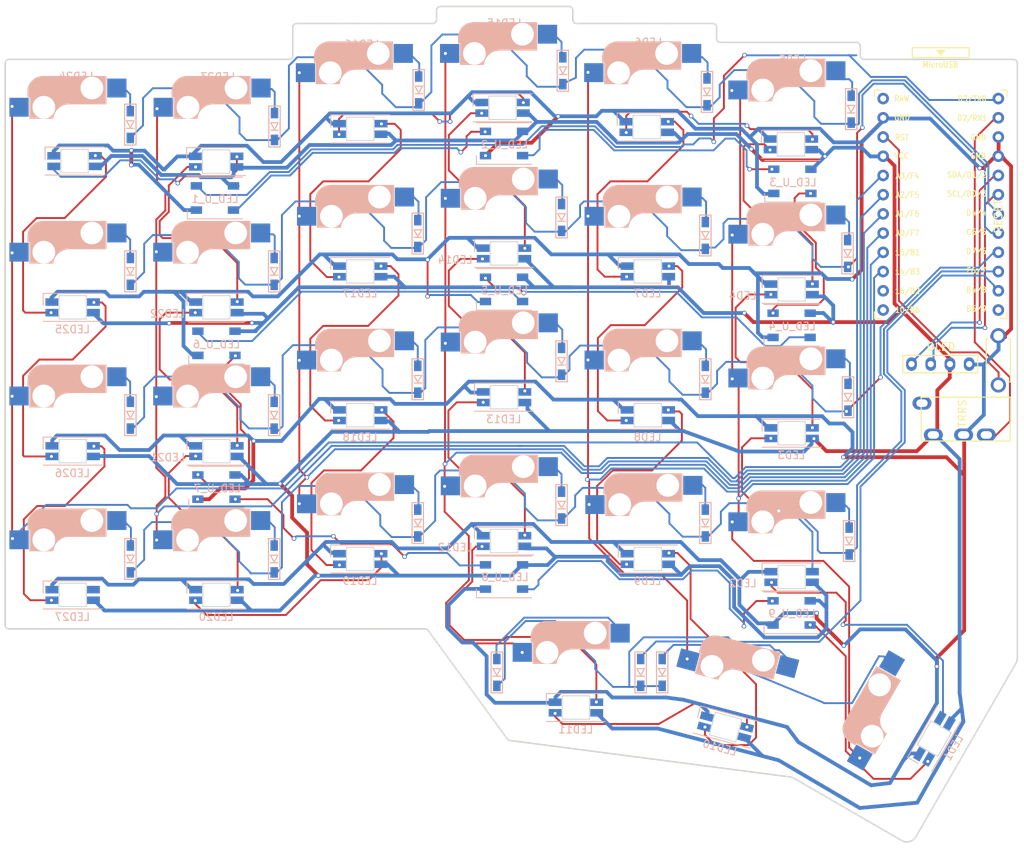
<source format=kicad_pcb>
(kicad_pcb (version 20171130) (host pcbnew "(5.1.12-1-10_14)")
  (title_block (title "Corne Cherry") (date 2020-09-28) (rev 3.0.1) (company foostan))
  (layers (0 F.Cu signal) (31 B.Cu signal) (34 B.Paste user) (35 F.Paste user) (36 B.SilkS user) (37 F.SilkS user) (38 B.Mask user) (39 F.Mask user) (44 Edge.Cuts user))
  (net 0 "")
  (net 1 row0)
  (net 2 "Net-(D1-Pad2)")
  (net 3 row1)
  (net 4 "Net-(D2-Pad2)")
  (net 5 row2)
  (net 6 "Net-(D3-Pad2)")
  (net 7 row3)
  (net 8 "Net-(D4-Pad2)")
  (net 9 "Net-(D5-Pad2)")
  (net 10 "Net-(D6-Pad2)")
  (net 11 "Net-(D7-Pad2)")
  (net 12 "Net-(D8-Pad2)")
  (net 13 "Net-(D9-Pad2)")
  (net 14 "Net-(D10-Pad2)")
  (net 15 "Net-(D11-Pad2)")
  (net 16 "Net-(D12-Pad2)")
  (net 17 "Net-(D13-Pad2)")
  (net 18 "Net-(D14-Pad2)")
  (net 19 "Net-(D15-Pad2)")
  (net 20 "Net-(D16-Pad2)")
  (net 21 "Net-(D17-Pad2)")
  (net 22 "Net-(D18-Pad2)")
  (net 23 "Net-(D19-Pad2)")
  (net 24 "Net-(D20-Pad2)")
  (net 25 "Net-(D21-Pad2)")
  (net 26 GND)
  (net 27 VCC)
  (net 28 col0)
  (net 29 col1)
  (net 30 col2)
  (net 31 col3)
  (net 32 col4)
  (net 33 col5)
  (net 34 LED)
  (net 35 data)
  (net 36 reset)
  (net 37 SCL)
  (net 38 SDA)
  (net 39 "Net-(U1-Pad14)")
  (net 40 "Net-(U1-Pad13)")
  (net 41 "Net-(U1-Pad12)")
  (net 42 "Net-(U1-Pad24)")
  (net 43 "Net-(D22-Pad2)")
  (net 44 "Net-(D23-Pad2)")
  (net 45 "Net-(D24-Pad2)")
  (net 46 "Net-(D25-Pad2)")
  (net 47 "Net-(D26-Pad2)")
  (net 48 "Net-(D27-Pad2)")
  (net 49 "Net-(LED1-Pad2)")
  (net 50 "Net-(LED1-Pad4)")
  (net 51 "Net-(LED10-Pad2)")
  (net 52 "Net-(LED14-Pad2)")
  (net 53 "Net-(LED10-Pad4)")
  (net 54 "Net-(LED11-Pad2)")
  (net 55 "Net-(LED13-Pad2)")
  (net 56 "Net-(LED17-Pad2)")
  (net 57 "Net-(LED4-Pad2)")
  (net 58 "Net-(LED5-Pad2)")
  (net 59 "Net-(LED15-Pad2)")
  (net 60 "Net-(LED23-Pad2)")
  (net 61 "Net-(J1-PadA)")
  (net 62 "Net-(LED19-Pad2)")
  (net 63 row4)
  (net 64 "Net-(LED2-Pad2)")
  (net 65 "Net-(LED3-Pad2)")
  (net 66 "Net-(LED6-Pad2)")
  (net 67 "Net-(LED7-Pad2)")
  (net 68 "Net-(LED8-Pad2)")
  (net 69 "Net-(LED12-Pad2)")
  (net 70 "Net-(LED16-Pad2)")
  (net 71 "Net-(LED18-Pad2)")
  (net 72 "Net-(LED20-Pad2)")
  (net 73 "Net-(LED21-Pad2)")
  (net 74 "Net-(LED22-Pad2)")
  (net 75 "Net-(LED24-Pad2)")
  (net 76 "Net-(LED25-Pad2)")
  (net 77 "Net-(LED26-Pad2)")
  (net 78 "Net-(LED27-Pad2)")
  (net 79 "Net-(LED_U_1-Pad2)")
  (net 80 "Net-(LED_U_2-Pad2)")
  (net 81 "Net-(LED_U_3-Pad2)")
  (net 82 "Net-(LED_U_4-Pad2)")
  (net 83 "Net-(LED_U_5-Pad2)")
  (net 84 "Net-(LED_U_6-Pad2)")
  (net 85 "Net-(LED_U_7-Pad2)")
  (net 86 "Net-(LED_U_8-Pad2)")
  (module kbd:CherryMX_Hotswap (layer F.Cu) (at 96.2075 69.13)
    (fp_text reference SW23 hide)
    (fp_text value SW_PUSH hide)
    (pad 1 smd rect (at -7.085 -2.54 180) (size 2.55 2.5) (layers B.Cu B.Paste B.Mask) (net 32 col4))
    (pad "" np_thru_hole circle (at 0 0 90) (size 4.1 4.1) (drill 4.1) (layers *.Cu *.Mask))
    (pad "" np_thru_hole circle (at 5.08 0) (size 1.9 1.9) (drill 1.9) (layers *.Cu *.Mask))
    (pad "" np_thru_hole circle (at -5.08 0) (size 1.9 1.9) (drill 1.9) (layers *.Cu *.Mask))
    (pad 2 smd rect (at 5.842 -5.08 180) (size 2.55 2.5) (layers B.Cu B.Paste B.Mask) (net 44 "Net-(D23-Pad2)"))
    (pad "" np_thru_hole circle (at -3.81 -2.54) (size 3 3) (drill 3) (layers *.Cu *.Mask))
    (pad "" np_thru_hole circle (at 2.54 -5.08) (size 3 3) (drill 3) (layers *.Cu *.Mask))
  )
  (module kbd:CherryMX_Hotswap (layer F.Cu) (at 96.0535 12.058)
    (fp_text reference SW5 hide)
    (fp_text value SW_PUSH hide)
    (pad "" np_thru_hole circle (at 2.54 -5.08) (size 3 3) (drill 3) (layers *.Cu *.Mask))
    (pad "" np_thru_hole circle (at -3.81 -2.54) (size 3 3) (drill 3) (layers *.Cu *.Mask))
    (pad 2 smd rect (at 5.842 -5.08 180) (size 2.55 2.5) (layers B.Cu B.Paste B.Mask) (net 9 "Net-(D5-Pad2)"))
    (pad "" np_thru_hole circle (at -5.08 0) (size 1.9 1.9) (drill 1.9) (layers *.Cu *.Mask))
    (pad "" np_thru_hole circle (at 5.08 0) (size 1.9 1.9) (drill 1.9) (layers *.Cu *.Mask))
    (pad "" np_thru_hole circle (at 0 0 90) (size 4.1 4.1) (drill 4.1) (layers *.Cu *.Mask))
    (pad 1 smd rect (at -7.085 -2.54 180) (size 2.55 2.5) (layers B.Cu B.Paste B.Mask) (net 32 col4))
  )
  (module kbd:CherryMX_Hotswap (layer F.Cu) (at 39.1075 54.78)
    (fp_text reference SW14 hide)
    (fp_text value SW_PUSH hide)
    (pad "" np_thru_hole circle (at 2.54 -5.08) (size 3 3) (drill 3) (layers *.Cu *.Mask))
    (pad "" np_thru_hole circle (at -3.81 -2.54) (size 3 3) (drill 3) (layers *.Cu *.Mask))
    (pad 2 smd rect (at 5.842 -5.08 180) (size 2.55 2.5) (layers B.Cu B.Paste B.Mask) (net 18 "Net-(D14-Pad2)"))
    (pad "" np_thru_hole circle (at -5.08 0) (size 1.9 1.9) (drill 1.9) (layers *.Cu *.Mask))
    (pad "" np_thru_hole circle (at 5.08 0) (size 1.9 1.9) (drill 1.9) (layers *.Cu *.Mask))
    (pad "" np_thru_hole circle (at 0 0 90) (size 4.1 4.1) (drill 4.1) (layers *.Cu *.Mask))
    (pad 1 smd rect (at -7.085 -2.54 180) (size 2.55 2.5) (layers B.Cu B.Paste B.Mask) (net 29 col1))
  )
  (module kbd:CherryMX_Hotswap (layer F.Cu) (at 58.1075 50.03)
    (fp_text reference SW15 hide)
    (fp_text value SW_PUSH hide)
    (pad "" np_thru_hole circle (at 2.54 -5.08) (size 3 3) (drill 3) (layers *.Cu *.Mask))
    (pad "" np_thru_hole circle (at -3.81 -2.54) (size 3 3) (drill 3) (layers *.Cu *.Mask))
    (pad 2 smd rect (at 5.842 -5.08 180) (size 2.55 2.5) (layers B.Cu B.Paste B.Mask) (net 19 "Net-(D15-Pad2)"))
    (pad "" np_thru_hole circle (at -5.08 0) (size 1.9 1.9) (drill 1.9) (layers *.Cu *.Mask))
    (pad "" np_thru_hole circle (at 5.08 0) (size 1.9 1.9) (drill 1.9) (layers *.Cu *.Mask))
    (pad "" np_thru_hole circle (at 0 0 90) (size 4.1 4.1) (drill 4.1) (layers *.Cu *.Mask))
    (pad 1 smd rect (at -7.085 -2.54 180) (size 2.55 2.5) (layers B.Cu B.Paste B.Mask) (net 30 col2))
  )
  (module kbd:CherryMX_Hotswap (layer F.Cu) (at 58.1075 69.03)
    (fp_text reference SW21 hide)
    (fp_text value SW_PUSH hide)
    (pad "" np_thru_hole circle (at 2.54 -5.08) (size 3 3) (drill 3) (layers *.Cu *.Mask))
    (pad "" np_thru_hole circle (at -3.81 -2.54) (size 3 3) (drill 3) (layers *.Cu *.Mask))
    (pad 2 smd rect (at 5.842 -5.08 180) (size 2.55 2.5) (layers B.Cu B.Paste B.Mask) (net 25 "Net-(D21-Pad2)"))
    (pad "" np_thru_hole circle (at -5.08 0) (size 1.9 1.9) (drill 1.9) (layers *.Cu *.Mask))
    (pad "" np_thru_hole circle (at 5.08 0) (size 1.9 1.9) (drill 1.9) (layers *.Cu *.Mask))
    (pad "" np_thru_hole circle (at 0 0 90) (size 4.1 4.1) (drill 4.1) (layers *.Cu *.Mask))
    (pad 1 smd rect (at -7.085 -2.54 180) (size 2.55 2.5) (layers B.Cu B.Paste B.Mask) (net 30 col2))
  )
  (module kbd:CherryMX_Hotswap (layer F.Cu) (at 77.1075 66.655)
    (fp_text reference SW22 hide)
    (fp_text value SW_PUSH hide)
    (pad "" np_thru_hole circle (at 2.54 -5.08) (size 3 3) (drill 3) (layers *.Cu *.Mask))
    (pad "" np_thru_hole circle (at -3.81 -2.54) (size 3 3) (drill 3) (layers *.Cu *.Mask))
    (pad 2 smd rect (at 5.842 -5.08 180) (size 2.55 2.5) (layers B.Cu B.Paste B.Mask) (net 43 "Net-(D22-Pad2)"))
    (pad "" np_thru_hole circle (at -5.08 0) (size 1.9 1.9) (drill 1.9) (layers *.Cu *.Mask))
    (pad "" np_thru_hole circle (at 5.08 0) (size 1.9 1.9) (drill 1.9) (layers *.Cu *.Mask))
    (pad "" np_thru_hole circle (at 0 0 90) (size 4.1 4.1) (drill 4.1) (layers *.Cu *.Mask))
    (pad 1 smd rect (at -7.085 -2.54 180) (size 2.55 2.5) (layers B.Cu B.Paste B.Mask) (net 31 col3))
  )
  (module kbd:CherryMX_Hotswap (layer F.Cu) (at 115.1075 33.405)
    (fp_text reference SW12 hide)
    (fp_text value SW_PUSH hide)
    (pad "" np_thru_hole circle (at 2.54 -5.08) (size 3 3) (drill 3) (layers *.Cu *.Mask))
    (pad "" np_thru_hole circle (at -3.81 -2.54) (size 3 3) (drill 3) (layers *.Cu *.Mask))
    (pad 2 smd rect (at 5.842 -5.08 180) (size 2.55 2.5) (layers B.Cu B.Paste B.Mask) (net 16 "Net-(D12-Pad2)"))
    (pad "" np_thru_hole circle (at -5.08 0) (size 1.9 1.9) (drill 1.9) (layers *.Cu *.Mask))
    (pad "" np_thru_hole circle (at 5.08 0) (size 1.9 1.9) (drill 1.9) (layers *.Cu *.Mask))
    (pad "" np_thru_hole circle (at 0 0 90) (size 4.1 4.1) (drill 4.1) (layers *.Cu *.Mask))
    (pad 1 smd rect (at -7.085 -2.54 180) (size 2.55 2.5) (layers B.Cu B.Paste B.Mask) (net 33 col5))
  )
  (module kbd:M2_HOLE_v2 (layer F.Cu) (at 142.3015 63.775)
    (fp_text reference Ref** hide)
    (fp_text value Val** hide)
    (pad "" np_thru_hole circle (at 0 0) (size 2.2 2.2) (drill 2.2) (layers *.Cu *.Mask))
  )
  (module kbd:M2_HOLE_v2 (layer F.Cu) (at 127.8695 55.254)
    (fp_text reference Ref** hide)
    (fp_text value Val** hide)
    (pad "" np_thru_hole circle (at 0 0) (size 2.2 2.2) (drill 2.2) (layers *.Cu *.Mask))
  )
  (module kbd:M2_HOLE_v2 (layer F.Cu) (at 119.3305 89.135)
    (fp_text reference Ref** hide)
    (fp_text value Val** hide)
    (pad "" np_thru_hole circle (at 0 0) (size 4.3 4.3) (drill 4.3) (layers *.Cu *.Mask))
  )
  (module kbd:M2_HOLE_v2 (layer F.Cu) (at 72.7645 81.5205)
    (fp_text reference Ref** hide)
    (fp_text value Val** hide)
    (pad "" np_thru_hole circle (at 0 0) (size 4.3 4.3) (drill 4.3) (layers *.Cu *.Mask))
  )
  (module kbd:M2_HOLE_v2 (layer F.Cu) (at 105.5755 22.7655)
    (fp_text reference Ref** hide)
    (fp_text value Val** hide)
    (pad "" np_thru_hole circle (at 0 0) (size 4.3 4.3) (drill 4.3) (layers *.Cu *.Mask))
  )
  (module kbd:M2_HOLE_v2 (layer F.Cu) (at 27.5195 54.1395)
    (fp_text reference Ref** hide)
    (fp_text value Val** hide)
    (pad "" np_thru_hole circle (at 2.088 10.1405) (size 4.3 4.3) (drill 4.3) (layers *.Cu *.Mask))
  )
  (module kbd:M2_HOLE_v2 (layer F.Cu) (at 29.6075 26.28)
    (fp_text reference Ref** hide)
    (fp_text value Val** hide)
    (pad "" np_thru_hole circle (at 0 0) (size 4.3 4.3) (drill 4.3) (layers *.Cu *.Mask))
  )
  (module LED_SMD:LED_WS2812B_PLCC4_5.0x5.0mm_P3.2mm (layer B.Cu) (at 115.2075 23.88 180)
    (fp_text reference LED_U_3 (at -0.08 -0.14) (layer B.SilkS) (effects (justify mirror)))
    (fp_text value WS2812B)
    (pad 3 smd rect (at 2.45 -1.6 180) (size 1.5 1) (layers B.Cu B.Paste B.Mask) (net 26 GND))
    (pad 4 smd rect (at 2.45 1.6 180) (size 1.5 1) (layers B.Cu B.Paste B.Mask) (net 80 "Net-(LED_U_2-Pad2)"))
    (pad 2 smd rect (at -2.45 -1.6 180) (size 1.5 1) (layers B.Cu B.Paste B.Mask) (net 81 "Net-(LED_U_3-Pad2)"))
    (pad 1 smd rect (at -2.45 1.6 180) (size 1.5 1) (layers B.Cu B.Paste B.Mask) (net 27 VCC))
  )
  (module LED_SMD:LED_WS2812B_PLCC4_5.0x5.0mm_P3.2mm (layer B.Cu) (at 77.1075 18.88 180)
    (fp_text reference LED_U_2 (at -0.06 -0.14) (layer B.SilkS) (effects (justify mirror)))
    (fp_text value WS2812B)
    (pad 3 smd rect (at 2.45 -1.6 180) (size 1.5 1) (layers B.Cu B.Paste B.Mask) (net 26 GND))
    (pad 4 smd rect (at 2.45 1.6 180) (size 1.5 1) (layers B.Cu B.Paste B.Mask) (net 79 "Net-(LED_U_1-Pad2)"))
    (pad 2 smd rect (at -2.45 -1.6 180) (size 1.5 1) (layers B.Cu B.Paste B.Mask) (net 80 "Net-(LED_U_2-Pad2)"))
    (pad 1 smd rect (at -2.45 1.6 180) (size 1.5 1) (layers B.Cu B.Paste B.Mask) (net 27 VCC))
  )
  (module LED_SMD:LED_WS2812B_PLCC4_5.0x5.0mm_P3.2mm (layer B.Cu) (at 38.9075 26.08 180)
    (fp_text reference LED_U_1 (at -0.01 -0.135) (layer B.SilkS) (effects (justify mirror)))
    (fp_text value WS2812B)
    (pad 3 smd rect (at 2.45 -1.6 180) (size 1.5 1) (layers B.Cu B.Paste B.Mask) (net 26 GND))
    (pad 4 smd rect (at 2.45 1.6 180) (size 1.5 1) (layers B.Cu B.Paste B.Mask) (net 34 LED))
    (pad 2 smd rect (at -2.45 -1.6 180) (size 1.5 1) (layers B.Cu B.Paste B.Mask) (net 79 "Net-(LED_U_1-Pad2)"))
    (pad 1 smd rect (at -2.45 1.6 180) (size 1.5 1) (layers B.Cu B.Paste B.Mask) (net 27 VCC))
  )
  (module LED_SMD:LED_WS2812B_PLCC4_5.0x5.0mm_P3.2mm (layer B.Cu) (at 39.1075 45.28 180)
    (fp_text reference LED_U_6 (at -0.01 -0.135) (layer B.SilkS) (effects (justify mirror)))
    (fp_text value WS2812B)
    (pad 1 smd rect (at -2.45 1.6 180) (size 1.5 1) (layers B.Cu B.Paste B.Mask) (net 27 VCC))
    (pad 2 smd rect (at -2.45 -1.6 180) (size 1.5 1) (layers B.Cu B.Paste B.Mask) (net 84 "Net-(LED_U_6-Pad2)"))
    (pad 4 smd rect (at 2.45 1.6 180) (size 1.5 1) (layers B.Cu B.Paste B.Mask) (net 83 "Net-(LED_U_5-Pad2)"))
    (pad 3 smd rect (at 2.45 -1.6 180) (size 1.5 1) (layers B.Cu B.Paste B.Mask) (net 26 GND))
  )
  (module LED_SMD:LED_WS2812B_PLCC4_5.0x5.0mm_P3.2mm (layer B.Cu) (at 77.1075 38.155 180)
    (fp_text reference LED_U_5 (at -0.06 -0.14) (layer B.SilkS) (effects (justify mirror)))
    (fp_text value WS2812B)
    (pad 1 smd rect (at -2.45 1.6 180) (size 1.5 1) (layers B.Cu B.Paste B.Mask) (net 27 VCC))
    (pad 2 smd rect (at -2.45 -1.6 180) (size 1.5 1) (layers B.Cu B.Paste B.Mask) (net 83 "Net-(LED_U_5-Pad2)"))
    (pad 4 smd rect (at 2.45 1.6 180) (size 1.5 1) (layers B.Cu B.Paste B.Mask) (net 82 "Net-(LED_U_4-Pad2)"))
    (pad 3 smd rect (at 2.45 -1.6 180) (size 1.5 1) (layers B.Cu B.Paste B.Mask) (net 26 GND))
  )
  (module LED_SMD:LED_WS2812B_PLCC4_5.0x5.0mm_P3.2mm (layer B.Cu) (at 115.1075 42.905 180)
    (fp_text reference LED_U_4 (at -0.08 -0.14) (layer B.SilkS) (effects (justify mirror)))
    (fp_text value WS2812B)
    (pad 1 smd rect (at -2.45 1.6 180) (size 1.5 1) (layers B.Cu B.Paste B.Mask) (net 27 VCC))
    (pad 2 smd rect (at -2.45 -1.6 180) (size 1.5 1) (layers B.Cu B.Paste B.Mask) (net 82 "Net-(LED_U_4-Pad2)"))
    (pad 4 smd rect (at 2.45 1.6 180) (size 1.5 1) (layers B.Cu B.Paste B.Mask) (net 81 "Net-(LED_U_3-Pad2)"))
    (pad 3 smd rect (at 2.45 -1.6 180) (size 1.5 1) (layers B.Cu B.Paste B.Mask) (net 26 GND))
  )
  (module LED_SMD:LED_WS2812B_PLCC4_5.0x5.0mm_P3.2mm (layer B.Cu) (at 39.1075 64.28 180)
    (fp_text reference LED_U_7 (at -0.13 -0.165) (layer B.SilkS) (effects (justify mirror)))
    (fp_text value WS2812B)
    (pad 1 smd rect (at -2.45 1.6 180) (size 1.5 1) (layers B.Cu B.Paste B.Mask) (net 27 VCC))
    (pad 2 smd rect (at -2.45 -1.6 180) (size 1.5 1) (layers B.Cu B.Paste B.Mask) (net 85 "Net-(LED_U_7-Pad2)"))
    (pad 4 smd rect (at 2.45 1.6 180) (size 1.5 1) (layers B.Cu B.Paste B.Mask) (net 84 "Net-(LED_U_6-Pad2)"))
    (pad 3 smd rect (at 2.45 -1.6 180) (size 1.5 1) (layers B.Cu B.Paste B.Mask) (net 26 GND))
  )
  (module LED_SMD:LED_WS2812B_PLCC4_5.0x5.0mm_P3.2mm (layer B.Cu) (at 77.1075 76.155 180)
    (fp_text reference LED_U_8 (at -0.13 -0.02) (layer B.SilkS) (effects (justify mirror)))
    (fp_text value WS2812B)
    (pad 1 smd rect (at -2.45 1.6 180) (size 1.5 1) (layers B.Cu B.Paste B.Mask) (net 27 VCC))
    (pad 2 smd rect (at -2.45 -1.6 180) (size 1.5 1) (layers B.Cu B.Paste B.Mask) (net 86 "Net-(LED_U_8-Pad2)"))
    (pad 4 smd rect (at 2.45 1.6 180) (size 1.5 1) (layers B.Cu B.Paste B.Mask) (net 85 "Net-(LED_U_7-Pad2)"))
    (pad 3 smd rect (at 2.45 -1.6 180) (size 1.5 1) (layers B.Cu B.Paste B.Mask) (net 26 GND))
  )
  (module LED_SMD:LED_WS2812B_PLCC4_5.0x5.0mm_P3.2mm (layer B.Cu) (at 115.1075 80.905 180)
    (fp_text reference LED_U_9 (at -0.05 -0.08) (layer B.SilkS) (effects (justify mirror)))
    (fp_text value WS2812B)
    (pad 1 smd rect (at -2.45 1.6 180) (size 1.5 1) (layers B.Cu B.Paste B.Mask) (net 27 VCC))
    (pad 2 smd rect (at -2.45 -1.6 180) (size 1.5 1) (layers B.Cu B.Paste B.Mask) (net 50 "Net-(LED1-Pad4)"))
    (pad 4 smd rect (at 2.45 1.6 180) (size 1.5 1) (layers B.Cu B.Paste B.Mask) (net 86 "Net-(LED_U_8-Pad2)"))
    (pad 3 smd rect (at 2.45 -1.6 180) (size 1.5 1) (layers B.Cu B.Paste B.Mask) (net 26 GND))
  )
  (module kbd:D3_SMD_v2 (layer B.Cu) (at 27.7275 16.376 90)
    (fp_text reference D1 hide)
    (fp_text value D hide)
    (pad 2 smd rect (at 1.775 0 90) (size 1.4 1) (layers B.Cu B.Paste B.Mask) (net 2 "Net-(D1-Pad2)"))
    (pad 1 smd rect (at -1.775 0 90) (size 1.4 1) (layers B.Cu B.Paste B.Mask) (net 1 row0))
  )
  (module kbd:D3_SMD_v2 (layer B.Cu) (at 46.7775 16.63 90)
    (fp_text reference D2 hide)
    (fp_text value D hide)
    (pad 2 smd rect (at 1.775 0 90) (size 1.4 1) (layers B.Cu B.Paste B.Mask) (net 4 "Net-(D2-Pad2)"))
    (pad 1 smd rect (at -1.775 0 90) (size 1.4 1) (layers B.Cu B.Paste B.Mask) (net 1 row0))
  )
  (module kbd:D3_SMD_v2 (layer B.Cu) (at 65.8275 11.804 90)
    (fp_text reference D3 hide)
    (fp_text value D hide)
    (pad 2 smd rect (at 1.775 0 90) (size 1.4 1) (layers B.Cu B.Paste B.Mask) (net 6 "Net-(D3-Pad2)"))
    (pad 1 smd rect (at -1.775 0 90) (size 1.4 1) (layers B.Cu B.Paste B.Mask) (net 1 row0))
  )
  (module kbd:D3_SMD_v2 (layer B.Cu) (at 84.8775 9.264 90)
    (fp_text reference D4 hide)
    (fp_text value D hide)
    (pad 2 smd rect (at 1.775 0 90) (size 1.4 1) (layers B.Cu B.Paste B.Mask) (net 8 "Net-(D4-Pad2)"))
    (pad 1 smd rect (at -1.775 0 90) (size 1.4 1) (layers B.Cu B.Paste B.Mask) (net 1 row0))
  )
  (module kbd:D3_SMD_v2 (layer B.Cu) (at 103.9275 12.058 90)
    (fp_text reference D5 hide)
    (fp_text value D hide)
    (pad 2 smd rect (at 1.775 0 90) (size 1.4 1) (layers B.Cu B.Paste B.Mask) (net 9 "Net-(D5-Pad2)"))
    (pad 1 smd rect (at -1.775 0 90) (size 1.4 1) (layers B.Cu B.Paste B.Mask) (net 1 row0))
  )
  (module kbd:D3_SMD_v2 (layer B.Cu) (at 122.9775 14.344 90)
    (fp_text reference D6 hide)
    (fp_text value D hide)
    (pad 2 smd rect (at 1.775 0 90) (size 1.4 1) (layers B.Cu B.Paste B.Mask) (net 10 "Net-(D6-Pad2)"))
    (pad 1 smd rect (at -1.775 0 90) (size 1.4 1) (layers B.Cu B.Paste B.Mask) (net 1 row0))
  )
  (module kbd:YS-SK6812MINI-E (layer B.Cu) (at 115.0135 18.988)
    (fp_text reference LED5 (at 0.2 -11.2) (layer B.SilkS) (effects (justify mirror)))
    (fp_text value YS-SK6812MINI-E)
    (fp_line (start -1.8 1.55) (end -1.8 -1.55) (layer Edge.Cuts) (width 0.12))
    (fp_line (start -1.8 -1.55) (end 1.8 -1.55) (layer Edge.Cuts) (width 0.12))
    (fp_line (start 1.8 -1.55) (end 1.8 1.55) (layer Edge.Cuts) (width 0.12))
    (fp_line (start 1.8 1.55) (end -1.8 1.55) (layer Edge.Cuts) (width 0.12))
    (pad 4 smd rect (at -2.75 0.7) (size 1.7 1) (layers B.Cu B.Paste B.Mask) (net 57 "Net-(LED4-Pad2)"))
    (pad 3 smd rect (at -2.75 -0.7) (size 1.7 1) (layers B.Cu B.Paste B.Mask) (net 26 GND))
    (pad 1 smd rect (at 2.75 0.7) (size 1.7 1) (layers B.Cu B.Paste B.Mask) (net 27 VCC))
    (pad 2 smd rect (at 2.75 -0.7) (size 1.7 1) (layers B.Cu B.Paste B.Mask) (net 58 "Net-(LED5-Pad2)"))
  )
  (module kbd:YS-SK6812MINI-E (layer B.Cu) (at 95.9635 16.702)
    (fp_text reference LED6 (at 0.2 -11.2) (layer B.SilkS) (effects (justify mirror)))
    (fp_text value YS-SK6812MINI-E)
    (fp_line (start -1.8 1.55) (end -1.8 -1.55) (layer Edge.Cuts) (width 0.12))
    (fp_line (start -1.8 -1.55) (end 1.8 -1.55) (layer Edge.Cuts) (width 0.12))
    (fp_line (start 1.8 -1.55) (end 1.8 1.55) (layer Edge.Cuts) (width 0.12))
    (fp_line (start 1.8 1.55) (end -1.8 1.55) (layer Edge.Cuts) (width 0.12))
    (pad 4 smd rect (at -2.75 0.7) (size 1.7 1) (layers B.Cu B.Paste B.Mask) (net 58 "Net-(LED5-Pad2)"))
    (pad 3 smd rect (at -2.75 -0.7) (size 1.7 1) (layers B.Cu B.Paste B.Mask) (net 26 GND))
    (pad 1 smd rect (at 2.75 0.7) (size 1.7 1) (layers B.Cu B.Paste B.Mask) (net 27 VCC))
    (pad 2 smd rect (at 2.75 -0.7) (size 1.7 1) (layers B.Cu B.Paste B.Mask) (net 66 "Net-(LED6-Pad2)"))
  )
  (module kbd:YS-SK6812MINI-E (layer B.Cu) (at 76.9135 14.162)
    (fp_text reference LED15 (at 0.2 -11.2) (layer B.SilkS) (effects (justify mirror)))
    (fp_text value YS-SK6812MINI-E)
    (fp_line (start -1.8 1.55) (end -1.8 -1.55) (layer Edge.Cuts) (width 0.12))
    (fp_line (start -1.8 -1.55) (end 1.8 -1.55) (layer Edge.Cuts) (width 0.12))
    (fp_line (start 1.8 -1.55) (end 1.8 1.55) (layer Edge.Cuts) (width 0.12))
    (fp_line (start 1.8 1.55) (end -1.8 1.55) (layer Edge.Cuts) (width 0.12))
    (pad 4 smd rect (at -2.75 0.7) (size 1.7 1) (layers B.Cu B.Paste B.Mask) (net 52 "Net-(LED14-Pad2)"))
    (pad 3 smd rect (at -2.75 -0.7) (size 1.7 1) (layers B.Cu B.Paste B.Mask) (net 26 GND))
    (pad 1 smd rect (at 2.75 0.7) (size 1.7 1) (layers B.Cu B.Paste B.Mask) (net 27 VCC))
    (pad 2 smd rect (at 2.75 -0.7) (size 1.7 1) (layers B.Cu B.Paste B.Mask) (net 59 "Net-(LED15-Pad2)"))
  )
  (module kbd:YS-SK6812MINI-E (layer B.Cu) (at 58.1175 16.956)
    (fp_text reference LED16 (at 0.2 -11.2) (layer B.SilkS) (effects (justify mirror)))
    (fp_text value YS-SK6812MINI-E)
    (fp_line (start -1.8 1.55) (end -1.8 -1.55) (layer Edge.Cuts) (width 0.12))
    (fp_line (start -1.8 -1.55) (end 1.8 -1.55) (layer Edge.Cuts) (width 0.12))
    (fp_line (start 1.8 -1.55) (end 1.8 1.55) (layer Edge.Cuts) (width 0.12))
    (fp_line (start 1.8 1.55) (end -1.8 1.55) (layer Edge.Cuts) (width 0.12))
    (pad 4 smd rect (at -2.75 0.7) (size 1.7 1) (layers B.Cu B.Paste B.Mask) (net 59 "Net-(LED15-Pad2)"))
    (pad 3 smd rect (at -2.75 -0.7) (size 1.7 1) (layers B.Cu B.Paste B.Mask) (net 26 GND))
    (pad 1 smd rect (at 2.75 0.7) (size 1.7 1) (layers B.Cu B.Paste B.Mask) (net 27 VCC))
    (pad 2 smd rect (at 2.75 -0.7) (size 1.7 1) (layers B.Cu B.Paste B.Mask) (net 70 "Net-(LED16-Pad2)"))
  )
  (module kbd:YS-SK6812MINI-E (layer B.Cu) (at 39.0675 21.274)
    (fp_text reference LED23 (at 0.2 -11.2) (layer B.SilkS) (effects (justify mirror)))
    (fp_text value YS-SK6812MINI-E)
    (fp_line (start -1.8 1.55) (end -1.8 -1.55) (layer Edge.Cuts) (width 0.12))
    (fp_line (start -1.8 -1.55) (end 1.8 -1.55) (layer Edge.Cuts) (width 0.12))
    (fp_line (start 1.8 -1.55) (end 1.8 1.55) (layer Edge.Cuts) (width 0.12))
    (fp_line (start 1.8 1.55) (end -1.8 1.55) (layer Edge.Cuts) (width 0.12))
    (pad 4 smd rect (at -2.75 0.7) (size 1.7 1) (layers B.Cu B.Paste B.Mask) (net 74 "Net-(LED22-Pad2)"))
    (pad 3 smd rect (at -2.75 -0.7) (size 1.7 1) (layers B.Cu B.Paste B.Mask) (net 26 GND))
    (pad 1 smd rect (at 2.75 0.7) (size 1.7 1) (layers B.Cu B.Paste B.Mask) (net 27 VCC))
    (pad 2 smd rect (at 2.75 -0.7) (size 1.7 1) (layers B.Cu B.Paste B.Mask) (net 60 "Net-(LED23-Pad2)"))
  )
  (module kbd:YS-SK6812MINI-E (layer B.Cu) (at 20.3615 21.202)
    (fp_text reference LED24 (at 0.2 -11.2) (layer B.SilkS) (effects (justify mirror)))
    (fp_text value YS-SK6812MINI-E)
    (fp_line (start -1.8 1.55) (end -1.8 -1.55) (layer Edge.Cuts) (width 0.12))
    (fp_line (start -1.8 -1.55) (end 1.8 -1.55) (layer Edge.Cuts) (width 0.12))
    (fp_line (start 1.8 -1.55) (end 1.8 1.55) (layer Edge.Cuts) (width 0.12))
    (fp_line (start 1.8 1.55) (end -1.8 1.55) (layer Edge.Cuts) (width 0.12))
    (pad 2 smd rect (at 2.75 -0.7) (size 1.7 1) (layers B.Cu B.Paste B.Mask) (net 75 "Net-(LED24-Pad2)"))
    (pad 1 smd rect (at 2.75 0.7) (size 1.7 1) (layers B.Cu B.Paste B.Mask) (net 27 VCC))
    (pad 3 smd rect (at -2.75 -0.7) (size 1.7 1) (layers B.Cu B.Paste B.Mask) (net 26 GND))
    (pad 4 smd rect (at -2.75 0.7) (size 1.7 1) (layers B.Cu B.Paste B.Mask) (net 60 "Net-(LED23-Pad2)"))
  )
  (module kbd:CherryMX_Hotswap (layer F.Cu) (at 20.1075 16.63)
    (fp_text reference SW1 hide)
    (fp_text value SW_PUSH hide)
    (pad "" np_thru_hole circle (at 2.54 -5.08) (size 3 3) (drill 3) (layers *.Cu *.Mask))
    (pad "" np_thru_hole circle (at -3.81 -2.54) (size 3 3) (drill 3) (layers *.Cu *.Mask))
    (pad 2 smd rect (at 5.842 -5.08 180) (size 2.55 2.5) (layers B.Cu B.Paste B.Mask) (net 2 "Net-(D1-Pad2)"))
    (pad "" np_thru_hole circle (at -5.08 0) (size 1.9 1.9) (drill 1.9) (layers *.Cu *.Mask))
    (pad "" np_thru_hole circle (at 5.08 0) (size 1.9 1.9) (drill 1.9) (layers *.Cu *.Mask))
    (pad "" np_thru_hole circle (at 0 0 90) (size 4.1 4.1) (drill 4.1) (layers *.Cu *.Mask))
    (pad 1 smd rect (at -7.085 -2.54 180) (size 2.55 2.5) (layers B.Cu B.Paste B.Mask) (net 28 col0))
  )
  (module kbd:CherryMX_Hotswap (layer F.Cu) (at 39.1575 16.63)
    (fp_text reference SW2 hide)
    (fp_text value SW_PUSH hide)
    (pad "" np_thru_hole circle (at 2.54 -5.08) (size 3 3) (drill 3) (layers *.Cu *.Mask))
    (pad "" np_thru_hole circle (at -3.81 -2.54) (size 3 3) (drill 3) (layers *.Cu *.Mask))
    (pad 2 smd rect (at 5.842 -5.08 180) (size 2.55 2.5) (layers B.Cu B.Paste B.Mask) (net 4 "Net-(D2-Pad2)"))
    (pad "" np_thru_hole circle (at -5.08 0) (size 1.9 1.9) (drill 1.9) (layers *.Cu *.Mask))
    (pad "" np_thru_hole circle (at 5.08 0) (size 1.9 1.9) (drill 1.9) (layers *.Cu *.Mask))
    (pad "" np_thru_hole circle (at 0 0 90) (size 4.1 4.1) (drill 4.1) (layers *.Cu *.Mask))
    (pad 1 smd rect (at -7.085 -2.54 180) (size 2.55 2.5) (layers B.Cu B.Paste B.Mask) (net 29 col1))
  )
  (module kbd:CherryMX_Hotswap (layer F.Cu) (at 57.9535 12.058)
    (fp_text reference SW3 hide)
    (fp_text value SW_PUSH hide)
    (pad "" np_thru_hole circle (at 2.54 -5.08) (size 3 3) (drill 3) (layers *.Cu *.Mask))
    (pad "" np_thru_hole circle (at -3.81 -2.54) (size 3 3) (drill 3) (layers *.Cu *.Mask))
    (pad 2 smd rect (at 5.842 -5.08 180) (size 2.55 2.5) (layers B.Cu B.Paste B.Mask) (net 6 "Net-(D3-Pad2)"))
    (pad "" np_thru_hole circle (at -5.08 0) (size 1.9 1.9) (drill 1.9) (layers *.Cu *.Mask))
    (pad "" np_thru_hole circle (at 5.08 0) (size 1.9 1.9) (drill 1.9) (layers *.Cu *.Mask))
    (pad "" np_thru_hole circle (at 0 0 90) (size 4.1 4.1) (drill 4.1) (layers *.Cu *.Mask))
    (pad 1 smd rect (at -7.085 -2.54 180) (size 2.55 2.5) (layers B.Cu B.Paste B.Mask) (net 30 col2))
  )
  (module kbd:CherryMX_Hotswap (layer F.Cu) (at 77.0035 9.518)
    (fp_text reference SW4 hide)
    (fp_text value SW_PUSH hide)
    (pad "" np_thru_hole circle (at 2.54 -5.08) (size 3 3) (drill 3) (layers *.Cu *.Mask))
    (pad "" np_thru_hole circle (at -3.81 -2.54) (size 3 3) (drill 3) (layers *.Cu *.Mask))
    (pad 2 smd rect (at 5.842 -5.08 180) (size 2.55 2.5) (layers B.Cu B.Paste B.Mask) (net 8 "Net-(D4-Pad2)"))
    (pad "" np_thru_hole circle (at -5.08 0) (size 1.9 1.9) (drill 1.9) (layers *.Cu *.Mask))
    (pad "" np_thru_hole circle (at 5.08 0) (size 1.9 1.9) (drill 1.9) (layers *.Cu *.Mask))
    (pad "" np_thru_hole circle (at 0 0 90) (size 4.1 4.1) (drill 4.1) (layers *.Cu *.Mask))
    (pad 1 smd rect (at -7.085 -2.54 180) (size 2.55 2.5) (layers B.Cu B.Paste B.Mask) (net 31 col3))
  )
  (module kbd:CherryMX_Hotswap (layer F.Cu) (at 115.1035 14.344)
    (fp_text reference SW6 hide)
    (fp_text value SW_PUSH hide)
    (pad "" np_thru_hole circle (at 2.54 -5.08) (size 3 3) (drill 3) (layers *.Cu *.Mask))
    (pad "" np_thru_hole circle (at -3.81 -2.54) (size 3 3) (drill 3) (layers *.Cu *.Mask))
    (pad 2 smd rect (at 5.842 -5.08 180) (size 2.55 2.5) (layers B.Cu B.Paste B.Mask) (net 10 "Net-(D6-Pad2)"))
    (pad "" np_thru_hole circle (at -5.08 0) (size 1.9 1.9) (drill 1.9) (layers *.Cu *.Mask))
    (pad "" np_thru_hole circle (at 5.08 0) (size 1.9 1.9) (drill 1.9) (layers *.Cu *.Mask))
    (pad "" np_thru_hole circle (at 0 0 90) (size 4.1 4.1) (drill 4.1) (layers *.Cu *.Mask))
    (pad 1 smd rect (at -7.085 -2.54 180) (size 2.55 2.5) (layers B.Cu B.Paste B.Mask) (net 33 col5))
  )
  (module kbd:ProMicro_v3 (layer F.Cu) (at 134.8125 27.42)
    (fp_text reference U1 hide)
    (fp_text value ProMicro hide)
    (fp_text user RAW (at -5.1355 -14.478 unlocked) (layer F.SilkS) (effects (font (size 0.75 0.67) (thickness 0.125))))
    (fp_text user GND (at 4.955 -6.9 unlocked) (layer F.SilkS) (effects (font (size 0.75 0.67) (thickness 0.125))))
    (fp_text user RST (at -5.1355 -9.3345 unlocked) (layer F.SilkS) (effects (font (size 0.75 0.67) (thickness 0.125))))
    (fp_text user VCC (at -5.175 -6.915 unlocked) (layer F.SilkS) (effects (font (size 0.75 0.67) (thickness 0.125))))
    (fp_text user A3/F4 (at -4.395 -4.25 unlocked) (layer F.SilkS) (effects (font (size 0.75 0.67) (thickness 0.125))))
    (fp_text user A2/F5 (at -4.395 -1.75 unlocked) (layer F.SilkS) (effects (font (size 0.75 0.67) (thickness 0.125))))
    (fp_text user A1/F6 (at -4.395 0.75 unlocked) (layer F.SilkS) (effects (font (size 0.75 0.67) (thickness 0.125))))
    (fp_text user A0/F7 (at -4.395 3.3 unlocked) (layer F.SilkS) (effects (font (size 0.75 0.67) (thickness 0.125))))
    (fp_text user 15/B1 (at -4.395 5.85 unlocked) (layer F.SilkS) (effects (font (size 0.75 0.67) (thickness 0.125))))
    (fp_text user 14/B3 (at -4.395 8.4 unlocked) (layer F.SilkS) (effects (font (size 0.75 0.67) (thickness 0.125))))
    (fp_text user 10/B6 (at -4.395 13.45 unlocked) (layer F.SilkS) (effects (font (size 0.75 0.67) (thickness 0.125))))
    (fp_text user 16/B2 (at -4.395 10.95 unlocked) (layer F.SilkS) (effects (font (size 0.75 0.67) (thickness 0.125))))
    (fp_text user E6/7 (at 4.705 8.25 unlocked) (layer F.SilkS) (effects (font (size 0.75 0.67) (thickness 0.125))))
    (fp_text user D7/6 (at 4.705 5.7 unlocked) (layer F.SilkS) (effects (font (size 0.75 0.67) (thickness 0.125))))
    (fp_text user GND (at 4.955 -9.35 unlocked) (layer F.SilkS) (effects (font (size 0.75 0.67) (thickness 0.125))))
    (fp_text user GND (at 4.955 -6.9 unlocked) (layer F.SilkS) (effects (font (size 0.75 0.67) (thickness 0.125))))
    (fp_text user D3/TX0 (at 4.155 -14.45 unlocked) (layer F.SilkS) (effects (font (size 0.75 0.67) (thickness 0.125))))
    (fp_text user D4/4 (at 4.705 0.6 unlocked) (layer F.SilkS) (effects (font (size 0.75 0.67) (thickness 0.125))))
    (fp_text user SDA/D1/2 (at 3.455 -4.4 unlocked) (layer F.SilkS) (effects (font (size 0.75 0.67) (thickness 0.125))))
    (fp_text user SCL/D0/3 (at 3.455 -1.9 unlocked) (layer F.SilkS) (effects (font (size 0.75 0.67) (thickness 0.125))))
    (fp_text user C6/5 (at 4.705 3.15 unlocked) (layer F.SilkS) (effects (font (size 0.75 0.67) (thickness 0.125))))
    (fp_text user B5/9 (at 4.705 13.3 unlocked) (layer F.SilkS) (effects (font (size 0.75 0.67) (thickness 0.125))))
    (fp_text user D2/RX1 (at 4.155 -11.9 unlocked) (layer F.SilkS) (effects (font (size 0.75 0.67) (thickness 0.125))))
    (fp_text user B4/8 (at 4.705 10.8 unlocked) (layer F.SilkS) (effects (font (size 0.75 0.67) (thickness 0.125))))
    (fp_text user MicroUSB (at -0.05 -18.95) (layer F.SilkS) (effects (font (size 0.75 0.67) (thickness 0.125))))
    (fp_text user MicroUSB (at -0.05 -18.95) (layer F.SilkS) (effects (font (size 0.75 0.67) (thickness 0.125))))
    (fp_text user GND (at -5.115 -11.94) (layer F.SilkS) (effects (font (size 0.75 0.67) (thickness 0.125))))
    (pad 24 thru_hole circle (at -7.6086 -14.478) (size 1.524 1.524) (drill 0.8128) (layers *.Cu B.Mask) (net 42 "Net-(U1-Pad24)"))
    (pad 23 thru_hole circle (at -7.6086 -11.938) (size 1.524 1.524) (drill 0.8128) (layers *.Cu B.Mask) (net 26 GND))
    (pad 22 thru_hole circle (at -7.6086 -9.398) (size 1.524 1.524) (drill 0.8128) (layers *.Cu B.Mask) (net 36 reset))
    (pad 21 thru_hole circle (at -7.6086 -6.858) (size 1.524 1.524) (drill 0.8128) (layers *.Cu B.Mask) (net 27 VCC))
    (pad 20 thru_hole circle (at -7.6086 -4.318) (size 1.524 1.524) (drill 0.8128) (layers *.Cu B.Mask) (net 28 col0))
    (pad 19 thru_hole circle (at -7.6086 -1.778) (size 1.524 1.524) (drill 0.8128) (layers *.Cu B.Mask) (net 29 col1))
    (pad 18 thru_hole circle (at -7.6086 0.762) (size 1.524 1.524) (drill 0.8128) (layers *.Cu B.Mask) (net 30 col2))
    (pad 17 thru_hole circle (at -7.6086 3.302) (size 1.524 1.524) (drill 0.8128) (layers *.Cu B.Mask) (net 31 col3))
    (pad 16 thru_hole circle (at -7.6086 5.842) (size 1.524 1.524) (drill 0.8128) (layers *.Cu B.Mask) (net 32 col4))
    (pad 15 thru_hole circle (at -7.6086 8.382) (size 1.524 1.524) (drill 0.8128) (layers *.Cu B.Mask) (net 33 col5))
    (pad 14 thru_hole circle (at -7.6086 10.922) (size 1.524 1.524) (drill 0.8128) (layers *.Cu B.Mask) (net 39 "Net-(U1-Pad14)"))
    (pad 13 thru_hole circle (at -7.6086 13.462) (size 1.524 1.524) (drill 0.8128) (layers *.Cu B.Mask) (net 40 "Net-(U1-Pad13)"))
    (pad 12 thru_hole circle (at 7.6114 13.462) (size 1.524 1.524) (drill 0.8128) (layers *.Cu B.Mask) (net 41 "Net-(U1-Pad12)"))
    (pad 11 thru_hole circle (at 7.6114 10.922) (size 1.524 1.524) (drill 0.8128) (layers *.Cu B.Mask) (net 63 row4))
    (pad 10 thru_hole circle (at 7.6114 8.382) (size 1.524 1.524) (drill 0.8128) (layers *.Cu B.Mask) (net 7 row3))
    (pad 9 thru_hole circle (at 7.6114 5.842) (size 1.524 1.524) (drill 0.8128) (layers *.Cu B.Mask) (net 5 row2))
    (pad 8 thru_hole circle (at 7.6114 3.302) (size 1.524 1.524) (drill 0.8128) (layers *.Cu B.Mask) (net 3 row1))
    (pad 7 thru_hole circle (at 7.6114 0.762) (size 1.524 1.524) (drill 0.8128) (layers *.Cu B.Mask) (net 1 row0))
    (pad 6 thru_hole circle (at 7.6114 -1.778) (size 1.524 1.524) (drill 0.8128) (layers *.Cu B.Mask) (net 37 SCL))
    (pad 5 thru_hole circle (at 7.6114 -4.318) (size 1.524 1.524) (drill 0.8128) (layers *.Cu B.Mask) (net 38 SDA))
    (pad 4 thru_hole circle (at 7.6114 -6.858) (size 1.524 1.524) (drill 0.8128) (layers *.Cu B.Mask) (net 26 GND))
    (pad 3 thru_hole circle (at 7.6114 -9.398) (size 1.524 1.524) (drill 0.8128) (layers *.Cu B.Mask) (net 26 GND))
    (pad 2 thru_hole circle (at 7.6114 -11.938) (size 1.524 1.524) (drill 0.8128) (layers *.Cu B.Mask) (net 35 data))
    (pad 1 thru_hole circle (at 7.6114 -14.478) (size 1.524 1.524) (drill 0.8128) (layers *.Cu B.Mask) (net 34 LED))
  )
  (module kbd:ResetSW_1side (layer F.Cu) (at 142.4245 47.531 270)
    (fp_text reference RSW1 hide)
    (fp_text value SW_PUSH)
    (fp_text user RESET (at -19 0 270) (layer F.SilkS))
    (pad 2 thru_hole circle (at -3.25 0 270) (size 2 2) (drill 1.3) (layers *.Cu B.Mask) (net 26 GND))
    (pad 1 thru_hole circle (at 3.25 0 270) (size 2 2) (drill 1.3) (layers *.Cu B.Mask) (net 36 reset))
  )
  (module kbd:OLED_1side (layer F.Cu) (at 130.9485 48.028)
    (fp_text reference J2)
    (fp_text value OLED hide)
    (fp_text user OLED (at 3.906 -2.284) (layer F.SilkS))
    (pad 4 thru_hole oval (at 7.62 0) (size 1.397 1.778) (drill 0.8128) (layers *.Cu B.Mask) (net 26 GND))
    (pad 3 thru_hole oval (at 5.08 0) (size 1.397 1.778) (drill 0.8128) (layers *.Cu B.Mask) (net 27 VCC))
    (pad 2 thru_hole oval (at 2.54 0) (size 1.397 1.778) (drill 0.8128) (layers *.Cu B.Mask) (net 37 SCL))
    (pad 1 thru_hole oval (at 0 0) (size 1.397 1.778) (drill 0.8128) (layers *.Cu B.Mask) (net 38 SDA))
  )
  (module kbd:MJ-4PP-9_1side (layer F.Cu) (at 144.1345 55.292 270)
    (fp_text reference J1)
    (fp_text value MJ-4PP-9 hide)
    (fp_text user TRRS (at -0.75 6.45 270) (layer F.SilkS))
    (pad A thru_hole oval (at -2.1 11.8 270) (size 1.7 2.5) (drill oval 1 1.5) (layers *.Cu B.Mask) (net 61 "Net-(J1-PadA)") (clearance 0.15))
    (pad D thru_hole oval (at 2.1 10.3 270) (size 1.7 2.5) (drill oval 1 1.5) (layers *.Cu B.Mask) (net 27 VCC) (clearance 0.15))
    (pad C thru_hole oval (at 2.1 6.3 270) (size 1.7 2.5) (drill oval 1 1.5) (layers *.Cu B.Mask) (net 26 GND))
    (pad B thru_hole oval (at 2.1 3.3 270) (size 1.7 2.5) (drill oval 1 1.5) (layers *.Cu B.Mask) (net 35 data))
    (pad "" np_thru_hole circle (at 0 8.5 270) (size 1.2 1.2) (drill 1.2) (layers *.Cu *.Mask))
    (pad "" np_thru_hole circle (at 0 1.5 270) (size 1.2 1.2) (drill 1.2) (layers *.Cu *.Mask))
  )
  (module kbd:CherryMX_Hotswap_1.5u (layer F.Cu) (at 129.8575 95.155 60)
    (fp_text reference SW27 hide)
    (fp_text value SW_PUSH hide)
    (pad "" np_thru_hole circle (at 2.54 -5.08 60) (size 3 3) (drill 3) (layers *.Cu *.Mask))
    (pad "" np_thru_hole circle (at -3.81 -2.54 60) (size 3 3) (drill 3) (layers *.Cu *.Mask))
    (pad 2 smd rect (at 5.842 -5.08 240) (size 2.55 2.5) (layers B.Cu B.Paste B.Mask) (net 48 "Net-(D27-Pad2)"))
    (pad "" np_thru_hole circle (at -5.08 0 60) (size 1.9 1.9) (drill 1.9) (layers *.Cu *.Mask))
    (pad "" np_thru_hole circle (at 5.08 0 60) (size 1.9 1.9) (drill 1.9) (layers *.Cu *.Mask))
    (pad "" np_thru_hole circle (at 0 0 150) (size 4.1 4.1) (drill 4.1) (layers *.Cu *.Mask))
    (pad 1 smd rect (at -7.085 -2.54 240) (size 2.55 2.5) (layers B.Cu B.Paste B.Mask) (net 33 col5))
  )
  (module kbd:YS-SK6812MINI-E (layer B.Cu) (at 106.37811 95.993148 345)
    (fp_text reference LED10 (at -0.039238 2.830971 165) (layer B.SilkS) (effects (justify mirror)))
    (fp_text value YS-SK6812MINI-E)
    (fp_line (start -1.8 1.55) (end -1.8 -1.55) (layer Edge.Cuts) (width 0.12))
    (fp_line (start -1.8 -1.55) (end 1.8 -1.55) (layer Edge.Cuts) (width 0.12))
    (fp_line (start 1.8 -1.55) (end 1.8 1.55) (layer Edge.Cuts) (width 0.12))
    (fp_line (start 1.8 1.55) (end -1.8 1.55) (layer Edge.Cuts) (width 0.12))
    (pad 2 smd rect (at 2.75 -0.7 345) (size 1.7 1) (layers B.Cu B.Paste B.Mask) (net 51 "Net-(LED10-Pad2)"))
    (pad 1 smd rect (at 2.75 0.7 345) (size 1.7 1) (layers B.Cu B.Paste B.Mask) (net 27 VCC))
    (pad 3 smd rect (at -2.75 -0.7 345) (size 1.7 1) (layers B.Cu B.Paste B.Mask) (net 26 GND))
    (pad 4 smd rect (at -2.75 0.7 345) (size 1.7 1) (layers B.Cu B.Paste B.Mask) (net 53 "Net-(LED10-Pad4)"))
  )
  (module kbd:YS-SK6812MINI-E (layer B.Cu) (at 20.1075 40.53)
    (fp_text reference LED25 (at -0.03 2.9075) (layer B.SilkS) (effects (justify mirror)))
    (fp_text value YS-SK6812MINI-E)
    (fp_line (start -1.8 1.55) (end -1.8 -1.55) (layer Edge.Cuts) (width 0.12))
    (fp_line (start -1.8 -1.55) (end 1.8 -1.55) (layer Edge.Cuts) (width 0.12))
    (fp_line (start 1.8 -1.55) (end 1.8 1.55) (layer Edge.Cuts) (width 0.12))
    (fp_line (start 1.8 1.55) (end -1.8 1.55) (layer Edge.Cuts) (width 0.12))
    (pad 2 smd rect (at 2.75 -0.7) (size 1.7 1) (layers B.Cu B.Paste B.Mask) (net 76 "Net-(LED25-Pad2)"))
    (pad 1 smd rect (at 2.75 0.7) (size 1.7 1) (layers B.Cu B.Paste B.Mask) (net 27 VCC))
    (pad 3 smd rect (at -2.75 -0.7) (size 1.7 1) (layers B.Cu B.Paste B.Mask) (net 26 GND))
    (pad 4 smd rect (at -2.75 0.7) (size 1.7 1) (layers B.Cu B.Paste B.Mask) (net 75 "Net-(LED24-Pad2)"))
  )
  (module kbd:YS-SK6812MINI-E (layer B.Cu) (at 39.1075 40.53)
    (fp_text reference LED22 (at -6.46 0.8375) (layer B.SilkS) (effects (justify mirror)))
    (fp_text value YS-SK6812MINI-E)
    (fp_line (start -1.8 1.55) (end -1.8 -1.55) (layer Edge.Cuts) (width 0.12))
    (fp_line (start -1.8 -1.55) (end 1.8 -1.55) (layer Edge.Cuts) (width 0.12))
    (fp_line (start 1.8 -1.55) (end 1.8 1.55) (layer Edge.Cuts) (width 0.12))
    (fp_line (start 1.8 1.55) (end -1.8 1.55) (layer Edge.Cuts) (width 0.12))
    (pad 2 smd rect (at 2.75 -0.7) (size 1.7 1) (layers B.Cu B.Paste B.Mask) (net 74 "Net-(LED22-Pad2)"))
    (pad 1 smd rect (at 2.75 0.7) (size 1.7 1) (layers B.Cu B.Paste B.Mask) (net 27 VCC))
    (pad 3 smd rect (at -2.75 -0.7) (size 1.7 1) (layers B.Cu B.Paste B.Mask) (net 26 GND))
    (pad 4 smd rect (at -2.75 0.7) (size 1.7 1) (layers B.Cu B.Paste B.Mask) (net 73 "Net-(LED21-Pad2)"))
  )
  (module kbd:YS-SK6812MINI-E (layer B.Cu) (at 58.1075 35.78)
    (fp_text reference LED17 (at -0.03 2.9075) (layer B.SilkS) (effects (justify mirror)))
    (fp_text value YS-SK6812MINI-E)
    (fp_line (start -1.8 1.55) (end -1.8 -1.55) (layer Edge.Cuts) (width 0.12))
    (fp_line (start -1.8 -1.55) (end 1.8 -1.55) (layer Edge.Cuts) (width 0.12))
    (fp_line (start 1.8 -1.55) (end 1.8 1.55) (layer Edge.Cuts) (width 0.12))
    (fp_line (start 1.8 1.55) (end -1.8 1.55) (layer Edge.Cuts) (width 0.12))
    (pad 2 smd rect (at 2.75 -0.7) (size 1.7 1) (layers B.Cu B.Paste B.Mask) (net 56 "Net-(LED17-Pad2)"))
    (pad 1 smd rect (at 2.75 0.7) (size 1.7 1) (layers B.Cu B.Paste B.Mask) (net 27 VCC))
    (pad 3 smd rect (at -2.75 -0.7) (size 1.7 1) (layers B.Cu B.Paste B.Mask) (net 26 GND))
    (pad 4 smd rect (at -2.75 0.7) (size 1.7 1) (layers B.Cu B.Paste B.Mask) (net 70 "Net-(LED16-Pad2)"))
  )
  (module kbd:YS-SK6812MINI-E (layer B.Cu) (at 77.1075 33.405)
    (fp_text reference LED14 (at -6.46 0.8375) (layer B.SilkS) (effects (justify mirror)))
    (fp_text value YS-SK6812MINI-E)
    (fp_line (start -1.8 1.55) (end -1.8 -1.55) (layer Edge.Cuts) (width 0.12))
    (fp_line (start -1.8 -1.55) (end 1.8 -1.55) (layer Edge.Cuts) (width 0.12))
    (fp_line (start 1.8 -1.55) (end 1.8 1.55) (layer Edge.Cuts) (width 0.12))
    (fp_line (start 1.8 1.55) (end -1.8 1.55) (layer Edge.Cuts) (width 0.12))
    (pad 2 smd rect (at 2.75 -0.7) (size 1.7 1) (layers B.Cu B.Paste B.Mask) (net 52 "Net-(LED14-Pad2)"))
    (pad 1 smd rect (at 2.75 0.7) (size 1.7 1) (layers B.Cu B.Paste B.Mask) (net 27 VCC))
    (pad 3 smd rect (at -2.75 -0.7) (size 1.7 1) (layers B.Cu B.Paste B.Mask) (net 26 GND))
    (pad 4 smd rect (at -2.75 0.7) (size 1.7 1) (layers B.Cu B.Paste B.Mask) (net 55 "Net-(LED13-Pad2)"))
  )
  (module kbd:YS-SK6812MINI-E (layer B.Cu) (at 96.1075 35.78)
    (fp_text reference LED7 (at -0.03 2.9075) (layer B.SilkS) (effects (justify mirror)))
    (fp_text value YS-SK6812MINI-E)
    (fp_line (start -1.8 1.55) (end -1.8 -1.55) (layer Edge.Cuts) (width 0.12))
    (fp_line (start -1.8 -1.55) (end 1.8 -1.55) (layer Edge.Cuts) (width 0.12))
    (fp_line (start 1.8 -1.55) (end 1.8 1.55) (layer Edge.Cuts) (width 0.12))
    (fp_line (start 1.8 1.55) (end -1.8 1.55) (layer Edge.Cuts) (width 0.12))
    (pad 2 smd rect (at 2.75 -0.7) (size 1.7 1) (layers B.Cu B.Paste B.Mask) (net 67 "Net-(LED7-Pad2)"))
    (pad 1 smd rect (at 2.75 0.7) (size 1.7 1) (layers B.Cu B.Paste B.Mask) (net 27 VCC))
    (pad 3 smd rect (at -2.75 -0.7) (size 1.7 1) (layers B.Cu B.Paste B.Mask) (net 26 GND))
    (pad 4 smd rect (at -2.75 0.7) (size 1.7 1) (layers B.Cu B.Paste B.Mask) (net 66 "Net-(LED6-Pad2)"))
  )
  (module kbd:YS-SK6812MINI-E (layer B.Cu) (at 115.1075 38.155)
    (fp_text reference LED4 (at -6.46 0.8375) (layer B.SilkS) (effects (justify mirror)))
    (fp_text value YS-SK6812MINI-E)
    (fp_line (start -1.8 1.55) (end -1.8 -1.55) (layer Edge.Cuts) (width 0.12))
    (fp_line (start -1.8 -1.55) (end 1.8 -1.55) (layer Edge.Cuts) (width 0.12))
    (fp_line (start 1.8 -1.55) (end 1.8 1.55) (layer Edge.Cuts) (width 0.12))
    (fp_line (start 1.8 1.55) (end -1.8 1.55) (layer Edge.Cuts) (width 0.12))
    (pad 2 smd rect (at 2.75 -0.7) (size 1.7 1) (layers B.Cu B.Paste B.Mask) (net 57 "Net-(LED4-Pad2)"))
    (pad 1 smd rect (at 2.75 0.7) (size 1.7 1) (layers B.Cu B.Paste B.Mask) (net 27 VCC))
    (pad 3 smd rect (at -2.75 -0.7) (size 1.7 1) (layers B.Cu B.Paste B.Mask) (net 26 GND))
    (pad 4 smd rect (at -2.75 0.7) (size 1.7 1) (layers B.Cu B.Paste B.Mask) (net 65 "Net-(LED3-Pad2)"))
  )
  (module kbd:YS-SK6812MINI-E (layer B.Cu) (at 20.1075 59.53)
    (fp_text reference LED26 (at -0.03 2.9075) (layer B.SilkS) (effects (justify mirror)))
    (fp_text value YS-SK6812MINI-E)
    (fp_line (start -1.8 1.55) (end -1.8 -1.55) (layer Edge.Cuts) (width 0.12))
    (fp_line (start -1.8 -1.55) (end 1.8 -1.55) (layer Edge.Cuts) (width 0.12))
    (fp_line (start 1.8 -1.55) (end 1.8 1.55) (layer Edge.Cuts) (width 0.12))
    (fp_line (start 1.8 1.55) (end -1.8 1.55) (layer Edge.Cuts) (width 0.12))
    (pad 2 smd rect (at 2.75 -0.7) (size 1.7 1) (layers B.Cu B.Paste B.Mask) (net 77 "Net-(LED26-Pad2)"))
    (pad 1 smd rect (at 2.75 0.7) (size 1.7 1) (layers B.Cu B.Paste B.Mask) (net 27 VCC))
    (pad 3 smd rect (at -2.75 -0.7) (size 1.7 1) (layers B.Cu B.Paste B.Mask) (net 26 GND))
    (pad 4 smd rect (at -2.75 0.7) (size 1.7 1) (layers B.Cu B.Paste B.Mask) (net 76 "Net-(LED25-Pad2)"))
  )
  (module kbd:YS-SK6812MINI-E (layer B.Cu) (at 39.1075 59.53)
    (fp_text reference LED21 (at -6.46 0.8375) (layer B.SilkS) (effects (justify mirror)))
    (fp_text value YS-SK6812MINI-E)
    (fp_line (start -1.8 1.55) (end -1.8 -1.55) (layer Edge.Cuts) (width 0.12))
    (fp_line (start -1.8 -1.55) (end 1.8 -1.55) (layer Edge.Cuts) (width 0.12))
    (fp_line (start 1.8 -1.55) (end 1.8 1.55) (layer Edge.Cuts) (width 0.12))
    (fp_line (start 1.8 1.55) (end -1.8 1.55) (layer Edge.Cuts) (width 0.12))
    (pad 2 smd rect (at 2.75 -0.7) (size 1.7 1) (layers B.Cu B.Paste B.Mask) (net 73 "Net-(LED21-Pad2)"))
    (pad 1 smd rect (at 2.75 0.7) (size 1.7 1) (layers B.Cu B.Paste B.Mask) (net 27 VCC))
    (pad 3 smd rect (at -2.75 -0.7) (size 1.7 1) (layers B.Cu B.Paste B.Mask) (net 26 GND))
    (pad 4 smd rect (at -2.75 0.7) (size 1.7 1) (layers B.Cu B.Paste B.Mask) (net 72 "Net-(LED20-Pad2)"))
  )
  (module kbd:YS-SK6812MINI-E (layer B.Cu) (at 58.1075 54.78)
    (fp_text reference LED18 (at -0.03 2.9075) (layer B.SilkS) (effects (justify mirror)))
    (fp_text value YS-SK6812MINI-E)
    (fp_line (start -1.8 1.55) (end -1.8 -1.55) (layer Edge.Cuts) (width 0.12))
    (fp_line (start -1.8 -1.55) (end 1.8 -1.55) (layer Edge.Cuts) (width 0.12))
    (fp_line (start 1.8 -1.55) (end 1.8 1.55) (layer Edge.Cuts) (width 0.12))
    (fp_line (start 1.8 1.55) (end -1.8 1.55) (layer Edge.Cuts) (width 0.12))
    (pad 2 smd rect (at 2.75 -0.7) (size 1.7 1) (layers B.Cu B.Paste B.Mask) (net 71 "Net-(LED18-Pad2)"))
    (pad 1 smd rect (at 2.75 0.7) (size 1.7 1) (layers B.Cu B.Paste B.Mask) (net 27 VCC))
    (pad 3 smd rect (at -2.75 -0.7) (size 1.7 1) (layers B.Cu B.Paste B.Mask) (net 26 GND))
    (pad 4 smd rect (at -2.75 0.7) (size 1.7 1) (layers B.Cu B.Paste B.Mask) (net 56 "Net-(LED17-Pad2)"))
  )
  (module kbd:YS-SK6812MINI-E (layer B.Cu) (at 77.1075 52.405)
    (fp_text reference LED13 (at -0.03 2.9075) (layer B.SilkS) (effects (justify mirror)))
    (fp_text value YS-SK6812MINI-E)
    (fp_line (start -1.8 1.55) (end -1.8 -1.55) (layer Edge.Cuts) (width 0.12))
    (fp_line (start -1.8 -1.55) (end 1.8 -1.55) (layer Edge.Cuts) (width 0.12))
    (fp_line (start 1.8 -1.55) (end 1.8 1.55) (layer Edge.Cuts) (width 0.12))
    (fp_line (start 1.8 1.55) (end -1.8 1.55) (layer Edge.Cuts) (width 0.12))
    (pad 2 smd rect (at 2.75 -0.7) (size 1.7 1) (layers B.Cu B.Paste B.Mask) (net 55 "Net-(LED13-Pad2)"))
    (pad 1 smd rect (at 2.75 0.7) (size 1.7 1) (layers B.Cu B.Paste B.Mask) (net 27 VCC))
    (pad 3 smd rect (at -2.75 -0.7) (size 1.7 1) (layers B.Cu B.Paste B.Mask) (net 26 GND))
    (pad 4 smd rect (at -2.75 0.7) (size 1.7 1) (layers B.Cu B.Paste B.Mask) (net 69 "Net-(LED12-Pad2)"))
  )
  (module kbd:YS-SK6812MINI-E (layer B.Cu) (at 96.1075 54.78)
    (fp_text reference LED8 (at -0.03 2.9075) (layer B.SilkS) (effects (justify mirror)))
    (fp_text value YS-SK6812MINI-E)
    (fp_line (start -1.8 1.55) (end -1.8 -1.55) (layer Edge.Cuts) (width 0.12))
    (fp_line (start -1.8 -1.55) (end 1.8 -1.55) (layer Edge.Cuts) (width 0.12))
    (fp_line (start 1.8 -1.55) (end 1.8 1.55) (layer Edge.Cuts) (width 0.12))
    (fp_line (start 1.8 1.55) (end -1.8 1.55) (layer Edge.Cuts) (width 0.12))
    (pad 2 smd rect (at 2.75 -0.7) (size 1.7 1) (layers B.Cu B.Paste B.Mask) (net 68 "Net-(LED8-Pad2)"))
    (pad 1 smd rect (at 2.75 0.7) (size 1.7 1) (layers B.Cu B.Paste B.Mask) (net 27 VCC))
    (pad 3 smd rect (at -2.75 -0.7) (size 1.7 1) (layers B.Cu B.Paste B.Mask) (net 26 GND))
    (pad 4 smd rect (at -2.75 0.7) (size 1.7 1) (layers B.Cu B.Paste B.Mask) (net 67 "Net-(LED7-Pad2)"))
  )
  (module kbd:YS-SK6812MINI-E (layer B.Cu) (at 115.1075 57.155)
    (fp_text reference LED3 (at -0.03 2.9075) (layer B.SilkS) (effects (justify mirror)))
    (fp_text value YS-SK6812MINI-E)
    (fp_line (start -1.8 1.55) (end -1.8 -1.55) (layer Edge.Cuts) (width 0.12))
    (fp_line (start -1.8 -1.55) (end 1.8 -1.55) (layer Edge.Cuts) (width 0.12))
    (fp_line (start 1.8 -1.55) (end 1.8 1.55) (layer Edge.Cuts) (width 0.12))
    (fp_line (start 1.8 1.55) (end -1.8 1.55) (layer Edge.Cuts) (width 0.12))
    (pad 2 smd rect (at 2.75 -0.7) (size 1.7 1) (layers B.Cu B.Paste B.Mask) (net 65 "Net-(LED3-Pad2)"))
    (pad 1 smd rect (at 2.75 0.7) (size 1.7 1) (layers B.Cu B.Paste B.Mask) (net 27 VCC))
    (pad 3 smd rect (at -2.75 -0.7) (size 1.7 1) (layers B.Cu B.Paste B.Mask) (net 26 GND))
    (pad 4 smd rect (at -2.75 0.7) (size 1.7 1) (layers B.Cu B.Paste B.Mask) (net 64 "Net-(LED2-Pad2)"))
  )
  (module kbd:YS-SK6812MINI-E (layer B.Cu) (at 20.1075 78.53)
    (fp_text reference LED27 (at -0.03 2.9075) (layer B.SilkS) (effects (justify mirror)))
    (fp_text value YS-SK6812MINI-E)
    (fp_line (start -1.8 1.55) (end -1.8 -1.55) (layer Edge.Cuts) (width 0.12))
    (fp_line (start -1.8 -1.55) (end 1.8 -1.55) (layer Edge.Cuts) (width 0.12))
    (fp_line (start 1.8 -1.55) (end 1.8 1.55) (layer Edge.Cuts) (width 0.12))
    (fp_line (start 1.8 1.55) (end -1.8 1.55) (layer Edge.Cuts) (width 0.12))
    (pad 2 smd rect (at 2.75 -0.7) (size 1.7 1) (layers B.Cu B.Paste B.Mask) (net 78 "Net-(LED27-Pad2)"))
    (pad 1 smd rect (at 2.75 0.7) (size 1.7 1) (layers B.Cu B.Paste B.Mask) (net 27 VCC))
    (pad 3 smd rect (at -2.75 -0.7) (size 1.7 1) (layers B.Cu B.Paste B.Mask) (net 26 GND))
    (pad 4 smd rect (at -2.75 0.7) (size 1.7 1) (layers B.Cu B.Paste B.Mask) (net 77 "Net-(LED26-Pad2)"))
  )
  (module kbd:YS-SK6812MINI-E (layer B.Cu) (at 39.1075 78.53)
    (fp_text reference LED20 (at -0.03 2.9075) (layer B.SilkS) (effects (justify mirror)))
    (fp_text value YS-SK6812MINI-E)
    (fp_line (start -1.8 1.55) (end -1.8 -1.55) (layer Edge.Cuts) (width 0.12))
    (fp_line (start -1.8 -1.55) (end 1.8 -1.55) (layer Edge.Cuts) (width 0.12))
    (fp_line (start 1.8 -1.55) (end 1.8 1.55) (layer Edge.Cuts) (width 0.12))
    (fp_line (start 1.8 1.55) (end -1.8 1.55) (layer Edge.Cuts) (width 0.12))
    (pad 2 smd rect (at 2.75 -0.7) (size 1.7 1) (layers B.Cu B.Paste B.Mask) (net 72 "Net-(LED20-Pad2)"))
    (pad 1 smd rect (at 2.75 0.7) (size 1.7 1) (layers B.Cu B.Paste B.Mask) (net 27 VCC))
    (pad 3 smd rect (at -2.75 -0.7) (size 1.7 1) (layers B.Cu B.Paste B.Mask) (net 26 GND))
    (pad 4 smd rect (at -2.75 0.7) (size 1.7 1) (layers B.Cu B.Paste B.Mask) (net 62 "Net-(LED19-Pad2)"))
  )
  (module kbd:YS-SK6812MINI-E (layer B.Cu) (at 58.1075 73.78)
    (fp_text reference LED19 (at -0.03 2.9075) (layer B.SilkS) (effects (justify mirror)))
    (fp_text value YS-SK6812MINI-E)
    (fp_line (start -1.8 1.55) (end -1.8 -1.55) (layer Edge.Cuts) (width 0.12))
    (fp_line (start -1.8 -1.55) (end 1.8 -1.55) (layer Edge.Cuts) (width 0.12))
    (fp_line (start 1.8 -1.55) (end 1.8 1.55) (layer Edge.Cuts) (width 0.12))
    (fp_line (start 1.8 1.55) (end -1.8 1.55) (layer Edge.Cuts) (width 0.12))
    (pad 2 smd rect (at 2.75 -0.7) (size 1.7 1) (layers B.Cu B.Paste B.Mask) (net 62 "Net-(LED19-Pad2)"))
    (pad 1 smd rect (at 2.75 0.7) (size 1.7 1) (layers B.Cu B.Paste B.Mask) (net 27 VCC))
    (pad 3 smd rect (at -2.75 -0.7) (size 1.7 1) (layers B.Cu B.Paste B.Mask) (net 26 GND))
    (pad 4 smd rect (at -2.75 0.7) (size 1.7 1) (layers B.Cu B.Paste B.Mask) (net 71 "Net-(LED18-Pad2)"))
  )
  (module kbd:YS-SK6812MINI-E (layer B.Cu) (at 77.1075 71.405)
    (fp_text reference LED12 (at -6.46 0.8375) (layer B.SilkS) (effects (justify mirror)))
    (fp_text value YS-SK6812MINI-E)
    (fp_line (start -1.8 1.55) (end -1.8 -1.55) (layer Edge.Cuts) (width 0.12))
    (fp_line (start -1.8 -1.55) (end 1.8 -1.55) (layer Edge.Cuts) (width 0.12))
    (fp_line (start 1.8 -1.55) (end 1.8 1.55) (layer Edge.Cuts) (width 0.12))
    (fp_line (start 1.8 1.55) (end -1.8 1.55) (layer Edge.Cuts) (width 0.12))
    (pad 2 smd rect (at 2.75 -0.7) (size 1.7 1) (layers B.Cu B.Paste B.Mask) (net 69 "Net-(LED12-Pad2)"))
    (pad 1 smd rect (at 2.75 0.7) (size 1.7 1) (layers B.Cu B.Paste B.Mask) (net 27 VCC))
    (pad 3 smd rect (at -2.75 -0.7) (size 1.7 1) (layers B.Cu B.Paste B.Mask) (net 26 GND))
    (pad 4 smd rect (at -2.75 0.7) (size 1.7 1) (layers B.Cu B.Paste B.Mask) (net 54 "Net-(LED11-Pad2)"))
  )
  (module kbd:YS-SK6812MINI-E (layer B.Cu) (at 115.1075 76.155)
    (fp_text reference LED2 (at -6.46 0.8375) (layer B.SilkS) (effects (justify mirror)))
    (fp_text value YS-SK6812MINI-E)
    (fp_line (start -1.8 1.55) (end -1.8 -1.55) (layer Edge.Cuts) (width 0.12))
    (fp_line (start -1.8 -1.55) (end 1.8 -1.55) (layer Edge.Cuts) (width 0.12))
    (fp_line (start 1.8 -1.55) (end 1.8 1.55) (layer Edge.Cuts) (width 0.12))
    (fp_line (start 1.8 1.55) (end -1.8 1.55) (layer Edge.Cuts) (width 0.12))
    (pad 2 smd rect (at 2.75 -0.7) (size 1.7 1) (layers B.Cu B.Paste B.Mask) (net 64 "Net-(LED2-Pad2)"))
    (pad 1 smd rect (at 2.75 0.7) (size 1.7 1) (layers B.Cu B.Paste B.Mask) (net 27 VCC))
    (pad 3 smd rect (at -2.75 -0.7) (size 1.7 1) (layers B.Cu B.Paste B.Mask) (net 26 GND))
    (pad 4 smd rect (at -2.75 0.7) (size 1.7 1) (layers B.Cu B.Paste B.Mask) (net 49 "Net-(LED1-Pad2)"))
  )
  (module kbd:YS-SK6812MINI-E (layer B.Cu) (at 86.6075 93.405)
    (fp_text reference LED11 (at -0.03 2.9075) (layer B.SilkS) (effects (justify mirror)))
    (fp_text value YS-SK6812MINI-E)
    (fp_line (start -1.8 1.55) (end -1.8 -1.55) (layer Edge.Cuts) (width 0.12))
    (fp_line (start -1.8 -1.55) (end 1.8 -1.55) (layer Edge.Cuts) (width 0.12))
    (fp_line (start 1.8 -1.55) (end 1.8 1.55) (layer Edge.Cuts) (width 0.12))
    (fp_line (start 1.8 1.55) (end -1.8 1.55) (layer Edge.Cuts) (width 0.12))
    (pad 2 smd rect (at 2.75 -0.7) (size 1.7 1) (layers B.Cu B.Paste B.Mask) (net 54 "Net-(LED11-Pad2)"))
    (pad 1 smd rect (at 2.75 0.7) (size 1.7 1) (layers B.Cu B.Paste B.Mask) (net 27 VCC))
    (pad 3 smd rect (at -2.75 -0.7) (size 1.7 1) (layers B.Cu B.Paste B.Mask) (net 26 GND))
    (pad 4 smd rect (at -2.75 0.7) (size 1.7 1) (layers B.Cu B.Paste B.Mask) (net 51 "Net-(LED10-Pad2)"))
  )
  (module kbd:YS-SK6812MINI-E (layer B.Cu) (at 133.971121 97.53 60)
    (fp_text reference LED1 (at 0.227284 2.768668 60) (layer B.SilkS) (effects (justify mirror)))
    (fp_text value YS-SK6812MINI-E)
    (fp_line (start -1.8 1.55) (end -1.8 -1.55) (layer Edge.Cuts) (width 0.12))
    (fp_line (start -1.8 -1.55) (end 1.8 -1.55) (layer Edge.Cuts) (width 0.12))
    (fp_line (start 1.8 -1.55) (end 1.8 1.55) (layer Edge.Cuts) (width 0.12))
    (fp_line (start 1.8 1.55) (end -1.8 1.55) (layer Edge.Cuts) (width 0.12))
    (pad 2 smd rect (at 2.75 -0.7 60) (size 1.7 1) (layers B.Cu B.Paste B.Mask) (net 49 "Net-(LED1-Pad2)"))
    (pad 1 smd rect (at 2.75 0.7 60) (size 1.7 1) (layers B.Cu B.Paste B.Mask) (net 27 VCC))
    (pad 3 smd rect (at -2.75 -0.7 60) (size 1.7 1) (layers B.Cu B.Paste B.Mask) (net 26 GND))
    (pad 4 smd rect (at -2.75 0.7 60) (size 1.7 1) (layers B.Cu B.Paste B.Mask) (net 50 "Net-(LED1-Pad4)"))
  )
  (module kbd:YS-SK6812MINI-E (layer B.Cu) (at 96.1075 73.78)
    (fp_text reference LED9 (at -0.03 2.9075) (layer B.SilkS) (effects (justify mirror)))
    (fp_text value YS-SK6812MINI-E)
    (fp_line (start -1.8 1.55) (end -1.8 -1.55) (layer Edge.Cuts) (width 0.12))
    (fp_line (start -1.8 -1.55) (end 1.8 -1.55) (layer Edge.Cuts) (width 0.12))
    (fp_line (start 1.8 -1.55) (end 1.8 1.55) (layer Edge.Cuts) (width 0.12))
    (fp_line (start 1.8 1.55) (end -1.8 1.55) (layer Edge.Cuts) (width 0.12))
    (pad 2 smd rect (at 2.75 -0.7) (size 1.7 1) (layers B.Cu B.Paste B.Mask) (net 53 "Net-(LED10-Pad4)"))
    (pad 1 smd rect (at 2.75 0.7) (size 1.7 1) (layers B.Cu B.Paste B.Mask) (net 27 VCC))
    (pad 3 smd rect (at -2.75 -0.7) (size 1.7 1) (layers B.Cu B.Paste B.Mask) (net 26 GND))
    (pad 4 smd rect (at -2.75 0.7) (size 1.7 1) (layers B.Cu B.Paste B.Mask) (net 68 "Net-(LED8-Pad2)"))
  )
  (module kbd:CherryMX_Hotswap (layer F.Cu) (at 20.1075 73.78)
    (fp_text reference SW19 hide)
    (fp_text value SW_PUSH hide)
    (pad "" np_thru_hole circle (at 2.54 -5.08) (size 3 3) (drill 3) (layers *.Cu *.Mask))
    (pad "" np_thru_hole circle (at -3.81 -2.54) (size 3 3) (drill 3) (layers *.Cu *.Mask))
    (pad 2 smd rect (at 5.842 -5.08 180) (size 2.55 2.5) (layers B.Cu B.Paste B.Mask) (net 23 "Net-(D19-Pad2)"))
    (pad "" np_thru_hole circle (at -5.08 0) (size 1.9 1.9) (drill 1.9) (layers *.Cu *.Mask))
    (pad "" np_thru_hole circle (at 5.08 0) (size 1.9 1.9) (drill 1.9) (layers *.Cu *.Mask))
    (pad "" np_thru_hole circle (at 0 0 90) (size 4.1 4.1) (drill 4.1) (layers *.Cu *.Mask))
    (pad 1 smd rect (at -7.085 -2.54 180) (size 2.55 2.5) (layers B.Cu B.Paste B.Mask) (net 28 col0))
  )
  (module kbd:CherryMX_Hotswap (layer F.Cu) (at 39.1075 73.78)
    (fp_text reference SW20 hide)
    (fp_text value SW_PUSH hide)
    (pad "" np_thru_hole circle (at 2.54 -5.08) (size 3 3) (drill 3) (layers *.Cu *.Mask))
    (pad "" np_thru_hole circle (at -3.81 -2.54) (size 3 3) (drill 3) (layers *.Cu *.Mask))
    (pad 2 smd rect (at 5.842 -5.08 180) (size 2.55 2.5) (layers B.Cu B.Paste B.Mask) (net 24 "Net-(D20-Pad2)"))
    (pad "" np_thru_hole circle (at -5.08 0) (size 1.9 1.9) (drill 1.9) (layers *.Cu *.Mask))
    (pad "" np_thru_hole circle (at 5.08 0) (size 1.9 1.9) (drill 1.9) (layers *.Cu *.Mask))
    (pad "" np_thru_hole circle (at 0 0 90) (size 4.1 4.1) (drill 4.1) (layers *.Cu *.Mask))
    (pad 1 smd rect (at -7.085 -2.54 180) (size 2.55 2.5) (layers B.Cu B.Paste B.Mask) (net 29 col1))
  )
  (module kbd:CherryMX_Hotswap (layer F.Cu) (at 20.1075 54.78)
    (fp_text reference SW13 hide)
    (fp_text value SW_PUSH hide)
    (pad "" np_thru_hole circle (at 2.54 -5.08) (size 3 3) (drill 3) (layers *.Cu *.Mask))
    (pad "" np_thru_hole circle (at -3.81 -2.54) (size 3 3) (drill 3) (layers *.Cu *.Mask))
    (pad 2 smd rect (at 5.842 -5.08 180) (size 2.55 2.5) (layers B.Cu B.Paste B.Mask) (net 17 "Net-(D13-Pad2)"))
    (pad "" np_thru_hole circle (at -5.08 0) (size 1.9 1.9) (drill 1.9) (layers *.Cu *.Mask))
    (pad "" np_thru_hole circle (at 5.08 0) (size 1.9 1.9) (drill 1.9) (layers *.Cu *.Mask))
    (pad "" np_thru_hole circle (at 0 0 90) (size 4.1 4.1) (drill 4.1) (layers *.Cu *.Mask))
    (pad 1 smd rect (at -7.085 -2.54 180) (size 2.55 2.5) (layers B.Cu B.Paste B.Mask) (net 28 col0))
  )
  (module kbd:CherryMX_Hotswap (layer F.Cu) (at 20.1075 35.78)
    (fp_text reference SW7 hide)
    (fp_text value SW_PUSH hide)
    (pad "" np_thru_hole circle (at 2.54 -5.08) (size 3 3) (drill 3) (layers *.Cu *.Mask))
    (pad "" np_thru_hole circle (at -3.81 -2.54) (size 3 3) (drill 3) (layers *.Cu *.Mask))
    (pad 2 smd rect (at 5.842 -5.08 180) (size 2.55 2.5) (layers B.Cu B.Paste B.Mask) (net 11 "Net-(D7-Pad2)"))
    (pad "" np_thru_hole circle (at -5.08 0) (size 1.9 1.9) (drill 1.9) (layers *.Cu *.Mask))
    (pad "" np_thru_hole circle (at 5.08 0) (size 1.9 1.9) (drill 1.9) (layers *.Cu *.Mask))
    (pad "" np_thru_hole circle (at 0 0 90) (size 4.1 4.1) (drill 4.1) (layers *.Cu *.Mask))
    (pad 1 smd rect (at -7.085 -2.54 180) (size 2.55 2.5) (layers B.Cu B.Paste B.Mask) (net 28 col0))
  )
  (module kbd:CherryMX_Hotswap (layer F.Cu) (at 39.1075 35.78)
    (fp_text reference SW8 hide)
    (fp_text value SW_PUSH hide)
    (pad "" np_thru_hole circle (at 2.54 -5.08) (size 3 3) (drill 3) (layers *.Cu *.Mask))
    (pad "" np_thru_hole circle (at -3.81 -2.54) (size 3 3) (drill 3) (layers *.Cu *.Mask))
    (pad 2 smd rect (at 5.842 -5.08 180) (size 2.55 2.5) (layers B.Cu B.Paste B.Mask) (net 12 "Net-(D8-Pad2)"))
    (pad "" np_thru_hole circle (at -5.08 0) (size 1.9 1.9) (drill 1.9) (layers *.Cu *.Mask))
    (pad "" np_thru_hole circle (at 5.08 0) (size 1.9 1.9) (drill 1.9) (layers *.Cu *.Mask))
    (pad "" np_thru_hole circle (at 0 0 90) (size 4.1 4.1) (drill 4.1) (layers *.Cu *.Mask))
    (pad 1 smd rect (at -7.085 -2.54 180) (size 2.55 2.5) (layers B.Cu B.Paste B.Mask) (net 29 col1))
  )
  (module kbd:CherryMX_Hotswap (layer F.Cu) (at 58.1075 31.03)
    (fp_text reference SW9 hide)
    (fp_text value SW_PUSH hide)
    (pad "" np_thru_hole circle (at 2.54 -5.08) (size 3 3) (drill 3) (layers *.Cu *.Mask))
    (pad "" np_thru_hole circle (at -3.81 -2.54) (size 3 3) (drill 3) (layers *.Cu *.Mask))
    (pad 2 smd rect (at 5.842 -5.08 180) (size 2.55 2.5) (layers B.Cu B.Paste B.Mask) (net 13 "Net-(D9-Pad2)"))
    (pad "" np_thru_hole circle (at -5.08 0) (size 1.9 1.9) (drill 1.9) (layers *.Cu *.Mask))
    (pad "" np_thru_hole circle (at 5.08 0) (size 1.9 1.9) (drill 1.9) (layers *.Cu *.Mask))
    (pad "" np_thru_hole circle (at 0 0 90) (size 4.1 4.1) (drill 4.1) (layers *.Cu *.Mask))
    (pad 1 smd rect (at -7.085 -2.54 180) (size 2.55 2.5) (layers B.Cu B.Paste B.Mask) (net 30 col2))
  )
  (module kbd:CherryMX_Hotswap (layer F.Cu) (at 77.1075 28.655)
    (fp_text reference SW10 hide)
    (fp_text value SW_PUSH hide)
    (pad "" np_thru_hole circle (at 2.54 -5.08) (size 3 3) (drill 3) (layers *.Cu *.Mask))
    (pad "" np_thru_hole circle (at -3.81 -2.54) (size 3 3) (drill 3) (layers *.Cu *.Mask))
    (pad 2 smd rect (at 5.842 -5.08 180) (size 2.55 2.5) (layers B.Cu B.Paste B.Mask) (net 14 "Net-(D10-Pad2)"))
    (pad "" np_thru_hole circle (at -5.08 0) (size 1.9 1.9) (drill 1.9) (layers *.Cu *.Mask))
    (pad "" np_thru_hole circle (at 5.08 0) (size 1.9 1.9) (drill 1.9) (layers *.Cu *.Mask))
    (pad "" np_thru_hole circle (at 0 0 90) (size 4.1 4.1) (drill 4.1) (layers *.Cu *.Mask))
    (pad 1 smd rect (at -7.085 -2.54 180) (size 2.55 2.5) (layers B.Cu B.Paste B.Mask) (net 31 col3))
  )
  (module kbd:CherryMX_Hotswap (layer F.Cu) (at 96.1075 31.03)
    (fp_text reference SW11 hide)
    (fp_text value SW_PUSH hide)
    (pad "" np_thru_hole circle (at 2.54 -5.08) (size 3 3) (drill 3) (layers *.Cu *.Mask))
    (pad "" np_thru_hole circle (at -3.81 -2.54) (size 3 3) (drill 3) (layers *.Cu *.Mask))
    (pad 2 smd rect (at 5.842 -5.08 180) (size 2.55 2.5) (layers B.Cu B.Paste B.Mask) (net 15 "Net-(D11-Pad2)"))
    (pad "" np_thru_hole circle (at -5.08 0) (size 1.9 1.9) (drill 1.9) (layers *.Cu *.Mask))
    (pad "" np_thru_hole circle (at 5.08 0) (size 1.9 1.9) (drill 1.9) (layers *.Cu *.Mask))
    (pad "" np_thru_hole circle (at 0 0 90) (size 4.1 4.1) (drill 4.1) (layers *.Cu *.Mask))
    (pad 1 smd rect (at -7.085 -2.54 180) (size 2.55 2.5) (layers B.Cu B.Paste B.Mask) (net 32 col4))
  )
  (module kbd:CherryMX_Hotswap (layer F.Cu) (at 77.1075 47.655)
    (fp_text reference SW16 hide)
    (fp_text value SW_PUSH hide)
    (pad "" np_thru_hole circle (at 2.54 -5.08) (size 3 3) (drill 3) (layers *.Cu *.Mask))
    (pad "" np_thru_hole circle (at -3.81 -2.54) (size 3 3) (drill 3) (layers *.Cu *.Mask))
    (pad 2 smd rect (at 5.842 -5.08 180) (size 2.55 2.5) (layers B.Cu B.Paste B.Mask) (net 20 "Net-(D16-Pad2)"))
    (pad "" np_thru_hole circle (at -5.08 0) (size 1.9 1.9) (drill 1.9) (layers *.Cu *.Mask))
    (pad "" np_thru_hole circle (at 5.08 0) (size 1.9 1.9) (drill 1.9) (layers *.Cu *.Mask))
    (pad "" np_thru_hole circle (at 0 0 90) (size 4.1 4.1) (drill 4.1) (layers *.Cu *.Mask))
    (pad 1 smd rect (at -7.085 -2.54 180) (size 2.55 2.5) (layers B.Cu B.Paste B.Mask) (net 31 col3))
  )
  (module kbd:CherryMX_Hotswap (layer F.Cu) (at 96.1075 50.03)
    (fp_text reference SW17 hide)
    (fp_text value SW_PUSH hide)
    (pad "" np_thru_hole circle (at 2.54 -5.08) (size 3 3) (drill 3) (layers *.Cu *.Mask))
    (pad "" np_thru_hole circle (at -3.81 -2.54) (size 3 3) (drill 3) (layers *.Cu *.Mask))
    (pad 2 smd rect (at 5.842 -5.08 180) (size 2.55 2.5) (layers B.Cu B.Paste B.Mask) (net 21 "Net-(D17-Pad2)"))
    (pad "" np_thru_hole circle (at -5.08 0) (size 1.9 1.9) (drill 1.9) (layers *.Cu *.Mask))
    (pad "" np_thru_hole circle (at 5.08 0) (size 1.9 1.9) (drill 1.9) (layers *.Cu *.Mask))
    (pad "" np_thru_hole circle (at 0 0 90) (size 4.1 4.1) (drill 4.1) (layers *.Cu *.Mask))
    (pad 1 smd rect (at -7.085 -2.54 180) (size 2.55 2.5) (layers B.Cu B.Paste B.Mask) (net 32 col4))
  )
  (module kbd:CherryMX_Hotswap (layer F.Cu) (at 115.1075 52.405)
    (fp_text reference SW18 hide)
    (fp_text value SW_PUSH hide)
    (pad "" np_thru_hole circle (at 2.54 -5.08) (size 3 3) (drill 3) (layers *.Cu *.Mask))
    (pad "" np_thru_hole circle (at -3.81 -2.54) (size 3 3) (drill 3) (layers *.Cu *.Mask))
    (pad 2 smd rect (at 5.842 -5.08 180) (size 2.55 2.5) (layers B.Cu B.Paste B.Mask) (net 22 "Net-(D18-Pad2)"))
    (pad "" np_thru_hole circle (at -5.08 0) (size 1.9 1.9) (drill 1.9) (layers *.Cu *.Mask))
    (pad "" np_thru_hole circle (at 5.08 0) (size 1.9 1.9) (drill 1.9) (layers *.Cu *.Mask))
    (pad "" np_thru_hole circle (at 0 0 90) (size 4.1 4.1) (drill 4.1) (layers *.Cu *.Mask))
    (pad 1 smd rect (at -7.085 -2.54 180) (size 2.55 2.5) (layers B.Cu B.Paste B.Mask) (net 33 col5))
  )
  (module kbd:CherryMX_Hotswap (layer F.Cu) (at 115.1075 71.405)
    (fp_text reference SW24 hide)
    (fp_text value SW_PUSH hide)
    (pad "" np_thru_hole circle (at 2.54 -5.08) (size 3 3) (drill 3) (layers *.Cu *.Mask))
    (pad "" np_thru_hole circle (at -3.81 -2.54) (size 3 3) (drill 3) (layers *.Cu *.Mask))
    (pad 2 smd rect (at 5.842 -5.08 180) (size 2.55 2.5) (layers B.Cu B.Paste B.Mask) (net 45 "Net-(D24-Pad2)"))
    (pad "" np_thru_hole circle (at -5.08 0) (size 1.9 1.9) (drill 1.9) (layers *.Cu *.Mask))
    (pad "" np_thru_hole circle (at 5.08 0) (size 1.9 1.9) (drill 1.9) (layers *.Cu *.Mask))
    (pad "" np_thru_hole circle (at 0 0 90) (size 4.1 4.1) (drill 4.1) (layers *.Cu *.Mask))
    (pad 1 smd rect (at -7.085 -2.54 180) (size 2.55 2.5) (layers B.Cu B.Paste B.Mask) (net 33 col5))
  )
  (module kbd:CherryMX_Hotswap (layer F.Cu) (at 86.6075 88.655)
    (fp_text reference SW25 hide)
    (fp_text value SW_PUSH hide)
    (pad "" np_thru_hole circle (at 2.54 -5.08) (size 3 3) (drill 3) (layers *.Cu *.Mask))
    (pad "" np_thru_hole circle (at -3.81 -2.54) (size 3 3) (drill 3) (layers *.Cu *.Mask))
    (pad 2 smd rect (at 5.842 -5.08 180) (size 2.55 2.5) (layers B.Cu B.Paste B.Mask) (net 46 "Net-(D25-Pad2)"))
    (pad "" np_thru_hole circle (at -5.08 0) (size 1.9 1.9) (drill 1.9) (layers *.Cu *.Mask))
    (pad "" np_thru_hole circle (at 5.08 0) (size 1.9 1.9) (drill 1.9) (layers *.Cu *.Mask))
    (pad "" np_thru_hole circle (at 0 0 90) (size 4.1 4.1) (drill 4.1) (layers *.Cu *.Mask))
    (pad 1 smd rect (at -7.085 -2.54 180) (size 2.55 2.5) (layers B.Cu B.Paste B.Mask) (net 31 col3))
  )
  (module kbd:CherryMX_Hotswap (layer F.Cu) (at 107.6075 91.405 345)
    (fp_text reference SW26 hide)
    (fp_text value SW_PUSH hide)
    (pad "" np_thru_hole circle (at 2.54 -5.08 345) (size 3 3) (drill 3) (layers *.Cu *.Mask))
    (pad "" np_thru_hole circle (at -3.81 -2.54 345) (size 3 3) (drill 3) (layers *.Cu *.Mask))
    (pad 2 smd rect (at 5.842 -5.08 165) (size 2.55 2.5) (layers B.Cu B.Paste B.Mask) (net 47 "Net-(D26-Pad2)"))
    (pad "" np_thru_hole circle (at -5.08 0 345) (size 1.9 1.9) (drill 1.9) (layers *.Cu *.Mask))
    (pad "" np_thru_hole circle (at 5.08 0 345) (size 1.9 1.9) (drill 1.9) (layers *.Cu *.Mask))
    (pad "" np_thru_hole circle (at 0 0 75) (size 4.1 4.1) (drill 4.1) (layers *.Cu *.Mask))
    (pad 1 smd rect (at -7.085 -2.54 165) (size 2.55 2.5) (layers B.Cu B.Paste B.Mask) (net 32 col4))
  )
  (module kbd:D3_SMD_v2 (layer B.Cu) (at 103.7075 50.03 90)
    (fp_text reference D17 hide)
    (fp_text value D hide)
    (pad 2 smd rect (at 1.775 0 90) (size 1.4 1) (layers B.Cu B.Paste B.Mask) (net 21 "Net-(D17-Pad2)"))
    (pad 1 smd rect (at -1.775 0 90) (size 1.4 1) (layers B.Cu B.Paste B.Mask) (net 5 row2))
  )
  (module kbd:D3_SMD_v2 (layer B.Cu) (at 65.7075 50.03 90)
    (fp_text reference D15 hide)
    (fp_text value D hide)
    (pad 2 smd rect (at 1.775 0 90) (size 1.4 1) (layers B.Cu B.Paste B.Mask) (net 19 "Net-(D15-Pad2)"))
    (pad 1 smd rect (at -1.775 0 90) (size 1.4 1) (layers B.Cu B.Paste B.Mask) (net 5 row2))
  )
  (module kbd:D3_SMD_v2 (layer B.Cu) (at 27.7345 35.776875 90)
    (fp_text reference D7 hide)
    (fp_text value D hide)
    (pad 2 smd rect (at 1.775 0 90) (size 1.4 1) (layers B.Cu B.Paste B.Mask) (net 11 "Net-(D7-Pad2)"))
    (pad 1 smd rect (at -1.775 0 90) (size 1.4 1) (layers B.Cu B.Paste B.Mask) (net 3 row1))
  )
  (module kbd:D3_SMD_v2 (layer B.Cu) (at 46.7345 35.78 90)
    (fp_text reference D8 hide)
    (fp_text value D hide)
    (pad 2 smd rect (at 1.775 0 90) (size 1.4 1) (layers B.Cu B.Paste B.Mask) (net 12 "Net-(D8-Pad2)"))
    (pad 1 smd rect (at -1.775 0 90) (size 1.4 1) (layers B.Cu B.Paste B.Mask) (net 3 row1))
  )
  (module kbd:D3_SMD_v2 (layer B.Cu) (at 65.7075 30.78 90)
    (fp_text reference D9 hide)
    (fp_text value D hide)
    (pad 2 smd rect (at 1.775 0 90) (size 1.4 1) (layers B.Cu B.Paste B.Mask) (net 13 "Net-(D9-Pad2)"))
    (pad 1 smd rect (at -1.775 0 90) (size 1.4 1) (layers B.Cu B.Paste B.Mask) (net 3 row1))
  )
  (module kbd:D3_SMD_v2 (layer B.Cu) (at 84.7075 28.655 90)
    (fp_text reference D10 hide)
    (fp_text value D hide)
    (pad 2 smd rect (at 1.775 0 90) (size 1.4 1) (layers B.Cu B.Paste B.Mask) (net 14 "Net-(D10-Pad2)"))
    (pad 1 smd rect (at -1.775 0 90) (size 1.4 1) (layers B.Cu B.Paste B.Mask) (net 3 row1))
  )
  (module kbd:D3_SMD_v2 (layer B.Cu) (at 103.7075 31.03 90)
    (fp_text reference D11 hide)
    (fp_text value D hide)
    (pad 2 smd rect (at 1.775 0 90) (size 1.4 1) (layers B.Cu B.Paste B.Mask) (net 15 "Net-(D11-Pad2)"))
    (pad 1 smd rect (at -1.775 0 90) (size 1.4 1) (layers B.Cu B.Paste B.Mask) (net 3 row1))
  )
  (module kbd:D3_SMD_v2 (layer B.Cu) (at 122.5075 33.405 90)
    (fp_text reference D12 hide)
    (fp_text value D hide)
    (pad 2 smd rect (at 1.775 0 90) (size 1.4 1) (layers B.Cu B.Paste B.Mask) (net 16 "Net-(D12-Pad2)"))
    (pad 1 smd rect (at -1.775 0 90) (size 1.4 1) (layers B.Cu B.Paste B.Mask) (net 3 row1))
  )
  (module kbd:D3_SMD_v2 (layer B.Cu) (at 27.7345 54.776875 90)
    (fp_text reference D13 hide)
    (fp_text value D hide)
    (pad 2 smd rect (at 1.775 0 90) (size 1.4 1) (layers B.Cu B.Paste B.Mask) (net 17 "Net-(D13-Pad2)"))
    (pad 1 smd rect (at -1.775 0 90) (size 1.4 1) (layers B.Cu B.Paste B.Mask) (net 5 row2))
  )
  (module kbd:D3_SMD_v2 (layer B.Cu) (at 46.7345 54.78 90)
    (fp_text reference D14 hide)
    (fp_text value D hide)
    (pad 2 smd rect (at 1.775 0 90) (size 1.4 1) (layers B.Cu B.Paste B.Mask) (net 18 "Net-(D14-Pad2)"))
    (pad 1 smd rect (at -1.775 0 90) (size 1.4 1) (layers B.Cu B.Paste B.Mask) (net 5 row2))
  )
  (module kbd:D3_SMD_v2 (layer B.Cu) (at 84.7075 47.655 90)
    (fp_text reference D16 hide)
    (fp_text value D hide)
    (pad 2 smd rect (at 1.775 0 90) (size 1.4 1) (layers B.Cu B.Paste B.Mask) (net 20 "Net-(D16-Pad2)"))
    (pad 1 smd rect (at -1.775 0 90) (size 1.4 1) (layers B.Cu B.Paste B.Mask) (net 5 row2))
  )
  (module kbd:D3_SMD_v2 (layer B.Cu) (at 122.5575 52.405 90)
    (fp_text reference D18 hide)
    (fp_text value D hide)
    (pad 2 smd rect (at 1.775 0 90) (size 1.4 1) (layers B.Cu B.Paste B.Mask) (net 22 "Net-(D18-Pad2)"))
    (pad 1 smd rect (at -1.775 0 90) (size 1.4 1) (layers B.Cu B.Paste B.Mask) (net 5 row2))
  )
  (module kbd:D3_SMD_v2 (layer B.Cu) (at 27.7345 73.776875 90)
    (fp_text reference D19 hide)
    (fp_text value D hide)
    (pad 2 smd rect (at 1.775 0 90) (size 1.4 1) (layers B.Cu B.Paste B.Mask) (net 23 "Net-(D19-Pad2)"))
    (pad 1 smd rect (at -1.775 0 90) (size 1.4 1) (layers B.Cu B.Paste B.Mask) (net 7 row3))
  )
  (module kbd:D3_SMD_v2 (layer B.Cu) (at 46.7345 73.78 90)
    (fp_text reference D20 hide)
    (fp_text value D hide)
    (pad 2 smd rect (at 1.775 0 90) (size 1.4 1) (layers B.Cu B.Paste B.Mask) (net 24 "Net-(D20-Pad2)"))
    (pad 1 smd rect (at -1.775 0 90) (size 1.4 1) (layers B.Cu B.Paste B.Mask) (net 7 row3))
  )
  (module kbd:D3_SMD_v2 (layer B.Cu) (at 65.7075 69.03 90)
    (fp_text reference D21 hide)
    (fp_text value D hide)
    (pad 2 smd rect (at 1.775 0 90) (size 1.4 1) (layers B.Cu B.Paste B.Mask) (net 25 "Net-(D21-Pad2)"))
    (pad 1 smd rect (at -1.775 0 90) (size 1.4 1) (layers B.Cu B.Paste B.Mask) (net 7 row3))
  )
  (module kbd:D3_SMD_v2 (layer B.Cu) (at 84.7075 66.655 90)
    (fp_text reference D22 hide)
    (fp_text value D hide)
    (pad 2 smd rect (at 1.775 0 90) (size 1.4 1) (layers B.Cu B.Paste B.Mask) (net 43 "Net-(D22-Pad2)"))
    (pad 1 smd rect (at -1.775 0 90) (size 1.4 1) (layers B.Cu B.Paste B.Mask) (net 7 row3))
  )
  (module kbd:D3_SMD_v2 (layer B.Cu) (at 103.7075 69.03 90)
    (fp_text reference D23 hide)
    (fp_text value D hide)
    (pad 2 smd rect (at 1.775 0 90) (size 1.4 1) (layers B.Cu B.Paste B.Mask) (net 44 "Net-(D23-Pad2)"))
    (pad 1 smd rect (at -1.775 0 90) (size 1.4 1) (layers B.Cu B.Paste B.Mask) (net 7 row3))
  )
  (module kbd:D3_SMD_v2 (layer B.Cu) (at 122.7075 71.405 90)
    (fp_text reference D24 hide)
    (fp_text value D hide)
    (pad 2 smd rect (at 1.775 0 90) (size 1.4 1) (layers B.Cu B.Paste B.Mask) (net 45 "Net-(D24-Pad2)"))
    (pad 1 smd rect (at -1.775 0 90) (size 1.4 1) (layers B.Cu B.Paste B.Mask) (net 7 row3))
  )
  (module kbd:D3_SMD_v2 (layer B.Cu) (at 76.1575 88.77 90)
    (fp_text reference D25 hide)
    (fp_text value D hide)
    (pad 2 smd rect (at 1.775 0 90) (size 1.4 1) (layers B.Cu B.Paste B.Mask) (net 46 "Net-(D25-Pad2)"))
    (pad 1 smd rect (at -1.775 0 90) (size 1.4 1) (layers B.Cu B.Paste B.Mask) (net 63 row4))
  )
  (module kbd:D3_SMD_v2 (layer B.Cu) (at 95.1645 88.765 90)
    (fp_text reference D26 hide)
    (fp_text value D hide)
    (pad 2 smd rect (at 1.775 0 90) (size 1.4 1) (layers B.Cu B.Paste B.Mask) (net 47 "Net-(D26-Pad2)"))
    (pad 1 smd rect (at -1.775 0 90) (size 1.4 1) (layers B.Cu B.Paste B.Mask) (net 63 row4))
  )
  (module kbd:D3_SMD_v2 (layer B.Cu) (at 98.0075 88.765 90)
    (fp_text reference D27 hide)
    (fp_text value D hide)
    (pad 2 smd rect (at 1.775 0 90) (size 1.4 1) (layers B.Cu B.Paste B.Mask) (net 48 "Net-(D27-Pad2)"))
    (pad 1 smd rect (at -1.775 0 90) (size 1.4 1) (layers B.Cu B.Paste B.Mask) (net 63 row4))
  )
  (gr_line (start 55.7175 83.020309) (end 60.5575 83.021073) (layer Edge.Cuts) (width 0.2))
  (gr_line (start 17.8075 83.020309) (end 22.5675 83.020309) (layer Edge.Cuts) (width 0.2))
  (gr_line (start 93.7275 3.020252) (end 98.5675 3.018729) (layer Edge.Cuts) (width 0.2))
  (gr_line (start 55.8175 3.020252) (end 60.5775 3.018729) (layer Edge.Cuts) (width 0.2))
  (gr_curve (pts (xy 115.2655 102.67) (xy 115.05207 102.605557) (xy 114.832837 102.562169) (xy 114.610944 102.54046)) (layer Edge.Cuts) (width 0.2))
  (gr_curve (pts (xy 67.043905 83.166629) (xy 66.950153 83.072818) (xy 66.822965 83.020103) (xy 66.690339 83.020073)) (layer Edge.Cuts) (width 0.2))
  (gr_curve (pts (xy 77.586929 97.623789) (xy 77.68072 97.717501) (xy 77.807899 97.770126) (xy 77.940494 97.770087)) (layer Edge.Cuts) (width 0.2))
  (gr_curve (pts (xy 144.713209 87.617717) (xy 144.865946 87.352585) (xy 144.944388 87.051178) (xy 144.9403 86.745228)) (layer Edge.Cuts) (width 0.2))
  (gr_line (start 144.939784 27.268904) (end 144.939784 86.742945) (layer Edge.Cuts) (width 0.2))
  (gr_line (start 55.7175 83.020309) (end 22.5675 83.020309) (layer Edge.Cuts) (width 0.2))
  (gr_line (start 11.190372 27.270174) (end 11.188596 82.51893) (layer Edge.Cuts) (width 0.2))
  (gr_curve (pts (xy 11.190372 82.5202) (xy 11.190442 82.796345) (xy 11.414353 83.020143) (xy 11.690494 83.020073)) (layer Edge.Cuts) (width 0.2))
  (gr_curve (pts (xy 11.690494 83.020073) (xy 11.690499 83.020073) (xy 11.690499 83.020073) (xy 11.690499 83.020073)) (layer Edge.Cuts) (width 0.2))
  (gr_line (start 77.940494 97.770087) (end 114.610944 102.54046) (layer Edge.Cuts) (width 0.2))
  (gr_line (start 67.043905 83.166629) (end 77.586929 97.623789) (layer Edge.Cuts) (width 0.2))
  (gr_line (start 11.690499 83.020073) (end 17.8075 83.020309) (layer Edge.Cuts) (width 0.2))
  (gr_line (start 66.690339 83.020073) (end 60.5575 83.021073) (layer Edge.Cuts) (width 0.2))
  (gr_line (start 144.9403 8.270174) (end 144.939784 27.268904) (layer Edge.Cuts) (width 0.2))
  (gr_line (start 11.190372 8.270174) (end 11.190372 27.270174) (layer Edge.Cuts) (width 0.2))
  (gr_line (start 105.188823 5.017707) (end 105.188823 3.519109) (layer Edge.Cuts) (width 0.2))
  (gr_line (start 123.690165 5.518087) (end 105.689203 5.518087) (layer Edge.Cuts) (width 0.2))
  (gr_curve (pts (xy 144.9403 8.270174) (xy 144.940241 7.994128) (xy 144.716463 7.770365) (xy 144.440417 7.770301)) (layer Edge.Cuts) (width 0.2))
  (gr_line (start 48.689119 7.768525) (end 11.690499 7.770301) (layer Edge.Cuts) (width 0.2))
  (gr_line (start 85.689263 0.768292) (end 68.68906 0.768292) (layer Edge.Cuts) (width 0.2))
  (gr_line (start 86.189642 2.51835) (end 86.189642 1.268671) (layer Edge.Cuts) (width 0.2))
  (gr_line (start 104.688444 3.018729) (end 98.5675 3.018729) (layer Edge.Cuts) (width 0.2))
  (gr_line (start 115.2655 102.67) (end 129.559583 110.931084) (layer Edge.Cuts) (width 0.2))
  (gr_line (start 124.188005 6.018466) (end 124.190287 7.270179) (layer Edge.Cuts) (width 0.2))
  (gr_curve (pts (xy 124.190287 6.020242) (xy 124.190346 5.744107) (xy 123.966569 5.520195) (xy 123.690423 5.520121)) (layer Edge.Cuts) (width 0.2))
  (gr_line (start 49.189499 3.519109) (end 49.189499 7.268145) (layer Edge.Cuts) (width 0.2))
  (gr_line (start 67.688301 3.018729) (end 60.5775 3.018729) (layer Edge.Cuts) (width 0.2))
  (gr_line (start 68.190456 1.270194) (end 68.18868 2.51835) (layer Edge.Cuts) (width 0.2))
  (gr_line (start 144.439405 7.768525) (end 124.690408 7.770301) (layer Edge.Cuts) (width 0.2))
  (gr_curve (pts (xy 11.690499 7.770301) (xy 11.414358 7.770231) (xy 11.190442 7.994029) (xy 11.190372 8.270169)) (layer Edge.Cuts) (width 0.2))
  (gr_curve (pts (xy 11.190372 8.270169) (xy 11.190372 8.270174) (xy 11.190372 8.270174) (xy 11.190372 8.270174)) (layer Edge.Cuts) (width 0.2))
  (gr_curve (pts (xy 48.690389 7.770301) (xy 48.966535 7.77037) (xy 49.190441 7.546568) (xy 49.190511 7.270427)) (layer Edge.Cuts) (width 0.2))
  (gr_curve (pts (xy 49.190511 7.270427) (xy 49.190511 7.270343) (xy 49.190511 7.270264) (xy 49.190511 7.270179)) (layer Edge.Cuts) (width 0.2))
  (gr_curve (pts (xy 49.690384 3.020252) (xy 49.414338 3.020322) (xy 49.19058 3.24408) (xy 49.190511 3.520126)) (layer Edge.Cuts) (width 0.2))
  (gr_curve (pts (xy 67.690335 3.020252) (xy 67.96648 3.020322) (xy 68.190387 2.796519) (xy 68.190456 2.520379)) (layer Edge.Cuts) (width 0.2))
  (gr_curve (pts (xy 68.190456 2.520379) (xy 68.190456 2.520295) (xy 68.190456 2.52021) (xy 68.190456 2.520126)) (layer Edge.Cuts) (width 0.2))
  (gr_curve (pts (xy 68.69033 0.770068) (xy 68.414184 0.770137) (xy 68.190387 0.994049) (xy 68.190456 1.270189)) (layer Edge.Cuts) (width 0.2))
  (gr_curve (pts (xy 68.190456 1.270189) (xy 68.190456 1.270194) (xy 68.190456 1.270194) (xy 68.190456 1.270194)) (layer Edge.Cuts) (width 0.2))
  (gr_curve (pts (xy 86.190406 1.270194) (xy 86.190476 0.994054) (xy 85.966678 0.770137) (xy 85.690533 0.770068)) (layer Edge.Cuts) (width 0.2))
  (gr_curve (pts (xy 85.690533 0.770068) (xy 85.690533 0.770068) (xy 85.690533 0.770068) (xy 85.690533 0.770068)) (layer Edge.Cuts) (width 0.2))
  (gr_curve (pts (xy 86.190406 2.520126) (xy 86.190337 2.796266) (xy 86.414134 3.020183) (xy 86.69028 3.020252)) (layer Edge.Cuts) (width 0.2))
  (gr_curve (pts (xy 86.69028 3.020252) (xy 86.690359 3.020252) (xy 86.690448 3.020252) (xy 86.690528 3.020252)) (layer Edge.Cuts) (width 0.2))
  (gr_curve (pts (xy 105.190351 3.520126) (xy 105.190282 3.24408) (xy 104.966524 3.020322) (xy 104.690478 3.020252)) (layer Edge.Cuts) (width 0.2))
  (gr_curve (pts (xy 105.190351 5.020247) (xy 105.190421 5.296388) (xy 105.414328 5.52019) (xy 105.690473 5.520121)) (layer Edge.Cuts) (width 0.2))
  (gr_line (start 131.4877 110.551612) (end 144.713724 87.619245) (layer Edge.Cuts) (width 0.2))
  (gr_curve (pts (xy 131.484604 110.556226) (xy 131.485636 110.554688) (xy 131.486668 110.55315) (xy 131.4877 110.551612)) (layer Edge.Cuts) (width 0.2))
  (gr_curve (pts (xy 129.559583 110.931084) (xy 130.194682 111.359153) (xy 131.056535 111.191314) (xy 131.484604 110.556226)) (layer Edge.Cuts) (width 0.2))
  (gr_curve (pts (xy 124.190287 7.270179) (xy 124.190227 7.54632) (xy 124.414025 7.770231) (xy 124.69017 7.770301)) (layer Edge.Cuts) (width 0.2))
  (gr_curve (pts (xy 124.69017 7.770301) (xy 124.69025 7.770301) (xy 124.690329 7.770301) (xy 124.690408 7.770301)) (layer Edge.Cuts) (width 0.2))
  (gr_line (start 86.690528 3.020252) (end 93.7275 3.020252) (layer Edge.Cuts) (width 0.2))
  (gr_line (start 49.690384 3.020252) (end 55.8175 3.020252) (layer Edge.Cuts) (width 0.2))
  (segment (start 105.6075 11.104998) (end 105.6075 12.78) (width 0.25) (layer B.Cu) (net 1))
  (segment (start 107.532498 9.18) (end 105.6075 11.104998) (width 0.25) (layer B.Cu) (net 1))
  (segment (start 105.6075 12.78) (end 104.3075 14.08) (width 0.25) (layer B.Cu) (net 1))
  (segment (start 114.0075 9.18) (end 107.532498 9.18) (width 0.25) (layer B.Cu) (net 1))
  (segment (start 118.1075 13.28) (end 114.0075 9.18) (width 0.25) (layer B.Cu) (net 1))
  (segment (start 118.1075 15.38) (end 118.1075 13.28) (width 0.25) (layer B.Cu) (net 1))
  (segment (start 119.0075 16.28) (end 118.1075 15.38) (width 0.25) (layer B.Cu) (net 1))
  (segment (start 122.9075 16.28) (end 119.0075 16.28) (width 0.25) (layer B.Cu) (net 1))
  (segment (start 67.5075 12.08) (end 66.1075 13.48) (width 0.25) (layer B.Cu) (net 1))
  (segment (start 67.5075 5.929499) (end 67.5075 12.08) (width 0.25) (layer B.Cu) (net 1))
  (segment (start 68.956999 4.48) (end 67.5075 5.929499) (width 0.25) (layer B.Cu) (net 1))
  (segment (start 76.0075 4.48) (end 68.956999 4.48) (width 0.25) (layer B.Cu) (net 1))
  (segment (start 80.1075 8.58) (end 76.0075 4.48) (width 0.25) (layer B.Cu) (net 1))
  (segment (start 80.1075 9.98) (end 80.1075 8.58) (width 0.25) (layer B.Cu) (net 1))
  (segment (start 81.5075 11.38) (end 80.1075 9.98) (width 0.25) (layer B.Cu) (net 1))
  (segment (start 84.6075 11.38) (end 81.5075 11.38) (width 0.25) (layer B.Cu) (net 1))
  (segment (start 123.8575 16.38) (end 123.2575 16.38) (width 0.25) (layer B.Cu) (net 1))
  (segment (start 124.0075 16.23) (end 123.8575 16.38) (width 0.25) (layer B.Cu) (net 1))
  (segment (start 124.0075 12.28) (end 124.0075 16.23) (width 0.25) (layer B.Cu) (net 1))
  (segment (start 125.7575 10.53) (end 124.0075 12.28) (width 0.25) (layer B.Cu) (net 1))
  (segment (start 130.0575 10.53) (end 125.7575 10.53) (width 0.25) (layer B.Cu) (net 1))
  (segment (start 141.1075 21.58) (end 130.0575 10.53) (width 0.25) (layer B.Cu) (net 1))
  (segment (start 141.1075 26.78) (end 141.1075 21.58) (width 0.25) (layer B.Cu) (net 1))
  (segment (start 142.0075 27.68) (end 141.1075 26.78) (width 0.25) (layer B.Cu) (net 1))
  (segment (start 29.4075 16.48) (end 27.8575 18.03) (width 0.25) (layer B.Cu) (net 1))
  (segment (start 29.4075 12.88) (end 29.4075 16.48) (width 0.25) (layer B.Cu) (net 1))
  (segment (start 30.7075 11.58) (end 29.4075 12.88) (width 0.25) (layer B.Cu) (net 1))
  (segment (start 38.3075 11.58) (end 30.7075 11.58) (width 0.25) (layer B.Cu) (net 1))
  (segment (start 42.1575 15.43) (end 38.3075 11.58) (width 0.25) (layer B.Cu) (net 1))
  (segment (start 42.1575 17.53) (end 42.1575 15.43) (width 0.25) (layer B.Cu) (net 1))
  (segment (start 43.0575 18.43) (end 42.1575 17.53) (width 0.25) (layer B.Cu) (net 1))
  (segment (start 46.7075 18.43) (end 43.0575 18.43) (width 0.25) (layer B.Cu) (net 1))
  (segment (start 48.6825 16.905) (end 47.0575 18.53) (width 0.25) (layer B.Cu) (net 1))
  (segment (start 61.0075 12.28) (end 62.8075 14.08) (width 0.25) (layer B.Cu) (net 1))
  (segment (start 61.0075 11.13) (end 61.0075 12.28) (width 0.25) (layer B.Cu) (net 1))
  (segment (start 49.796498 7.48) (end 57.3575 7.48) (width 0.25) (layer B.Cu) (net 1))
  (segment (start 62.8075 14.08) (end 65.6075 14.08) (width 0.25) (layer B.Cu) (net 1))
  (segment (start 57.3575 7.48) (end 61.0075 11.13) (width 0.25) (layer B.Cu) (net 1))
  (segment (start 48.6825 8.593998) (end 49.796498 7.48) (width 0.25) (layer B.Cu) (net 1))
  (segment (start 48.6825 16.905) (end 48.6825 8.593998) (width 0.25) (layer B.Cu) (net 1))
  (segment (start 86.6075 7.58) (end 86.6075 10.18) (width 0.25) (layer B.Cu) (net 1))
  (segment (start 86.6075 10.18) (end 85.3075 10.78) (width 0.25) (layer B.Cu) (net 1))
  (segment (start 87.7075 6.48) (end 86.6075 7.58) (width 0.25) (layer B.Cu) (net 1))
  (segment (start 94.6075 6.48) (end 87.7075 6.48) (width 0.25) (layer B.Cu) (net 1))
  (segment (start 98.7075 10.58) (end 94.6075 6.48) (width 0.25) (layer B.Cu) (net 1))
  (segment (start 98.7075 11.58) (end 98.7075 10.58) (width 0.25) (layer B.Cu) (net 1))
  (segment (start 101.2075 14.08) (end 98.7075 11.58) (width 0.25) (layer B.Cu) (net 1))
  (segment (start 103.6075 14.08) (end 101.2075 14.08) (width 0.25) (layer B.Cu) (net 1))
  (segment (start 25.9075 11.68) (end 27.0075 11.68) (width 0.25) (layer B.Cu) (net 2))
  (segment (start 27.7075 12.38) (end 27.7075 14.78) (width 0.25) (layer B.Cu) (net 2))
  (segment (start 27.0075 11.68) (end 27.7075 12.38) (width 0.25) (layer B.Cu) (net 2))
  (segment (start 104.170684 32.68) (end 103.7075 32.68) (width 0.25) (layer B.Cu) (net 3))
  (segment (start 87.1575 28.58) (end 85.1075 30.63) (width 0.25) (layer B.Cu) (net 3))
  (segment (start 87.1575 27.03) (end 87.1575 28.58) (width 0.25) (layer B.Cu) (net 3))
  (segment (start 87.6575 26.53) (end 87.1575 27.03) (width 0.25) (layer B.Cu) (net 3))
  (segment (start 95.215001 26.53) (end 87.6575 26.53) (width 0.25) (layer B.Cu) (net 3))
  (segment (start 98.6575 29.972499) (end 95.215001 26.53) (width 0.25) (layer B.Cu) (net 3))
  (segment (start 98.6575 31.116814) (end 98.6575 29.972499) (width 0.25) (layer B.Cu) (net 3))
  (segment (start 100.520686 32.98) (end 98.6575 31.116814) (width 0.25) (layer B.Cu) (net 3))
  (segment (start 103.6075 32.98) (end 100.520686 32.98) (width 0.25) (layer B.Cu) (net 3))
  (segment (start 118.9575 35.18) (end 122.6075 35.18) (width 0.25) (layer B.Cu) (net 3))
  (segment (start 114.3075 28.83) (end 117.8575 32.38) (width 0.25) (layer B.Cu) (net 3))
  (segment (start 106.7075 28.83) (end 114.3075 28.83) (width 0.25) (layer B.Cu) (net 3))
  (segment (start 117.8575 32.38) (end 117.8575 34.08) (width 0.25) (layer B.Cu) (net 3))
  (segment (start 106.1075 29.43) (end 106.7075 28.83) (width 0.25) (layer B.Cu) (net 3))
  (segment (start 106.1075 31.53) (end 106.1075 29.43) (width 0.25) (layer B.Cu) (net 3))
  (segment (start 117.8575 34.08) (end 118.9575 35.18) (width 0.25) (layer B.Cu) (net 3))
  (segment (start 105.0075 32.63) (end 106.1075 31.53) (width 0.25) (layer B.Cu) (net 3))
  (segment (start 103.9575 32.63) (end 105.0075 32.63) (width 0.25) (layer B.Cu) (net 3))
  (segment (start 141.8075 30.68) (end 141.4575 30.68) (width 0.25) (layer B.Cu) (net 3))
  (segment (start 141.4575 30.68) (end 140.65749 29.87999) (width 0.25) (layer B.Cu) (net 3))
  (segment (start 140.65749 29.87999) (end 140.65749 21.7664) (width 0.25) (layer B.Cu) (net 3))
  (segment (start 140.65749 21.7664) (end 129.8711 10.98001) (width 0.25) (layer B.Cu) (net 3))
  (segment (start 129.87109 10.98) (end 125.94391 10.98) (width 0.25) (layer B.Cu) (net 3))
  (segment (start 129.8711 10.98001) (end 129.87109 10.98) (width 0.25) (layer B.Cu) (net 3))
  (segment (start 125.94391 10.98) (end 124.45751 12.4664) (width 0.25) (layer B.Cu) (net 3))
  (segment (start 124.45751 12.4664) (end 124.45751 16.77999) (width 0.25) (layer B.Cu) (net 3))
  (segment (start 124.45751 16.77999) (end 124.45751 16.77999) (width 0.25) (layer B.Cu) (net 3))
  (via (at 124.45751 16.77999) (size 0.6) (drill 0.4) (layers F.Cu B.Cu) (net 3))
  (segment (start 122.6075 35.18) (end 122.8075 35.18) (width 0.25) (layer B.Cu) (net 3))
  (via (at 122.6075 35.18) (size 0.6) (drill 0.4) (layers F.Cu B.Cu) (net 3))
  (segment (start 123.7575 34.03) (end 122.6075 35.18) (width 0.25) (layer F.Cu) (net 3))
  (segment (start 123.7575 17.48) (end 123.7575 34.03) (width 0.25) (layer F.Cu) (net 3))
  (segment (start 124.45751 16.77999) (end 123.7575 17.48) (width 0.25) (layer F.Cu) (net 3))
  (segment (start 66.8075 31.63) (end 65.6575 32.78) (width 0.25) (layer B.Cu) (net 3))
  (segment (start 66.8075 25.98) (end 66.8075 31.63) (width 0.25) (layer B.Cu) (net 3))
  (segment (start 68.8075 23.98) (end 66.8075 25.98) (width 0.25) (layer B.Cu) (net 3))
  (segment (start 80.0075 27.33) (end 76.6575 23.98) (width 0.25) (layer B.Cu) (net 3))
  (segment (start 80.0075 29.38) (end 80.0075 27.33) (width 0.25) (layer B.Cu) (net 3))
  (segment (start 76.6575 23.98) (end 68.8075 23.98) (width 0.25) (layer B.Cu) (net 3))
  (segment (start 81.1575 30.53) (end 80.0075 29.38) (width 0.25) (layer B.Cu) (net 3))
  (segment (start 84.6575 30.53) (end 81.1575 30.53) (width 0.25) (layer B.Cu) (net 3))
  (segment (start 29.5575 35.88) (end 27.8575 37.58) (width 0.25) (layer B.Cu) (net 3))
  (segment (start 29.5575 32.13) (end 29.5575 35.88) (width 0.25) (layer B.Cu) (net 3))
  (segment (start 30.7075 30.98) (end 29.5575 32.13) (width 0.25) (layer B.Cu) (net 3))
  (segment (start 38.5075 30.98) (end 30.7075 30.98) (width 0.25) (layer B.Cu) (net 3))
  (segment (start 42.0575 34.53) (end 38.5075 30.98) (width 0.25) (layer B.Cu) (net 3))
  (segment (start 42.0575 36.68) (end 42.0575 34.53) (width 0.25) (layer B.Cu) (net 3))
  (segment (start 42.9075 37.53) (end 42.0575 36.68) (width 0.25) (layer B.Cu) (net 3))
  (segment (start 46.7075 37.53) (end 42.9075 37.53) (width 0.25) (layer B.Cu) (net 3))
  (segment (start 47.7575 36.68) (end 47.0575 37.38) (width 0.25) (layer B.Cu) (net 3))
  (segment (start 47.7575 28.33) (end 47.7575 36.68) (width 0.25) (layer B.Cu) (net 3))
  (segment (start 49.5575 26.53) (end 47.7575 28.33) (width 0.25) (layer B.Cu) (net 3))
  (segment (start 57.8075 26.53) (end 49.5575 26.53) (width 0.25) (layer B.Cu) (net 3))
  (segment (start 61.2575 29.98) (end 57.8075 26.53) (width 0.25) (layer B.Cu) (net 3))
  (segment (start 61.2575 31.73) (end 61.2575 29.98) (width 0.25) (layer B.Cu) (net 3))
  (segment (start 62.2075 32.68) (end 61.2575 31.73) (width 0.25) (layer B.Cu) (net 3))
  (segment (start 65.5075 32.68) (end 62.2075 32.68) (width 0.25) (layer B.Cu) (net 3))
  (segment (start 45.1075 11.68) (end 46.4075 11.68) (width 0.25) (layer B.Cu) (net 4))
  (segment (start 46.8075 12.08) (end 46.8075 14.88) (width 0.25) (layer B.Cu) (net 4))
  (segment (start 46.4075 11.68) (end 46.8075 12.08) (width 0.25) (layer B.Cu) (net 4))
  (segment (start 122.3575 54.28) (end 122.3575 54.28) (width 0.25) (layer B.Cu) (net 5))
  (segment (start 119.6075 54.28) (end 117.8575 52.53) (width 0.25) (layer B.Cu) (net 5))
  (segment (start 117.8575 52.53) (end 117.8575 50.88) (width 0.25) (layer B.Cu) (net 5))
  (segment (start 117.8575 50.88) (end 114.7075 47.73) (width 0.25) (layer B.Cu) (net 5))
  (segment (start 114.7075 47.73) (end 106.4575 47.73) (width 0.25) (layer B.Cu) (net 5))
  (segment (start 106.4575 47.73) (end 105.2575 48.93) (width 0.25) (layer B.Cu) (net 5))
  (segment (start 105.2575 50.63) (end 103.9075 51.98) (width 0.25) (layer B.Cu) (net 5))
  (segment (start 105.2575 48.93) (end 105.2575 50.63) (width 0.25) (layer B.Cu) (net 5))
  (segment (start 29.5575 51.08) (end 29.5575 55.03) (width 0.25) (layer B.Cu) (net 5))
  (segment (start 29.5575 55.03) (end 27.9575 56.63) (width 0.25) (layer B.Cu) (net 5))
  (segment (start 38.1075 49.68) (end 30.9575 49.68) (width 0.25) (layer B.Cu) (net 5))
  (segment (start 42.2575 53.83) (end 38.1075 49.68) (width 0.25) (layer B.Cu) (net 5))
  (segment (start 30.9575 49.68) (end 29.5575 51.08) (width 0.25) (layer B.Cu) (net 5))
  (segment (start 42.2575 55.38) (end 42.2575 53.83) (width 0.25) (layer B.Cu) (net 5))
  (segment (start 43.4075 56.53) (end 42.2575 55.38) (width 0.25) (layer B.Cu) (net 5))
  (segment (start 46.7075 56.53) (end 43.4075 56.53) (width 0.25) (layer B.Cu) (net 5))
  (segment (start 47.8575 46.88) (end 47.8575 56.23) (width 0.25) (layer B.Cu) (net 5))
  (segment (start 57.8575 45.53) (end 49.2075 45.53) (width 0.25) (layer B.Cu) (net 5))
  (segment (start 61.0575 48.73) (end 57.8575 45.53) (width 0.25) (layer B.Cu) (net 5))
  (segment (start 47.8575 56.23) (end 47.19252 56.89498) (width 0.25) (layer B.Cu) (net 5))
  (segment (start 61.0575 50.93) (end 61.0575 48.73) (width 0.25) (layer B.Cu) (net 5))
  (segment (start 49.2075 45.53) (end 47.8575 46.88) (width 0.25) (layer B.Cu) (net 5))
  (segment (start 65.5075 51.83) (end 61.9575 51.83) (width 0.25) (layer B.Cu) (net 5))
  (segment (start 61.9575 51.83) (end 61.0575 50.93) (width 0.25) (layer B.Cu) (net 5))
  (segment (start 85.7575 48.78) (end 85.0075 49.53) (width 0.25) (layer B.Cu) (net 5))
  (segment (start 85.7575 46.98) (end 85.7575 48.78) (width 0.25) (layer B.Cu) (net 5))
  (segment (start 95.7575 45.58) (end 87.1575 45.58) (width 0.25) (layer B.Cu) (net 5))
  (segment (start 98.9575 48.78) (end 95.7575 45.58) (width 0.25) (layer B.Cu) (net 5))
  (segment (start 98.9575 50.33) (end 98.9575 48.78) (width 0.25) (layer B.Cu) (net 5))
  (segment (start 100.7075 52.08) (end 98.9575 50.33) (width 0.25) (layer B.Cu) (net 5))
  (segment (start 87.1575 45.58) (end 85.7575 46.98) (width 0.25) (layer B.Cu) (net 5))
  (segment (start 103.5575 52.08) (end 100.7075 52.08) (width 0.25) (layer B.Cu) (net 5))
  (segment (start 66.7075 51.18) (end 65.9575 51.93) (width 0.25) (layer B.Cu) (net 5))
  (segment (start 66.7075 44.83) (end 66.7075 51.18) (width 0.25) (layer B.Cu) (net 5))
  (segment (start 68.3575 43.18) (end 66.7075 44.83) (width 0.25) (layer B.Cu) (net 5))
  (segment (start 76.7575 43.18) (end 68.3575 43.18) (width 0.25) (layer B.Cu) (net 5))
  (segment (start 80.1575 46.58) (end 76.7575 43.18) (width 0.25) (layer B.Cu) (net 5))
  (segment (start 80.1575 47.83) (end 80.1575 46.58) (width 0.25) (layer B.Cu) (net 5))
  (segment (start 82.1075 49.78) (end 80.1575 47.83) (width 0.25) (layer B.Cu) (net 5))
  (segment (start 84.4075 49.78) (end 82.1075 49.78) (width 0.25) (layer B.Cu) (net 5))
  (segment (start 122.3575 54.28) (end 119.6075 54.28) (width 0.25) (layer B.Cu) (net 5))
  (via (at 122.3575 54.28) (size 0.6) (drill 0.4) (layers F.Cu B.Cu) (net 5))
  (segment (start 122.3575 54.28) (end 126.2575 50.38) (width 0.25) (layer F.Cu) (net 5))
  (segment (start 126.2575 50.38) (end 126.8575 49.78) (width 0.25) (layer F.Cu) (net 5))
  (via (at 126.8575 49.78) (size 0.6) (drill 0.4) (layers F.Cu B.Cu) (net 5))
  (segment (start 139.8075 35.28) (end 141.8575 33.23) (width 0.25) (layer B.Cu) (net 5))
  (segment (start 134.7575 35.28) (end 139.8075 35.28) (width 0.25) (layer B.Cu) (net 5))
  (segment (start 126.8575 43.18) (end 134.7575 35.28) (width 0.25) (layer B.Cu) (net 5))
  (segment (start 126.8575 49.78) (end 126.8575 43.18) (width 0.25) (layer B.Cu) (net 5))
  (segment (start 63.8075 7.08) (end 64.7075 7.08) (width 0.25) (layer B.Cu) (net 6))
  (segment (start 65.9075 8.28) (end 65.9075 9.98) (width 0.25) (layer B.Cu) (net 6))
  (segment (start 64.7075 7.08) (end 65.9075 8.28) (width 0.25) (layer B.Cu) (net 6))
  (segment (start 86.5075 66.88) (end 84.9075 68.48) (width 0.25) (layer B.Cu) (net 7))
  (segment (start 86.5075 65.38) (end 86.5075 66.88) (width 0.25) (layer B.Cu) (net 7))
  (segment (start 87.5075 64.38) (end 86.5075 65.38) (width 0.25) (layer B.Cu) (net 7))
  (segment (start 95.5075 64.38) (end 87.5075 64.38) (width 0.25) (layer B.Cu) (net 7))
  (segment (start 98.9575 67.83) (end 95.5075 64.38) (width 0.25) (layer B.Cu) (net 7))
  (segment (start 98.9575 69.08) (end 98.9575 67.83) (width 0.25) (layer B.Cu) (net 7))
  (segment (start 100.7075 70.83) (end 98.9575 69.08) (width 0.25) (layer B.Cu) (net 7))
  (segment (start 103.5575 70.83) (end 100.7075 70.83) (width 0.25) (layer B.Cu) (net 7))
  (segment (start 68.0075 68.73) (end 65.9075 70.83) (width 0.25) (layer B.Cu) (net 7))
  (segment (start 68.0075 62.73) (end 68.0075 68.73) (width 0.25) (layer B.Cu) (net 7))
  (segment (start 68.6575 62.08) (end 68.0075 62.73) (width 0.25) (layer B.Cu) (net 7))
  (segment (start 76.8075 62.08) (end 68.6575 62.08) (width 0.25) (layer B.Cu) (net 7))
  (segment (start 79.8575 66.98) (end 79.8575 65.13) (width 0.25) (layer B.Cu) (net 7))
  (segment (start 81.5575 68.68) (end 79.8575 66.98) (width 0.25) (layer B.Cu) (net 7))
  (segment (start 79.8575 65.13) (end 76.8075 62.08) (width 0.25) (layer B.Cu) (net 7))
  (segment (start 84.8075 68.68) (end 81.5575 68.68) (width 0.25) (layer B.Cu) (net 7))
  (segment (start 29.5575 73.88) (end 27.9075 75.53) (width 0.25) (layer B.Cu) (net 7))
  (segment (start 29.5575 69.93) (end 29.5575 73.88) (width 0.25) (layer B.Cu) (net 7))
  (segment (start 38.132502 68.905002) (end 30.582498 68.905002) (width 0.25) (layer B.Cu) (net 7))
  (segment (start 42.1075 72.88) (end 38.132502 68.905002) (width 0.25) (layer B.Cu) (net 7))
  (segment (start 43.6075 75.58) (end 42.1075 74.08) (width 0.25) (layer B.Cu) (net 7))
  (segment (start 42.1075 74.08) (end 42.1075 72.88) (width 0.25) (layer B.Cu) (net 7))
  (segment (start 43.6075 75.68) (end 43.6075 75.58) (width 0.25) (layer B.Cu) (net 7))
  (segment (start 30.582498 68.905002) (end 29.5575 69.93) (width 0.25) (layer B.Cu) (net 7))
  (segment (start 46.4075 75.68) (end 43.6075 75.68) (width 0.25) (layer B.Cu) (net 7))
  (segment (start 134.9075 35.78) (end 127.30751 43.37999) (width 0.25) (layer B.Cu) (net 7))
  (segment (start 141.8575 35.78) (end 134.9075 35.78) (width 0.25) (layer B.Cu) (net 7))
  (segment (start 127.30751 43.37999) (end 127.30751 49.23) (width 0.25) (layer B.Cu) (net 7))
  (segment (start 127.30751 49.33001) (end 127.30751 49.28001) (width 0.25) (layer B.Cu) (net 7))
  (segment (start 129.6075 51.63) (end 127.30751 49.33001) (width 0.25) (layer B.Cu) (net 7))
  (segment (start 129.6075 58.18) (end 129.6075 51.63) (width 0.25) (layer B.Cu) (net 7))
  (segment (start 123.7575 64.03) (end 129.6075 58.18) (width 0.25) (layer B.Cu) (net 7))
  (segment (start 123.7575 72.23) (end 123.7575 64.03) (width 0.25) (layer B.Cu) (net 7))
  (segment (start 122.9575 73.03) (end 123.7575 72.23) (width 0.25) (layer B.Cu) (net 7))
  (segment (start 47.7575 74.88) (end 47.0075 75.63) (width 0.25) (layer B.Cu) (net 7))
  (segment (start 47.7575 66.28) (end 47.7575 74.88) (width 0.25) (layer B.Cu) (net 7))
  (segment (start 49.9075 64.13) (end 47.7575 66.28) (width 0.25) (layer B.Cu) (net 7))
  (segment (start 56.9075 64.13) (end 49.9075 64.13) (width 0.25) (layer B.Cu) (net 7))
  (segment (start 60.7575 67.98) (end 56.9075 64.13) (width 0.25) (layer B.Cu) (net 7))
  (segment (start 60.7575 69.38) (end 60.7575 67.98) (width 0.25) (layer B.Cu) (net 7))
  (segment (start 62.2575 70.88) (end 60.7575 69.38) (width 0.25) (layer B.Cu) (net 7))
  (segment (start 65.7575 70.88) (end 62.2575 70.88) (width 0.25) (layer B.Cu) (net 7))
  (segment (start 106.882499 66.405001) (end 105.7575 67.53) (width 0.25) (layer B.Cu) (net 7))
  (segment (start 114.782501 66.405001) (end 106.882499 66.405001) (width 0.25) (layer B.Cu) (net 7))
  (segment (start 105.7575 67.53) (end 105.7575 69.13) (width 0.25) (layer B.Cu) (net 7))
  (segment (start 118.5575 70.18) (end 114.782501 66.405001) (width 0.25) (layer B.Cu) (net 7))
  (segment (start 118.5575 72.63) (end 118.5575 70.18) (width 0.25) (layer B.Cu) (net 7))
  (segment (start 105.7575 69.13) (end 103.9075 70.98) (width 0.25) (layer B.Cu) (net 7))
  (segment (start 118.9075 72.98) (end 118.5575 72.63) (width 0.25) (layer B.Cu) (net 7))
  (segment (start 122.6075 72.98) (end 118.9075 72.98) (width 0.25) (layer B.Cu) (net 7))
  (segment (start 83.4075 4.58) (end 83.8075 4.58) (width 0.25) (layer B.Cu) (net 8))
  (segment (start 84.7075 5.48) (end 84.7075 7.18) (width 0.25) (layer B.Cu) (net 8))
  (segment (start 83.8075 4.58) (end 84.7075 5.48) (width 0.25) (layer B.Cu) (net 8))
  (segment (start 102.9075 7.48) (end 103.3075 7.48) (width 0.25) (layer B.Cu) (net 9))
  (segment (start 104.0075 8.18) (end 104.0075 9.88) (width 0.25) (layer B.Cu) (net 9))
  (segment (start 103.3075 7.48) (end 104.0075 8.18) (width 0.25) (layer B.Cu) (net 9))
  (segment (start 121.0075 9.58) (end 121.0075 10.08) (width 0.5) (layer B.Cu) (net 10))
  (segment (start 121.9075 10.38) (end 122.7075 10.38) (width 0.25) (layer B.Cu) (net 10))
  (segment (start 123.1075 10.78) (end 123.1075 12.18) (width 0.25) (layer B.Cu) (net 10))
  (segment (start 122.7075 10.38) (end 123.1075 10.78) (width 0.25) (layer B.Cu) (net 10))
  (segment (start 26.2075 30.88) (end 27.0075 30.88) (width 0.25) (layer B.Cu) (net 11))
  (segment (start 27.7075 31.58) (end 27.7075 33.88) (width 0.25) (layer B.Cu) (net 11))
  (segment (start 27.0075 30.88) (end 27.7075 31.58) (width 0.25) (layer B.Cu) (net 11))
  (segment (start 45.2075 30.88) (end 46.6075 30.88) (width 0.25) (layer B.Cu) (net 12))
  (segment (start 46.8075 31.08) (end 46.8075 34.28) (width 0.25) (layer B.Cu) (net 12))
  (segment (start 46.6075 30.88) (end 46.8075 31.08) (width 0.25) (layer B.Cu) (net 12))
  (segment (start 64.0075 25.98) (end 65.2075 25.98) (width 0.25) (layer B.Cu) (net 13))
  (segment (start 65.8075 26.58) (end 65.8075 29.18) (width 0.25) (layer B.Cu) (net 13))
  (segment (start 65.2075 25.98) (end 65.8075 26.58) (width 0.25) (layer B.Cu) (net 13))
  (segment (start 83.5075 23.78) (end 84.2075 23.78) (width 0.25) (layer B.Cu) (net 14))
  (segment (start 84.8075 24.38) (end 84.8075 27.08) (width 0.25) (layer B.Cu) (net 14))
  (segment (start 84.2075 23.78) (end 84.8075 24.38) (width 0.25) (layer B.Cu) (net 14))
  (segment (start 102.2075 26.08) (end 103.3075 26.08) (width 0.25) (layer B.Cu) (net 15))
  (segment (start 103.8075 26.58) (end 103.8075 29.28) (width 0.25) (layer B.Cu) (net 15))
  (segment (start 103.3075 26.08) (end 103.8075 26.58) (width 0.25) (layer B.Cu) (net 15))
  (segment (start 121.6075 28.38) (end 121.8075 28.38) (width 0.25) (layer B.Cu) (net 16))
  (segment (start 122.7075 29.28) (end 122.7075 31.78) (width 0.25) (layer B.Cu) (net 16))
  (segment (start 121.8075 28.38) (end 122.7075 29.28) (width 0.25) (layer B.Cu) (net 16))
  (segment (start 26.0075 49.78) (end 27.1075 49.78) (width 0.25) (layer B.Cu) (net 17))
  (segment (start 27.7075 50.38) (end 27.7075 53.08) (width 0.25) (layer B.Cu) (net 17))
  (segment (start 27.1075 49.78) (end 27.7075 50.38) (width 0.25) (layer B.Cu) (net 17))
  (segment (start 45.1075 49.88) (end 45.8075 49.88) (width 0.25) (layer B.Cu) (net 18))
  (segment (start 46.8075 50.88) (end 46.8075 53.38) (width 0.25) (layer B.Cu) (net 18))
  (segment (start 45.8075 49.88) (end 46.8075 50.88) (width 0.25) (layer B.Cu) (net 18))
  (segment (start 64.0075 45.08) (end 65.1075 45.08) (width 0.25) (layer B.Cu) (net 19))
  (segment (start 65.7075 45.68) (end 65.7075 48.48) (width 0.25) (layer B.Cu) (net 19))
  (segment (start 65.1075 45.08) (end 65.7075 45.68) (width 0.25) (layer B.Cu) (net 19))
  (segment (start 83.1075 42.78) (end 84.1075 42.78) (width 0.25) (layer B.Cu) (net 20))
  (segment (start 84.8075 43.48) (end 84.8075 45.98) (width 0.25) (layer B.Cu) (net 20))
  (segment (start 84.1075 42.78) (end 84.8075 43.48) (width 0.25) (layer B.Cu) (net 20))
  (segment (start 102.1075 45.28) (end 103.0075 45.28) (width 0.25) (layer B.Cu) (net 21))
  (segment (start 103.8075 46.08) (end 103.8075 48.38) (width 0.25) (layer B.Cu) (net 21))
  (segment (start 103.0075 45.28) (end 103.8075 46.08) (width 0.25) (layer B.Cu) (net 21))
  (segment (start 121.1075 47.38) (end 122.3075 47.38) (width 0.25) (layer B.Cu) (net 22))
  (segment (start 122.8075 47.88) (end 122.8075 50.78) (width 0.25) (layer B.Cu) (net 22))
  (segment (start 122.3075 47.38) (end 122.8075 47.88) (width 0.25) (layer B.Cu) (net 22))
  (segment (start 26.1075 68.88) (end 27.0075 68.88) (width 0.25) (layer B.Cu) (net 23))
  (segment (start 27.8075 69.68) (end 27.8075 72.08) (width 0.25) (layer B.Cu) (net 23))
  (segment (start 27.0075 68.88) (end 27.8075 69.68) (width 0.25) (layer B.Cu) (net 23))
  (segment (start 45.0075 68.78) (end 46.0075 68.78) (width 0.25) (layer B.Cu) (net 24))
  (segment (start 46.8075 69.58) (end 46.8075 72.18) (width 0.25) (layer B.Cu) (net 24))
  (segment (start 46.0075 68.78) (end 46.8075 69.58) (width 0.25) (layer B.Cu) (net 24))
  (segment (start 64.0075 64.18) (end 65.0075 64.18) (width 0.25) (layer B.Cu) (net 25))
  (segment (start 65.8075 64.98) (end 65.8075 67.28) (width 0.25) (layer B.Cu) (net 25))
  (segment (start 65.0075 64.18) (end 65.8075 64.98) (width 0.25) (layer B.Cu) (net 25))
  (via (at 36.6075 65.88) (size 0.6) (drill 0.4) (layers F.Cu B.Cu) (net 26))
  (via (at 74.6575 20.48) (size 0.6) (drill 0.4) (layers F.Cu B.Cu) (net 26))
  (segment (start 54.09151 14.89599) (end 70.09151 14.89599) (width 0.5) (layer B.Cu) (net 26))
  (segment (start 93.0075 15.98) (end 91.585501 14.558001) (width 0.5) (layer B.Cu) (net 26))
  (segment (start 73.2075 13.48) (end 72.3575 12.63) (width 0.5) (layer B.Cu) (net 26))
  (segment (start 74.1075 13.48) (end 73.2075 13.48) (width 0.5) (layer B.Cu) (net 26))
  (segment (start 70.09151 14.89599) (end 72.3575 12.63) (width 0.5) (layer B.Cu) (net 26))
  (segment (start 55.4075 16.28) (end 54.4075 16.28) (width 0.5) (layer B.Cu) (net 26))
  (segment (start 54.4075 16.28) (end 53.5575 15.43) (width 0.5) (layer B.Cu) (net 26))
  (segment (start 53.5575 15.43) (end 54.09151 14.89599) (width 0.5) (layer B.Cu) (net 26))
  (segment (start 18.096247 38.46999) (end 24.39749 38.46999) (width 0.5) (layer B.Cu) (net 26))
  (segment (start 17.3075 39.258737) (end 18.096247 38.46999) (width 0.5) (layer B.Cu) (net 26))
  (segment (start 17.3075 39.78) (end 17.3075 39.258737) (width 0.5) (layer B.Cu) (net 26))
  (segment (start 24.39749 38.46999) (end 25.0075 39.08) (width 0.5) (layer B.Cu) (net 26))
  (segment (start 25.0075 39.08) (end 28.9075 39.08) (width 0.5) (layer B.Cu) (net 26))
  (segment (start 28.9075 39.08) (end 29.51751 38.46999) (width 0.5) (layer B.Cu) (net 26))
  (segment (start 43.29749 38.46999) (end 43.9075 39.08) (width 0.5) (layer B.Cu) (net 26))
  (segment (start 47.219502 39.08) (end 52.769501 33.530001) (width 0.5) (layer B.Cu) (net 26))
  (segment (start 43.9075 39.08) (end 47.219502 39.08) (width 0.5) (layer B.Cu) (net 26))
  (segment (start 62.357499 33.530001) (end 63.007498 34.18) (width 0.5) (layer B.Cu) (net 26))
  (segment (start 63.007498 34.18) (end 67.0075 34.18) (width 0.5) (layer B.Cu) (net 26))
  (segment (start 67.0075 34.18) (end 69.84251 31.34499) (width 0.5) (layer B.Cu) (net 26))
  (segment (start 81.17249 31.34499) (end 81.9075 32.08) (width 0.5) (layer B.Cu) (net 26))
  (segment (start 81.9075 32.08) (end 83.357501 33.530001) (width 0.5) (layer B.Cu) (net 26))
  (segment (start 34.39749 38.46999) (end 43.29749 38.46999) (width 0.5) (layer B.Cu) (net 26))
  (segment (start 54.8075 35.08) (end 53.257501 33.530001) (width 0.5) (layer B.Cu) (net 26))
  (segment (start 55.4075 35.08) (end 54.8075 35.08) (width 0.5) (layer B.Cu) (net 26))
  (segment (start 53.257501 33.530001) (end 62.357499 33.530001) (width 0.5) (layer B.Cu) (net 26))
  (segment (start 52.769501 33.530001) (end 53.257501 33.530001) (width 0.5) (layer B.Cu) (net 26))
  (segment (start 73.7075 32.78) (end 72.27249 31.34499) (width 0.5) (layer B.Cu) (net 26))
  (segment (start 74.4075 32.78) (end 73.7075 32.78) (width 0.5) (layer B.Cu) (net 26))
  (segment (start 72.27249 31.34499) (end 81.17249 31.34499) (width 0.5) (layer B.Cu) (net 26))
  (segment (start 69.84251 31.34499) (end 72.27249 31.34499) (width 0.5) (layer B.Cu) (net 26))
  (segment (start 92.4075 35.08) (end 90.857501 33.530001) (width 0.5) (layer B.Cu) (net 26))
  (segment (start 93.3075 35.08) (end 92.4075 35.08) (width 0.5) (layer B.Cu) (net 26))
  (segment (start 83.357501 33.530001) (end 90.857501 33.530001) (width 0.5) (layer B.Cu) (net 26))
  (segment (start 112.4075 37.48) (end 111.657498 37.48) (width 0.5) (layer B.Cu) (net 26))
  (segment (start 72.44251 50.34499) (end 81.27249 50.34499) (width 0.5) (layer B.Cu) (net 26))
  (segment (start 81.27249 50.34499) (end 81.8075 50.88) (width 0.5) (layer B.Cu) (net 26))
  (segment (start 81.8075 50.88) (end 83.64749 52.71999) (width 0.5) (layer B.Cu) (net 26))
  (segment (start 100.54749 52.71999) (end 101.1075 53.28) (width 0.5) (layer B.Cu) (net 26))
  (segment (start 101.1075 53.28) (end 102.732501 54.905001) (width 0.5) (layer B.Cu) (net 26))
  (segment (start 112.1075 56.58) (end 110.432501 54.905001) (width 0.5) (layer B.Cu) (net 26))
  (segment (start 102.732501 54.905001) (end 110.432501 54.905001) (width 0.5) (layer B.Cu) (net 26))
  (segment (start 93.3075 53.98) (end 92.82752 53.98) (width 0.5) (layer B.Cu) (net 26))
  (segment (start 92.82752 53.98) (end 91.56751 52.71999) (width 0.5) (layer B.Cu) (net 26))
  (segment (start 91.56751 52.71999) (end 100.54749 52.71999) (width 0.5) (layer B.Cu) (net 26))
  (segment (start 83.64749 52.71999) (end 91.56751 52.71999) (width 0.5) (layer B.Cu) (net 26))
  (segment (start 72.7075 51.78) (end 71.8575 50.93) (width 0.5) (layer B.Cu) (net 26))
  (segment (start 74.1075 51.78) (end 72.7075 51.78) (width 0.5) (layer B.Cu) (net 26))
  (segment (start 71.8575 50.93) (end 72.44251 50.34499) (width 0.5) (layer B.Cu) (net 26))
  (segment (start 36.1075 58.88) (end 35.7075 58.88) (width 0.5) (layer B.Cu) (net 26))
  (segment (start 35.7075 58.88) (end 34.29749 57.46999) (width 0.5) (layer B.Cu) (net 26))
  (segment (start 17.4075 77.158737) (end 18.186237 76.38) (width 0.5) (layer B.Cu) (net 26))
  (segment (start 17.4075 77.88) (end 17.4075 77.158737) (width 0.5) (layer B.Cu) (net 26))
  (segment (start 18.186237 76.38) (end 24.0075 76.38) (width 0.5) (layer B.Cu) (net 26))
  (segment (start 24.0075 76.38) (end 24.8075 77.18) (width 0.5) (layer B.Cu) (net 26))
  (segment (start 28.116377 77.18) (end 28.826387 76.46999) (width 0.5) (layer B.Cu) (net 26))
  (segment (start 24.8075 77.18) (end 28.116377 77.18) (width 0.5) (layer B.Cu) (net 26))
  (segment (start 43.39749 76.46999) (end 44.0075 77.08) (width 0.5) (layer B.Cu) (net 26))
  (segment (start 44.0075 77.08) (end 48.0075 77.08) (width 0.5) (layer B.Cu) (net 26))
  (segment (start 53.557499 71.530001) (end 62.257501 71.530001) (width 0.5) (layer B.Cu) (net 26))
  (segment (start 62.257501 71.530001) (end 63.1075 72.38) (width 0.5) (layer B.Cu) (net 26))
  (segment (start 63.1075 72.38) (end 66.142502 72.38) (width 0.5) (layer B.Cu) (net 26))
  (segment (start 66.142502 72.38) (end 69.6075 72.38) (width 0.5) (layer B.Cu) (net 26))
  (segment (start 72.832499 69.155001) (end 80.982501 69.155001) (width 0.5) (layer B.Cu) (net 26))
  (segment (start 69.6075 72.38) (end 72.832499 69.155001) (width 0.5) (layer B.Cu) (net 26))
  (segment (start 80.982501 69.155001) (end 82.0075 70.18) (width 0.5) (layer B.Cu) (net 26))
  (segment (start 82.0075 70.18) (end 83.357501 71.530001) (width 0.5) (layer B.Cu) (net 26))
  (segment (start 112.2075 75.58) (end 111.857498 75.58) (width 0.5) (layer B.Cu) (net 26))
  (segment (start 93.107498 73.08) (end 91.557499 71.530001) (width 0.5) (layer B.Cu) (net 26))
  (segment (start 93.4075 73.08) (end 93.107498 73.08) (width 0.5) (layer B.Cu) (net 26))
  (segment (start 83.357501 71.530001) (end 91.557499 71.530001) (width 0.5) (layer B.Cu) (net 26))
  (segment (start 74.2075 70.530002) (end 72.832499 69.155001) (width 0.5) (layer B.Cu) (net 26))
  (segment (start 74.2075 70.58) (end 74.2075 70.530002) (width 0.5) (layer B.Cu) (net 26))
  (segment (start 54.3075 72.98) (end 53.2075 71.88) (width 0.5) (layer B.Cu) (net 26))
  (segment (start 53.2075 71.88) (end 53.557499 71.530001) (width 0.5) (layer B.Cu) (net 26))
  (segment (start 55.3075 72.98) (end 54.3075 72.98) (width 0.5) (layer B.Cu) (net 26))
  (segment (start 48.0075 77.08) (end 53.2075 71.88) (width 0.5) (layer B.Cu) (net 26))
  (segment (start 35.8075 77.78) (end 34.49749 76.46999) (width 0.5) (layer B.Cu) (net 26))
  (segment (start 36.4075 77.78) (end 35.8075 77.78) (width 0.5) (layer B.Cu) (net 26))
  (segment (start 34.49749 76.46999) (end 43.39749 76.46999) (width 0.5) (layer B.Cu) (net 26))
  (segment (start 28.826387 76.46999) (end 34.49749 76.46999) (width 0.5) (layer B.Cu) (net 26))
  (segment (start 69.5075 53.28) (end 71.8575 50.93) (width 0.5) (layer B.Cu) (net 26))
  (segment (start 47.7075 58.18) (end 52.663501 52.636001) (width 0.5) (layer B.Cu) (net 26))
  (segment (start 62.7075 53.28) (end 69.5075 53.28) (width 0.5) (layer B.Cu) (net 26))
  (segment (start 62.063501 52.636001) (end 62.7075 53.28) (width 0.5) (layer B.Cu) (net 26))
  (segment (start 44.0075 58.18) (end 47.7075 58.18) (width 0.5) (layer B.Cu) (net 26))
  (segment (start 43.29749 57.46999) (end 44.0075 58.18) (width 0.5) (layer B.Cu) (net 26))
  (segment (start 34.29749 57.46999) (end 43.29749 57.46999) (width 0.5) (layer B.Cu) (net 26))
  (segment (start 125.6075 103.68) (end 128.1075 103.38) (width 0.5) (layer B.Cu) (net 26))
  (segment (start 116.0075 97.98) (end 125.6075 103.68) (width 0.5) (layer B.Cu) (net 26))
  (segment (start 114.5075 95.98) (end 116.0075 97.98) (width 0.5) (layer B.Cu) (net 26))
  (segment (start 98.5075 92.08) (end 100.8075 92.38) (width 0.5) (layer B.Cu) (net 26))
  (segment (start 91.4075 92.08) (end 98.5075 92.08) (width 0.5) (layer B.Cu) (net 26))
  (segment (start 90.67249 91.34499) (end 91.4075 92.08) (width 0.5) (layer B.Cu) (net 26))
  (segment (start 83.9075 92.033737) (end 84.596247 91.34499) (width 0.5) (layer B.Cu) (net 26))
  (segment (start 84.596247 91.34499) (end 90.67249 91.34499) (width 0.5) (layer B.Cu) (net 26))
  (segment (start 83.9075 92.78) (end 83.9075 92.033737) (width 0.5) (layer B.Cu) (net 26))
  (segment (start 104.0075 93.945318) (end 103.024841 92.962659) (width 0.5) (layer B.Cu) (net 26))
  (segment (start 103.024841 92.962659) (end 114.5075 95.98) (width 0.5) (layer B.Cu) (net 26))
  (segment (start 104.0075 94.58) (end 104.0075 93.945318) (width 0.5) (layer B.Cu) (net 26))
  (segment (start 100.8075 92.38) (end 103.024841 92.962659) (width 0.5) (layer B.Cu) (net 26))
  (segment (start 130.776548 99.48) (end 129.842024 100.414524) (width 0.5) (layer B.Cu) (net 26))
  (segment (start 132.1075 99.48) (end 130.776548 99.48) (width 0.5) (layer B.Cu) (net 26))
  (segment (start 128.1075 103.38) (end 129.842024 100.414524) (width 0.5) (layer B.Cu) (net 26))
  (segment (start 129.842024 100.414524) (end 134.3075 92.78) (width 0.5) (layer B.Cu) (net 26))
  (segment (start 143.3075 44.18) (end 143.3075 44.48) (width 0.5) (layer F.Cu) (net 26))
  (segment (start 144.1075 43.38) (end 143.3075 44.18) (width 0.5) (layer F.Cu) (net 26))
  (segment (start 144.1075 21.88) (end 144.1075 43.38) (width 0.5) (layer F.Cu) (net 26))
  (segment (start 143.1075 20.88) (end 144.1075 21.88) (width 0.5) (layer F.Cu) (net 26))
  (segment (start 143.1075 20.78) (end 143.1075 20.88) (width 0.5) (layer F.Cu) (net 26))
  (segment (start 141.6075 44.28) (end 141.6075 44.48) (width 0.5) (layer F.Cu) (net 26))
  (segment (start 120.1075 55.88) (end 121.0575 55.88) (width 0.5) (layer B.Cu) (net 26))
  (segment (start 119.132501 54.905001) (end 120.1075 55.88) (width 0.5) (layer B.Cu) (net 26))
  (segment (start 110.432501 54.905001) (end 119.132501 54.905001) (width 0.5) (layer B.Cu) (net 26))
  (segment (start 119.8075 36.78) (end 123.117502 36.78) (width 0.5) (layer B.Cu) (net 26))
  (segment (start 119.0575 36.03) (end 119.8075 36.78) (width 0.5) (layer B.Cu) (net 26))
  (segment (start 110.207498 36.03) (end 119.0575 36.03) (width 0.5) (layer B.Cu) (net 26))
  (segment (start 110.082499 35.905001) (end 110.207498 36.03) (width 0.5) (layer B.Cu) (net 26))
  (segment (start 109.507498 35.33) (end 110.082499 35.905001) (width 0.5) (layer B.Cu) (net 26))
  (segment (start 106.007498 35.33) (end 109.507498 35.33) (width 0.5) (layer B.Cu) (net 26))
  (segment (start 101.532501 34.805001) (end 105.482499 34.805001) (width 0.5) (layer B.Cu) (net 26))
  (segment (start 105.482499 34.805001) (end 106.007498 35.33) (width 0.5) (layer B.Cu) (net 26))
  (segment (start 100.257501 33.530001) (end 101.532501 34.805001) (width 0.5) (layer B.Cu) (net 26))
  (segment (start 90.857501 33.530001) (end 100.257501 33.530001) (width 0.5) (layer B.Cu) (net 26))
  (segment (start 54.845498 54.08) (end 53.401499 52.636001) (width 0.5) (layer B.Cu) (net 26))
  (segment (start 55.3075 54.08) (end 54.845498 54.08) (width 0.5) (layer B.Cu) (net 26))
  (segment (start 53.401499 52.636001) (end 62.063501 52.636001) (width 0.5) (layer B.Cu) (net 26))
  (segment (start 52.663501 52.636001) (end 53.401499 52.636001) (width 0.5) (layer B.Cu) (net 26))
  (segment (start 33.49749 38.46999) (end 34.7575 39.73) (width 0.5) (layer B.Cu) (net 26))
  (segment (start 32.34749 38.46999) (end 33.49749 38.46999) (width 0.5) (layer B.Cu) (net 26))
  (segment (start 29.51751 38.46999) (end 32.34749 38.46999) (width 0.5) (layer B.Cu) (net 26))
  (segment (start 32.34749 38.46999) (end 34.39749 38.46999) (width 0.5) (layer B.Cu) (net 26))
  (segment (start 34.7575 45.63) (end 36.0575 46.93) (width 0.5) (layer B.Cu) (net 26))
  (segment (start 34.7575 39.73) (end 34.7575 45.63) (width 0.5) (layer B.Cu) (net 26))
  (segment (start 35.6575 39.73) (end 34.39749 38.46999) (width 0.5) (layer B.Cu) (net 26))
  (segment (start 36.2075 39.73) (end 35.6575 39.73) (width 0.5) (layer B.Cu) (net 26))
  (segment (start 36.3075 39.83) (end 36.2075 39.73) (width 0.5) (layer B.Cu) (net 26))
  (segment (start 36.3075 39.88) (end 36.3075 39.83) (width 0.5) (layer B.Cu) (net 26))
  (segment (start 89.3075 15.28) (end 90.029499 14.558001) (width 0.5) (layer B.Cu) (net 26))
  (segment (start 90.029499 14.558001) (end 91.585501 14.558001) (width 0.5) (layer B.Cu) (net 26))
  (segment (start 80.62949 12.10199) (end 83.8075 15.28) (width 0.5) (layer B.Cu) (net 26))
  (segment (start 72.88551 12.10199) (end 80.62949 12.10199) (width 0.5) (layer B.Cu) (net 26))
  (segment (start 72.3575 12.63) (end 72.88551 12.10199) (width 0.5) (layer B.Cu) (net 26))
  (segment (start 100.457501 71.530001) (end 102.8575 73.93) (width 0.5) (layer B.Cu) (net 26))
  (segment (start 91.557499 71.530001) (end 100.457501 71.530001) (width 0.5) (layer B.Cu) (net 26))
  (segment (start 112.1075 82.43) (end 111.8575 82.43) (width 0.5) (layer B.Cu) (net 26))
  (segment (start 105.747462 73.93) (end 108.347462 76.53) (width 0.5) (layer B.Cu) (net 26))
  (segment (start 102.8575 73.93) (end 105.747462 73.93) (width 0.5) (layer B.Cu) (net 26))
  (segment (start 109.4075 75.48) (end 112.0575 75.48) (width 0.5) (layer B.Cu) (net 26))
  (segment (start 108.3575 76.53) (end 109.4075 75.48) (width 0.5) (layer B.Cu) (net 26))
  (segment (start 108.347462 76.53) (end 108.3575 76.53) (width 0.5) (layer B.Cu) (net 26))
  (segment (start 142.4575 45.08) (end 142.4575 46.13) (width 0.5) (layer B.Cu) (net 26))
  (segment (start 140.5075 48.08) (end 139.1575 48.08) (width 0.5) (layer B.Cu) (net 26))
  (segment (start 142.4575 46.13) (end 140.5075 48.08) (width 0.5) (layer B.Cu) (net 26))
  (segment (start 140.5075 54.73) (end 138.4575 56.78) (width 0.5) (layer B.Cu) (net 26))
  (segment (start 140.5075 48.08) (end 140.5075 54.73) (width 0.5) (layer B.Cu) (net 26))
  (segment (start 112.2075 44.48) (end 111.2575 44.48) (width 0.5) (layer B.Cu) (net 26))
  (segment (start 110.657499 43.879999) (end 110.657499 36.480001) (width 0.5) (layer B.Cu) (net 26))
  (segment (start 111.2575 44.48) (end 110.657499 43.879999) (width 0.5) (layer B.Cu) (net 26))
  (segment (start 110.657499 36.480001) (end 110.082499 35.905001) (width 0.5) (layer B.Cu) (net 26))
  (segment (start 111.657498 37.48) (end 110.657499 36.480001) (width 0.5) (layer B.Cu) (net 26))
  (segment (start 110.70951 16.92799) (end 109.5825 18.055) (width 0.5) (layer B.Cu) (net 26))
  (segment (start 118.85549 16.92799) (end 110.70951 16.92799) (width 0.5) (layer B.Cu) (net 26))
  (segment (start 120.657489 18.729989) (end 118.85549 16.92799) (width 0.5) (layer B.Cu) (net 26))
  (segment (start 124.357511 18.729989) (end 120.657489 18.729989) (width 0.5) (layer B.Cu) (net 26))
  (segment (start 127.1075 15.58) (end 127.1075 15.98) (width 0.5) (layer B.Cu) (net 26))
  (segment (start 127.8575 15.58) (end 133.4075 15.58) (width 0.5) (layer B.Cu) (net 26))
  (segment (start 133.4075 15.58) (end 139.9575 22.13) (width 0.5) (layer B.Cu) (net 26))
  (segment (start 139.9575 22.13) (end 139.9575 22.13) (width 0.5) (layer B.Cu) (net 26))
  (via (at 139.9575 22.13) (size 0.6) (drill 0.4) (layers F.Cu B.Cu) (net 26))
  (segment (start 140.4575 22.13) (end 141.7575 20.83) (width 0.5) (layer F.Cu) (net 26))
  (segment (start 139.9575 22.13) (end 140.4575 22.13) (width 0.5) (layer F.Cu) (net 26))
  (segment (start 142.4575 18.58) (end 142.4575 19.93) (width 0.5) (layer F.Cu) (net 26))
  (segment (start 110.6575 82.28) (end 111.9075 82.28) (width 0.5) (layer B.Cu) (net 26))
  (segment (start 108.2075 79.83) (end 110.6575 82.28) (width 0.5) (layer B.Cu) (net 26))
  (segment (start 108.2075 76.669962) (end 108.2075 79.83) (width 0.5) (layer B.Cu) (net 26))
  (segment (start 108.347462 76.53) (end 108.2075 76.669962) (width 0.5) (layer B.Cu) (net 26))
  (segment (start 112.3575 25.53) (end 111.4075 25.53) (width 0.5) (layer B.Cu) (net 26))
  (segment (start 111.4075 25.53) (end 110.532502 24.655002) (width 0.5) (layer B.Cu) (net 26))
  (segment (start 110.532502 24.655002) (end 110.532502 19.005002) (width 0.5) (layer B.Cu) (net 26))
  (segment (start 110.532502 19.005002) (end 109.5825 18.055) (width 0.5) (layer B.Cu) (net 26))
  (segment (start 110.70951 16.93201) (end 112.0075 18.23) (width 0.5) (layer B.Cu) (net 26))
  (segment (start 110.70951 16.92799) (end 110.70951 16.93201) (width 0.5) (layer B.Cu) (net 26))
  (segment (start 100.025497 14.558001) (end 91.585501 14.558001) (width 0.5) (layer B.Cu) (net 26))
  (segment (start 109.5825 18.055) (end 108.45549 16.92799) (width 0.5) (layer B.Cu) (net 26))
  (segment (start 102.395486 16.92799) (end 100.025497 14.558001) (width 0.5) (layer B.Cu) (net 26))
  (segment (start 108.45549 16.92799) (end 102.395486 16.92799) (width 0.5) (layer B.Cu) (net 26))
  (segment (start 29.6075 19.83) (end 32.1075 22.33) (width 0.5) (layer B.Cu) (net 26))
  (segment (start 25.4575 19.83) (end 29.6075 19.83) (width 0.5) (layer B.Cu) (net 26))
  (segment (start 24.76949 19.14199) (end 25.4575 19.83) (width 0.5) (layer B.Cu) (net 26))
  (segment (start 18.350247 19.14199) (end 24.76949 19.14199) (width 0.5) (layer B.Cu) (net 26))
  (segment (start 17.6075 19.884737) (end 18.350247 19.14199) (width 0.5) (layer B.Cu) (net 26))
  (segment (start 17.6075 20.48) (end 17.6075 19.884737) (width 0.5) (layer B.Cu) (net 26))
  (segment (start 33.9575 20.58) (end 35.8575 20.58) (width 0.5) (layer B.Cu) (net 26))
  (segment (start 32.2075 22.33) (end 33.9575 20.58) (width 0.5) (layer B.Cu) (net 26))
  (segment (start 32.1075 22.33) (end 32.2075 22.33) (width 0.5) (layer B.Cu) (net 26))
  (segment (start 36.1575 20.112737) (end 36.1575 20.38) (width 0.5) (layer B.Cu) (net 26))
  (segment (start 37.090237 19.18) (end 36.1575 20.112737) (width 0.5) (layer B.Cu) (net 26))
  (segment (start 43.1575 19.18) (end 37.090237 19.18) (width 0.5) (layer B.Cu) (net 26))
  (segment (start 45.3075 21.33) (end 43.1575 19.18) (width 0.5) (layer B.Cu) (net 26))
  (segment (start 47.6575 21.33) (end 45.3075 21.33) (width 0.5) (layer B.Cu) (net 26))
  (segment (start 53.5575 15.43) (end 47.6575 21.33) (width 0.5) (layer B.Cu) (net 26))
  (segment (start 76.3575 18.78) (end 80.7575 18.78) (width 0.5) (layer F.Cu) (net 26))
  (segment (start 80.7575 18.78) (end 84.2575 15.28) (width 0.5) (layer F.Cu) (net 26))
  (segment (start 74.6575 20.48) (end 76.3575 18.78) (width 0.5) (layer F.Cu) (net 26))
  (via (at 84.2575 15.28) (size 0.6) (drill 0.4) (layers F.Cu B.Cu) (net 26))
  (segment (start 84.2575 15.28) (end 89.3075 15.28) (width 0.5) (layer B.Cu) (net 26))
  (segment (start 83.8075 15.28) (end 84.2575 15.28) (width 0.5) (layer B.Cu) (net 26))
  (segment (start 34.831128 27.68) (end 28.831148 21.68002) (width 0.5) (layer B.Cu) (net 26))
  (segment (start 36.4075 27.68) (end 34.831128 27.68) (width 0.5) (layer B.Cu) (net 26))
  (via (at 27.8575 21.73001) (size 0.6) (drill 0.4) (layers F.Cu B.Cu) (net 26))
  (segment (start 27.90749 21.68002) (end 27.8575 21.73001) (width 0.5) (layer B.Cu) (net 26))
  (segment (start 28.831148 21.68002) (end 27.90749 21.68002) (width 0.5) (layer B.Cu) (net 26))
  (segment (start 27.8575 21.73001) (end 27.8575 19.88) (width 0.5) (layer F.Cu) (net 26))
  (via (at 27.8575 19.78) (size 0.6) (drill 0.4) (layers F.Cu B.Cu) (net 26))
  (segment (start 27.8575 19.88) (end 27.8575 19.78) (width 0.5) (layer F.Cu) (net 26))
  (via (at 123.1075 36.83) (size 0.6) (drill 0.4) (layers F.Cu B.Cu) (net 26))
  (segment (start 123.117502 36.819998) (end 123.1075 36.83) (width 0.5) (layer B.Cu) (net 26))
  (segment (start 123.117502 36.78) (end 123.117502 36.819998) (width 0.5) (layer B.Cu) (net 26))
  (segment (start 123.1075 36.83) (end 124.3575 35.58) (width 0.5) (layer F.Cu) (net 26))
  (segment (start 124.3575 35.58) (end 124.3575 18.68) (width 0.5) (layer F.Cu) (net 26))
  (segment (start 127.1075 15.98) (end 124.357511 18.729989) (width 0.5) (layer B.Cu) (net 26))
  (segment (start 124.3575 18.68) (end 126.9075 16.13) (width 0.5) (layer F.Cu) (net 26))
  (segment (start 73.6575 39.83) (end 72.73252 38.90502) (width 0.25) (layer B.Cu) (net 26))
  (segment (start 74.6575 39.83) (end 73.6575 39.83) (width 0.25) (layer B.Cu) (net 26))
  (via (at 67.0075 39.08001) (size 0.6) (drill 0.4) (layers F.Cu B.Cu) (net 26))
  (segment (start 67.18249 38.90502) (end 67.0075 39.08001) (width 0.25) (layer B.Cu) (net 26))
  (segment (start 72.73252 38.90502) (end 67.18249 38.90502) (width 0.25) (layer B.Cu) (net 26))
  (segment (start 67.0075 39.08001) (end 67.0075 34.23) (width 0.25) (layer F.Cu) (net 26))
  (via (at 67.0075 34.23) (size 0.6) (drill 0.4) (layers F.Cu B.Cu) (net 26))
  (segment (start 32.11751 57.46999) (end 34.29749 57.46999) (width 0.5) (layer B.Cu) (net 26))
  (segment (start 30.2075 59.38) (end 32.11751 57.46999) (width 0.5) (layer B.Cu) (net 26))
  (segment (start 26.3075 59.38) (end 30.2075 59.38) (width 0.5) (layer B.Cu) (net 26))
  (segment (start 24.39749 57.46999) (end 26.3075 59.38) (width 0.5) (layer B.Cu) (net 26))
  (segment (start 18.01751 57.46999) (end 24.39749 57.46999) (width 0.5) (layer B.Cu) (net 26))
  (segment (start 17.4075 58.08) (end 18.01751 57.46999) (width 0.5) (layer B.Cu) (net 26))
  (segment (start 17.4075 58.88) (end 17.4075 58.08) (width 0.5) (layer B.Cu) (net 26))
  (segment (start 134.3075 92.78) (end 134.3075 87.98) (width 0.5) (layer B.Cu) (net 26))
  (via (at 134.3075 87.98) (size 0.6) (drill 0.4) (layers F.Cu B.Cu) (net 26))
  (segment (start 134.3075 87.98) (end 134.3075 86.83) (width 0.5) (layer F.Cu) (net 26))
  (segment (start 134.3075 86.83) (end 137.9075 83.23) (width 0.5) (layer F.Cu) (net 26))
  (segment (start 121.0575 55.88) (end 122.0075 55.88) (width 0.5) (layer B.Cu) (net 26))
  (segment (start 122.0075 55.88) (end 123.1575 57.03) (width 0.5) (layer B.Cu) (net 26))
  (segment (start 123.1575 57.03) (end 123.1575 59.13) (width 0.5) (layer B.Cu) (net 26))
  (via (at 121.9575 60.33) (size 0.6) (drill 0.4) (layers F.Cu B.Cu) (net 26))
  (segment (start 123.1575 59.13) (end 121.9575 60.33) (width 0.5) (layer B.Cu) (net 26))
  (segment (start 121.9575 60.33) (end 135.5575 60.33) (width 0.5) (layer F.Cu) (net 26))
  (segment (start 137.9075 62.68) (end 137.9075 62.73) (width 0.5) (layer F.Cu) (net 26))
  (segment (start 135.5575 60.33) (end 137.9075 62.68) (width 0.5) (layer F.Cu) (net 26))
  (segment (start 137.9075 62.73) (end 137.9075 58.23) (width 0.5) (layer F.Cu) (net 26))
  (segment (start 137.9075 83.23) (end 137.9075 62.73) (width 0.5) (layer F.Cu) (net 26))
  (segment (start 112.6075 82.43) (end 113.6075 81.43) (width 0.5) (layer B.Cu) (net 26))
  (segment (start 113.6075 81.43) (end 114.1075 80.93) (width 0.5) (layer B.Cu) (net 26))
  (via (at 118.4075 80.93) (size 0.6) (drill 0.4) (layers F.Cu B.Cu) (net 26))
  (segment (start 114.1075 80.93) (end 118.4075 80.93) (width 0.5) (layer B.Cu) (net 26))
  (segment (start 118.4075 80.93) (end 118.4075 81.63) (width 0.5) (layer F.Cu) (net 26))
  (via (at 122.0075 85.23) (size 0.6) (drill 0.4) (layers F.Cu B.Cu) (net 26))
  (segment (start 118.4075 81.63) (end 122.0075 85.23) (width 0.5) (layer F.Cu) (net 26))
  (segment (start 134.3075 87.243186) (end 134.3075 87.98) (width 0.5) (layer B.Cu) (net 26))
  (segment (start 124.1575 83.08) (end 130.144314 83.08) (width 0.5) (layer B.Cu) (net 26))
  (segment (start 130.144314 83.08) (end 134.3075 87.243186) (width 0.5) (layer B.Cu) (net 26))
  (segment (start 122.0075 85.23) (end 124.1575 83.08) (width 0.5) (layer B.Cu) (net 26))
  (segment (start 75.9075 92.78) (end 83.7575 92.78) (width 0.5) (layer B.Cu) (net 26))
  (segment (start 74.8075 91.68) (end 75.9075 92.78) (width 0.5) (layer B.Cu) (net 26))
  (segment (start 74.8075 86.63) (end 74.8075 91.68) (width 0.5) (layer B.Cu) (net 26))
  (segment (start 72.9575 84.78) (end 74.8075 86.63) (width 0.5) (layer B.Cu) (net 26))
  (segment (start 69.6575 82.88) (end 71.5575 84.78) (width 0.5) (layer B.Cu) (net 26))
  (segment (start 69.6575 79.98) (end 69.6575 82.88) (width 0.5) (layer B.Cu) (net 26))
  (segment (start 71.5575 84.78) (end 72.9575 84.78) (width 0.5) (layer B.Cu) (net 26))
  (segment (start 71.9075 77.73) (end 69.6575 79.98) (width 0.5) (layer B.Cu) (net 26))
  (segment (start 74.7075 77.73) (end 71.9075 77.73) (width 0.5) (layer B.Cu) (net 26))
  (segment (start 36.6075 65.88) (end 38.1575 65.88) (width 0.5) (layer F.Cu) (net 26))
  (segment (start 42.895676 64.45501) (end 43.98251 63.368176) (width 0.5) (layer F.Cu) (net 26))
  (segment (start 39.58249 64.45501) (end 42.895676 64.45501) (width 0.5) (layer F.Cu) (net 26))
  (segment (start 38.1575 65.88) (end 39.58249 64.45501) (width 0.5) (layer F.Cu) (net 26))
  (segment (start 43.98251 58.22999) (end 44.0325 58.18) (width 0.5) (layer F.Cu) (net 26))
  (via (at 44.0325 58.18) (size 0.6) (drill 0.4) (layers F.Cu B.Cu) (net 26))
  (segment (start 43.98251 63.368176) (end 43.98251 58.22999) (width 0.5) (layer F.Cu) (net 26))
  (segment (start 118.957501 21.129999) (end 119.5075 20.58) (width 0.5) (layer B.Cu) (net 27))
  (segment (start 117.9075 22.18) (end 118.957501 21.129999) (width 0.5) (layer B.Cu) (net 27))
  (segment (start 117.9075 22.28) (end 117.9075 22.18) (width 0.5) (layer B.Cu) (net 27))
  (segment (start 118.7075 19.78) (end 119.5075 20.58) (width 0.5) (layer B.Cu) (net 27))
  (segment (start 117.9075 19.78) (end 118.7075 19.78) (width 0.5) (layer B.Cu) (net 27))
  (segment (start 99.6075 17.48) (end 100.5575 18.43) (width 0.5) (layer B.Cu) (net 27))
  (segment (start 98.8075 17.48) (end 99.6075 17.48) (width 0.5) (layer B.Cu) (net 27))
  (segment (start 61.9075 17.58) (end 62.8075 18.48) (width 0.5) (layer B.Cu) (net 27))
  (segment (start 61.2075 17.58) (end 61.9075 17.58) (width 0.5) (layer B.Cu) (net 27))
  (segment (start 41.4075 24.48) (end 41.9075 24.48) (width 0.5) (layer B.Cu) (net 27))
  (segment (start 43.79749 42.59001) (end 43.79749 42.59001) (width 0.5) (layer F.Cu) (net 27))
  (via (at 43.79749 42.59001) (size 0.6) (drill 0.4) (layers F.Cu B.Cu) (net 27))
  (segment (start 43.79749 42.59001) (end 45.29749 42.59001) (width 0.5) (layer B.Cu) (net 27))
  (segment (start 50.0075 37.88) (end 62.2075 37.88) (width 0.5) (layer B.Cu) (net 27))
  (segment (start 73.0075 37.88) (end 73.1075 37.88) (width 0.5) (layer B.Cu) (net 27))
  (segment (start 118.3075 39.08) (end 119.4075 39.08) (width 0.5) (layer B.Cu) (net 27))
  (segment (start 120.6075 40.28) (end 120.6075 42.58) (width 0.5) (layer B.Cu) (net 27))
  (segment (start 119.4075 39.08) (end 120.6075 40.28) (width 0.5) (layer B.Cu) (net 27))
  (segment (start 119.3075 41.28) (end 120.6075 42.58) (width 0.5) (layer B.Cu) (net 27))
  (segment (start 117.6075 41.28) (end 119.3075 41.28) (width 0.5) (layer B.Cu) (net 27))
  (segment (start 79.9075 34.18) (end 80.0075 34.18) (width 0.5) (layer B.Cu) (net 27))
  (segment (start 64.0075 37.88) (end 64.1075 37.88) (width 0.5) (layer B.Cu) (net 27))
  (segment (start 62.6075 36.48) (end 64.0075 37.88) (width 0.5) (layer B.Cu) (net 27))
  (segment (start 60.9075 36.48) (end 62.6075 36.48) (width 0.5) (layer B.Cu) (net 27))
  (segment (start 64.1075 37.88) (end 73.0075 37.88) (width 0.5) (layer B.Cu) (net 27))
  (segment (start 62.2075 37.88) (end 64.1075 37.88) (width 0.5) (layer B.Cu) (net 27))
  (segment (start 45.3075 41.38) (end 45.9075 41.98) (width 0.5) (layer B.Cu) (net 27))
  (segment (start 42.0075 41.38) (end 45.3075 41.38) (width 0.5) (layer B.Cu) (net 27))
  (segment (start 45.9075 41.98) (end 50.0075 37.88) (width 0.5) (layer B.Cu) (net 27))
  (segment (start 45.29749 42.59001) (end 45.9075 41.98) (width 0.5) (layer B.Cu) (net 27))
  (segment (start 41.7075 43.68) (end 44.3075 43.68) (width 0.5) (layer B.Cu) (net 27))
  (segment (start 44.3075 43.58) (end 45.29749 42.59001) (width 0.5) (layer B.Cu) (net 27))
  (segment (start 44.3075 43.68) (end 44.3075 43.58) (width 0.5) (layer B.Cu) (net 27))
  (segment (start 99.2075 55.68) (end 100.4075 56.88) (width 0.5) (layer B.Cu) (net 27))
  (segment (start 99.0075 55.68) (end 99.2075 55.68) (width 0.5) (layer B.Cu) (net 27))
  (segment (start 118.1075 58.08) (end 118.5075 58.08) (width 0.5) (layer B.Cu) (net 27))
  (segment (start 80.2075 53.08) (end 80.2075 53.98) (width 0.5) (layer B.Cu) (net 27))
  (segment (start 83.1075 56.88) (end 100.4075 56.88) (width 0.5) (layer B.Cu) (net 27))
  (segment (start 80.2075 53.98) (end 83.1075 56.88) (width 0.5) (layer B.Cu) (net 27))
  (segment (start 67.2075 56.88) (end 83.1075 56.88) (width 0.5) (layer B.Cu) (net 27))
  (segment (start 67.1075 56.98) (end 67.2075 56.88) (width 0.5) (layer B.Cu) (net 27))
  (segment (start 61.9075 55.58) (end 63.3075 56.98) (width 0.5) (layer B.Cu) (net 27))
  (segment (start 61.0075 55.58) (end 61.9075 55.58) (width 0.5) (layer B.Cu) (net 27))
  (segment (start 63.3075 56.98) (end 67.1075 56.98) (width 0.5) (layer B.Cu) (net 27))
  (segment (start 22.9075 79.28) (end 23.0075 79.28) (width 0.5) (layer B.Cu) (net 27))
  (segment (start 24.31751 80.59001) (end 43.69749 80.59001) (width 0.5) (layer B.Cu) (net 27))
  (segment (start 23.0075 79.28) (end 24.31751 80.59001) (width 0.5) (layer B.Cu) (net 27))
  (segment (start 43.69749 80.59001) (end 47.49749 80.59001) (width 0.5) (layer B.Cu) (net 27))
  (segment (start 47.49749 80.59001) (end 52.1075 75.98) (width 0.5) (layer B.Cu) (net 27))
  (segment (start 52.1075 75.98) (end 62.6075 75.98) (width 0.5) (layer B.Cu) (net 27))
  (segment (start 72.5075 75.98) (end 72.5075 75.98) (width 0.5) (layer B.Cu) (net 27))
  (segment (start 99.1075 74.48) (end 100.5075 75.88) (width 0.5) (layer B.Cu) (net 27))
  (segment (start 98.9075 74.48) (end 99.1075 74.48) (width 0.5) (layer B.Cu) (net 27))
  (segment (start 61.7075 74.48) (end 63.2075 75.98) (width 0.5) (layer B.Cu) (net 27))
  (segment (start 60.8075 74.48) (end 61.7075 74.48) (width 0.5) (layer B.Cu) (net 27))
  (segment (start 62.6075 75.98) (end 63.2075 75.98) (width 0.5) (layer B.Cu) (net 27))
  (segment (start 42.18748 79.08) (end 43.69749 80.59001) (width 0.5) (layer B.Cu) (net 27))
  (segment (start 42.0075 79.08) (end 42.18748 79.08) (width 0.5) (layer B.Cu) (net 27))
  (segment (start 91.4075 96.18) (end 97.4075 96.18) (width 0.5) (layer B.Cu) (net 27))
  (segment (start 89.4075 94.18) (end 91.4075 96.18) (width 0.5) (layer B.Cu) (net 27))
  (segment (start 108.9075 97.38) (end 108.9075 97.457228) (width 0.5) (layer B.Cu) (net 27))
  (segment (start 108.9075 97.457228) (end 111.268886 99.818614) (width 0.5) (layer B.Cu) (net 27))
  (segment (start 97.4075 96.18) (end 111.268886 99.818614) (width 0.5) (layer B.Cu) (net 27))
  (segment (start 131.7075 105.98) (end 133.9075 102.08) (width 0.5) (layer B.Cu) (net 27))
  (segment (start 124.1075 106.68) (end 131.7075 105.98) (width 0.5) (layer B.Cu) (net 27))
  (segment (start 113.4075 100.38) (end 124.1075 106.68) (width 0.5) (layer B.Cu) (net 27))
  (segment (start 111.268886 99.818614) (end 113.4075 100.38) (width 0.5) (layer B.Cu) (net 27))
  (segment (start 133.8075 102.28) (end 137.8075 95.28) (width 0.5) (layer B.Cu) (net 27))
  (segment (start 136.0075 95.38) (end 136.0075 95.125456) (width 0.5) (layer B.Cu) (net 27))
  (segment (start 136.0075 95.125456) (end 137.580228 93.552728) (width 0.5) (layer B.Cu) (net 27))
  (segment (start 137.8075 95.28) (end 137.580228 93.552728) (width 0.5) (layer B.Cu) (net 27))
  (segment (start 132.9075 58.08) (end 133.0075 58.08) (width 0.25) (layer B.Cu) (net 27))
  (segment (start 119.5075 20.58) (end 119.5075 20.58) (width 0.5) (layer B.Cu) (net 27))
  (segment (start 120.6075 42.48) (end 120.6075 42.58) (width 0.5) (layer B.Cu) (net 27))
  (via (at 120.6075 42.48) (size 0.6) (drill 0.4) (layers F.Cu B.Cu) (net 27))
  (segment (start 128.7075 21.83) (end 127.7575 20.88) (width 0.5) (layer F.Cu) (net 27))
  (segment (start 128.707501 40.030001) (end 128.7075 21.83) (width 0.5) (layer F.Cu) (net 27))
  (segment (start 136.0075 47.33) (end 128.707501 40.030001) (width 0.5) (layer F.Cu) (net 27))
  (segment (start 136.0075 47.38) (end 136.0075 47.33) (width 0.5) (layer F.Cu) (net 27))
  (segment (start 127.9075 42.48) (end 129.5325 40.855) (width 0.5) (layer F.Cu) (net 27))
  (segment (start 120.6075 42.48) (end 127.9075 42.48) (width 0.5) (layer F.Cu) (net 27))
  (via (at 32.857498 42.63) (size 0.6) (drill 0.4) (layers F.Cu B.Cu) (net 27))
  (segment (start 43.79749 42.59001) (end 32.897488 42.59001) (width 0.5) (layer F.Cu) (net 27))
  (segment (start 32.897488 42.59001) (end 32.857498 42.63) (width 0.5) (layer F.Cu) (net 27))
  (segment (start 22.9075 41.38) (end 24.1575 42.63) (width 0.5) (layer B.Cu) (net 27))
  (segment (start 24.1575 42.63) (end 32.857498 42.63) (width 0.5) (layer B.Cu) (net 27))
  (segment (start 81.4575 16.03) (end 80.4075 14.98) (width 0.5) (layer B.Cu) (net 27))
  (segment (start 89.3575 16.03) (end 81.4575 16.03) (width 0.5) (layer B.Cu) (net 27))
  (segment (start 92.08951 18.76201) (end 89.3575 16.03) (width 0.5) (layer B.Cu) (net 27))
  (segment (start 100.22549 18.76201) (end 92.08951 18.76201) (width 0.5) (layer B.Cu) (net 27))
  (segment (start 100.5575 18.43) (end 100.22549 18.76201) (width 0.5) (layer B.Cu) (net 27))
  (segment (start 81.4075 16.03) (end 80.1575 17.28) (width 0.5) (layer B.Cu) (net 27))
  (segment (start 81.4575 16.03) (end 81.4075 16.03) (width 0.5) (layer B.Cu) (net 27))
  (segment (start 78.5575 18.48) (end 79.4075 17.63) (width 0.5) (layer B.Cu) (net 27))
  (segment (start 62.8075 18.48) (end 78.5575 18.48) (width 0.5) (layer B.Cu) (net 27))
  (segment (start 51.4075 19.08) (end 62.2075 19.08) (width 0.5) (layer B.Cu) (net 27))
  (segment (start 62.2075 19.08) (end 62.8075 18.48) (width 0.5) (layer B.Cu) (net 27))
  (segment (start 40.9075 24.48) (end 39.76151 23.33401) (width 0.5) (layer B.Cu) (net 27))
  (segment (start 41.3075 24.48) (end 40.9075 24.48) (width 0.5) (layer B.Cu) (net 27))
  (segment (start 41.37751 23.035253) (end 41.37751 22.33) (width 0.5) (layer B.Cu) (net 27))
  (segment (start 41.078753 23.33401) (end 41.37751 23.035253) (width 0.5) (layer B.Cu) (net 27))
  (segment (start 39.76151 23.33401) (end 41.078753 23.33401) (width 0.5) (layer B.Cu) (net 27))
  (segment (start 42.2075 22.08) (end 48.4075 22.08) (width 0.5) (layer B.Cu) (net 27))
  (segment (start 48.6075 21.88) (end 51.4075 19.08) (width 0.5) (layer B.Cu) (net 27))
  (segment (start 48.4075 22.08) (end 48.6075 21.88) (width 0.5) (layer B.Cu) (net 27))
  (segment (start 36.75749 23.035253) (end 36.75749 23.03) (width 0.5) (layer B.Cu) (net 27))
  (segment (start 37.056247 23.33401) (end 36.75749 23.035253) (width 0.5) (layer B.Cu) (net 27))
  (segment (start 39.76151 23.33401) (end 37.056247 23.33401) (width 0.5) (layer B.Cu) (net 27))
  (segment (start 23.8575 21.88) (end 23.2075 21.88) (width 0.5) (layer B.Cu) (net 27))
  (segment (start 25.2075 20.53) (end 23.8575 21.88) (width 0.5) (layer B.Cu) (net 27))
  (segment (start 29.3075 20.53) (end 25.2075 20.53) (width 0.5) (layer B.Cu) (net 27))
  (segment (start 31.812753 23.035253) (end 29.3075 20.53) (width 0.5) (layer B.Cu) (net 27))
  (segment (start 36.75749 23.035253) (end 31.812753 23.035253) (width 0.5) (layer B.Cu) (net 27))
  (segment (start 136.0075 48.73) (end 136.0075 49.83) (width 0.5) (layer F.Cu) (net 27))
  (segment (start 134.3575 51.48) (end 134.3575 56.68) (width 0.5) (layer F.Cu) (net 27))
  (segment (start 136.0075 49.83) (end 134.3575 51.48) (width 0.5) (layer F.Cu) (net 27))
  (segment (start 133.1575 58.03) (end 132.1075 59.08) (width 0.5) (layer F.Cu) (net 27))
  (segment (start 132.1075 59.08) (end 131.6575 59.53) (width 0.5) (layer F.Cu) (net 27))
  (segment (start 131.6575 59.53) (end 121.2575 59.53) (width 0.5) (layer F.Cu) (net 27))
  (segment (start 121.2575 59.53) (end 119.7075 59.53) (width 0.5) (layer F.Cu) (net 27))
  (segment (start 119.7075 59.53) (end 118.0575 57.88) (width 0.5) (layer F.Cu) (net 27))
  (segment (start 118.0575 57.88) (end 118.0575 57.88) (width 0.5) (layer F.Cu) (net 27))
  (via (at 118.0575 57.88) (size 0.6) (drill 0.4) (layers F.Cu B.Cu) (net 27))
  (segment (start 117.7575 58.576263) (end 117.7575 58.03) (width 0.5) (layer B.Cu) (net 27))
  (segment (start 116.753763 59.58) (end 117.7575 58.576263) (width 0.5) (layer B.Cu) (net 27))
  (segment (start 108.2075 59.58) (end 116.753763 59.58) (width 0.5) (layer B.Cu) (net 27))
  (segment (start 100.8075 56.88) (end 108.2075 59.58) (width 0.5) (layer B.Cu) (net 27))
  (segment (start 100.4075 56.88) (end 100.8075 56.88) (width 0.5) (layer B.Cu) (net 27))
  (via (at 108.8575 41.28) (size 0.6) (drill 0.4) (layers F.Cu B.Cu) (net 27))
  (segment (start 120.6075 42.48) (end 110.0575 42.48) (width 0.5) (layer F.Cu) (net 27))
  (segment (start 110.0575 42.48) (end 108.8575 41.28) (width 0.5) (layer F.Cu) (net 27))
  (via (at 119.5075 20.58) (size 0.6) (drill 0.4) (layers F.Cu B.Cu) (net 27))
  (segment (start 124.3575 19.43) (end 125.5075 20.58) (width 0.5) (layer B.Cu) (net 27))
  (segment (start 120.6575 19.43) (end 124.3575 19.43) (width 0.5) (layer B.Cu) (net 27))
  (segment (start 119.5075 20.58) (end 120.6575 19.43) (width 0.5) (layer B.Cu) (net 27))
  (segment (start 125.5075 20.58) (end 126.5075 20.58) (width 0.5) (layer B.Cu) (net 27))
  (segment (start 78.0575 75.98) (end 79.3575 74.68) (width 0.5) (layer B.Cu) (net 27))
  (segment (start 63.2075 75.98) (end 78.0575 75.98) (width 0.5) (layer B.Cu) (net 27))
  (segment (start 92.597498 75.88) (end 100.5075 75.88) (width 0.5) (layer B.Cu) (net 27))
  (segment (start 90.8075 74.090002) (end 92.597498 75.88) (width 0.5) (layer B.Cu) (net 27))
  (segment (start 90.8075 73.48) (end 90.8075 74.090002) (width 0.5) (layer B.Cu) (net 27))
  (segment (start 82.7075 72.38) (end 83.8075 73.48) (width 0.5) (layer B.Cu) (net 27))
  (segment (start 79.9075 72.38) (end 82.7075 72.38) (width 0.5) (layer B.Cu) (net 27))
  (segment (start 82.8575 74.58) (end 83.9575 73.48) (width 0.5) (layer B.Cu) (net 27))
  (segment (start 80.0075 74.58) (end 82.8575 74.58) (width 0.5) (layer B.Cu) (net 27))
  (segment (start 83.9575 73.48) (end 90.8075 73.48) (width 0.5) (layer B.Cu) (net 27))
  (segment (start 83.8075 73.48) (end 83.9575 73.48) (width 0.5) (layer B.Cu) (net 27))
  (segment (start 119.7075 78.58) (end 118.0075 76.88) (width 0.5) (layer B.Cu) (net 27))
  (segment (start 118.7575 79.28) (end 119.7075 80.23) (width 0.5) (layer B.Cu) (net 27))
  (segment (start 117.5575 79.28) (end 118.7575 79.28) (width 0.5) (layer B.Cu) (net 27))
  (segment (start 119.7075 80.23) (end 119.7075 78.58) (width 0.5) (layer B.Cu) (net 27))
  (segment (start 119.7075 82.966812) (end 119.7075 80.23) (width 0.5) (layer B.Cu) (net 27))
  (segment (start 111.532489 84.154989) (end 118.519323 84.154989) (width 0.5) (layer B.Cu) (net 27))
  (segment (start 107.5075 80.13) (end 111.532489 84.154989) (width 0.5) (layer B.Cu) (net 27))
  (segment (start 100.5075 75.88) (end 101.6575 74.73) (width 0.5) (layer B.Cu) (net 27))
  (segment (start 101.6575 74.73) (end 105.5575 74.73) (width 0.5) (layer B.Cu) (net 27))
  (segment (start 107.5075 76.68) (end 107.5075 80.13) (width 0.5) (layer B.Cu) (net 27))
  (segment (start 118.519323 84.154989) (end 119.7075 82.966812) (width 0.5) (layer B.Cu) (net 27))
  (segment (start 105.5575 74.73) (end 107.5075 76.68) (width 0.5) (layer B.Cu) (net 27))
  (segment (start 47.4575 63.88) (end 47.5075 63.83) (width 0.5) (layer B.Cu) (net 27))
  (segment (start 30.2075 60.18) (end 33.9075 63.88) (width 0.5) (layer B.Cu) (net 27))
  (segment (start 22.9075 60.18) (end 30.2075 60.18) (width 0.5) (layer B.Cu) (net 27))
  (segment (start 49.2075 62.13) (end 49.4575 61.88) (width 0.5) (layer B.Cu) (net 27))
  (segment (start 54.3575 56.98) (end 63.3075 56.98) (width 0.5) (layer B.Cu) (net 27))
  (segment (start 49.4575 61.88) (end 54.3575 56.98) (width 0.5) (layer B.Cu) (net 27))
  (segment (start 42.3575 62.68) (end 43.5575 63.88) (width 0.5) (layer B.Cu) (net 27))
  (segment (start 41.5575 62.68) (end 42.3575 62.68) (width 0.5) (layer B.Cu) (net 27))
  (segment (start 33.9075 63.88) (end 43.5575 63.88) (width 0.5) (layer B.Cu) (net 27))
  (segment (start 42.0575 60.23) (end 45.7075 63.88) (width 0.5) (layer B.Cu) (net 27))
  (segment (start 41.8575 60.23) (end 42.0575 60.23) (width 0.5) (layer B.Cu) (net 27))
  (segment (start 45.7075 63.88) (end 47.4575 63.88) (width 0.5) (layer B.Cu) (net 27))
  (segment (start 43.5575 63.88) (end 45.7075 63.88) (width 0.5) (layer B.Cu) (net 27))
  (segment (start 100.5575 18.43) (end 101.3575 17.63) (width 0.5) (layer B.Cu) (net 27))
  (segment (start 101.3575 17.63) (end 107.8075 17.63) (width 0.5) (layer B.Cu) (net 27))
  (segment (start 107.8075 17.63) (end 109.7825 19.605) (width 0.5) (layer B.Cu) (net 27))
  (segment (start 119.4575 20.58) (end 118.98949 21.04801) (width 0.5) (layer F.Cu) (net 27))
  (segment (start 118.98949 21.04801) (end 111.22551 21.04801) (width 0.5) (layer F.Cu) (net 27))
  (segment (start 111.22551 21.04801) (end 109.7825 19.605) (width 0.5) (layer F.Cu) (net 27))
  (via (at 109.7825 19.605) (size 0.6) (drill 0.4) (layers F.Cu B.Cu) (net 27))
  (segment (start 103.48748 41.28) (end 108.8575 41.28) (width 0.5) (layer B.Cu) (net 27))
  (segment (start 100.08748 37.88) (end 103.48748 41.28) (width 0.5) (layer B.Cu) (net 27))
  (segment (start 81.0575 37.88) (end 79.7075 36.53) (width 0.5) (layer B.Cu) (net 27))
  (segment (start 83.2575 37.88) (end 81.0575 37.88) (width 0.5) (layer B.Cu) (net 27))
  (segment (start 73.0075 37.88) (end 83.2575 37.88) (width 0.5) (layer B.Cu) (net 27))
  (segment (start 86.0575 37.88) (end 83.6575 37.88) (width 0.5) (layer B.Cu) (net 27))
  (segment (start 83.2575 37.88) (end 86.0575 37.88) (width 0.5) (layer B.Cu) (net 27))
  (segment (start 83.6575 37.88) (end 79.9575 34.18) (width 0.5) (layer B.Cu) (net 27))
  (segment (start 137.3075 60.58) (end 134.7075 57.98) (width 0.5) (layer B.Cu) (net 27))
  (segment (start 137.3075 91.48) (end 137.3075 60.58) (width 0.5) (layer B.Cu) (net 27))
  (segment (start 137.580228 93.552728) (end 137.3075 91.48) (width 0.5) (layer B.Cu) (net 27))
  (segment (start 47.5075 63.83) (end 49.4575 61.88) (width 0.5) (layer B.Cu) (net 27))
  (via (at 47.5075 63.83) (size 0.6) (drill 0.4) (layers F.Cu B.Cu) (net 27))
  (segment (start 49.1075 68.33) (end 51.08249 70.30499) (width 0.5) (layer F.Cu) (net 27))
  (segment (start 51.08249 70.30499) (end 51.08249 74.50499) (width 0.5) (layer F.Cu) (net 27))
  (segment (start 51.08249 74.50499) (end 52.5575 75.98) (width 0.5) (layer F.Cu) (net 27))
  (via (at 52.5575 75.98) (size 0.6) (drill 0.4) (layers F.Cu B.Cu) (net 27))
  (segment (start 47.5075 63.83) (end 49.1075 65.43) (width 0.5) (layer F.Cu) (net 27))
  (segment (start 49.1075 65.43) (end 49.1075 68.33) (width 0.5) (layer F.Cu) (net 27))
  (segment (start 98.9075 37.78) (end 99.0075 37.88) (width 0.5) (layer B.Cu) (net 27))
  (segment (start 98.9075 36.53) (end 98.9075 37.78) (width 0.5) (layer B.Cu) (net 27))
  (segment (start 99.0075 37.88) (end 100.08748 37.88) (width 0.5) (layer B.Cu) (net 27))
  (segment (start 86.0575 37.88) (end 99.0075 37.88) (width 0.5) (layer B.Cu) (net 27))
  (segment (start 123.75746 26.38004) (end 126.7575 23.38) (width 0.25) (layer B.Cu) (net 28))
  (segment (start 123.75746 59.44363) (end 123.75746 26.38004) (width 0.25) (layer B.Cu) (net 28))
  (segment (start 121.57113 61.62996) (end 123.75746 59.44363) (width 0.25) (layer B.Cu) (net 28))
  (segment (start 119.6711 61.62996) (end 121.57113 61.62996) (width 0.25) (layer B.Cu) (net 28))
  (segment (start 119.6711 61.62996) (end 109.048309 61.629961) (width 0.25) (layer B.Cu) (net 28))
  (segment (start 109.048309 61.629961) (end 107.5983 63.07997) (width 0.25) (layer B.Cu) (net 28))
  (segment (start 107.5983 63.07997) (end 107.3167 63.07997) (width 0.25) (layer B.Cu) (net 28))
  (segment (start 107.3167 63.07997) (end 104.612115 60.375385) (width 0.25) (layer B.Cu) (net 28))
  (segment (start 104.612115 60.375385) (end 104.39174 60.15501) (width 0.25) (layer B.Cu) (net 28))
  (via (at 12.1075 33.33) (size 0.6) (drill 0.4) (layers F.Cu B.Cu) (net 28))
  (via (at 12.1075 52.28) (size 0.6) (drill 0.4) (layers F.Cu B.Cu) (net 28))
  (segment (start 12.1075 33.33) (end 12.1075 52.28) (width 0.25) (layer F.Cu) (net 28))
  (via (at 12.1575 71.080002) (size 0.6) (drill 0.4) (layers F.Cu B.Cu) (net 28))
  (segment (start 12.2575 70.980002) (end 12.1575 71.080002) (width 0.25) (layer F.Cu) (net 28))
  (segment (start 12.1075 71.030002) (end 12.1575 71.080002) (width 0.25) (layer F.Cu) (net 28))
  (segment (start 12.1075 52.28) (end 12.1075 71.030002) (width 0.25) (layer F.Cu) (net 28))
  (via (at 12.107504 13.98) (size 0.6) (drill 0.4) (layers F.Cu B.Cu) (net 28))
  (segment (start 12.1075 33.33) (end 12.1075 13.980004) (width 0.25) (layer F.Cu) (net 28))
  (segment (start 12.1075 13.980004) (end 12.107504 13.98) (width 0.25) (layer F.Cu) (net 28))
  (segment (start 12.457499 70.780003) (end 12.1575 71.080002) (width 0.25) (layer B.Cu) (net 28))
  (segment (start 27.3575 66.63) (end 16.607502 66.63) (width 0.25) (layer B.Cu) (net 28))
  (segment (start 33.832489 64.455011) (end 31.2075 67.08) (width 0.25) (layer B.Cu) (net 28))
  (segment (start 16.607502 66.63) (end 12.457499 70.780003) (width 0.25) (layer B.Cu) (net 28))
  (segment (start 31.2075 67.08) (end 27.8075 67.08) (width 0.25) (layer B.Cu) (net 28))
  (segment (start 53.957528 58.379972) (end 47.882489 64.455011) (width 0.25) (layer B.Cu) (net 28))
  (segment (start 47.882489 64.455011) (end 33.832489 64.455011) (width 0.25) (layer B.Cu) (net 28))
  (segment (start 27.8075 67.08) (end 27.3575 66.63) (width 0.25) (layer B.Cu) (net 28))
  (segment (start 102.616702 58.379972) (end 53.957528 58.379972) (width 0.25) (layer B.Cu) (net 28))
  (segment (start 104.612115 60.375385) (end 102.616702 58.379972) (width 0.25) (layer B.Cu) (net 28))
  (segment (start 90.75752 60.42998) (end 89.65752 61.52998) (width 0.25) (layer B.Cu) (net 29))
  (segment (start 104.0303 60.42998) (end 90.75752 60.42998) (width 0.25) (layer B.Cu) (net 29))
  (segment (start 124.20747 28.73003) (end 124.20747 59.63003) (width 0.25) (layer B.Cu) (net 29))
  (segment (start 126.8575 26.08) (end 124.20747 28.73003) (width 0.25) (layer B.Cu) (net 29))
  (segment (start 121.75753 62.07997) (end 109.23471 62.07997) (width 0.25) (layer B.Cu) (net 29))
  (segment (start 107.7847 63.52998) (end 107.1303 63.52998) (width 0.25) (layer B.Cu) (net 29))
  (segment (start 109.23471 62.07997) (end 107.7847 63.52998) (width 0.25) (layer B.Cu) (net 29))
  (segment (start 89.65752 61.52998) (end 87.7303 61.52998) (width 0.25) (layer B.Cu) (net 29))
  (segment (start 124.20747 59.63003) (end 121.75753 62.07997) (width 0.25) (layer B.Cu) (net 29))
  (segment (start 107.1303 63.52998) (end 104.0303 60.42998) (width 0.25) (layer B.Cu) (net 29))
  (segment (start 87.7303 61.52998) (end 85.293909 59.09359) (width 0.25) (layer B.Cu) (net 29))
  (segment (start 85.293909 59.09359) (end 85.030299 58.829981) (width 0.25) (layer B.Cu) (net 29))
  (segment (start 79.407518 58.829982) (end 78.907499 58.829982) (width 0.25) (layer B.Cu) (net 29))
  (segment (start 85.030299 58.829981) (end 79.407518 58.829982) (width 0.25) (layer B.Cu) (net 29))
  (via (at 31.2575 14.28) (size 0.6) (drill 0.4) (layers F.Cu B.Cu) (net 29))
  (via (at 31.1575 33.18) (size 0.6) (drill 0.4) (layers F.Cu B.Cu) (net 29))
  (segment (start 32.3575 27.73) (end 31.1575 28.93) (width 0.25) (layer F.Cu) (net 29))
  (segment (start 32.3575 25.03) (end 32.3575 27.73) (width 0.25) (layer F.Cu) (net 29))
  (segment (start 31.2575 23.93) (end 32.3575 25.03) (width 0.25) (layer F.Cu) (net 29))
  (segment (start 31.1575 28.93) (end 31.1575 33.18) (width 0.25) (layer F.Cu) (net 29))
  (segment (start 31.2575 14.28) (end 31.2575 23.93) (width 0.25) (layer F.Cu) (net 29))
  (via (at 31.157502 52.33) (size 0.6) (drill 0.4) (layers F.Cu B.Cu) (net 29))
  (segment (start 31.1575 33.18) (end 31.1575 52.329998) (width 0.25) (layer F.Cu) (net 29))
  (segment (start 31.1575 52.329998) (end 31.157502 52.33) (width 0.25) (layer F.Cu) (net 29))
  (via (at 31.2075 71.280004) (size 0.6) (drill 0.4) (layers F.Cu B.Cu) (net 29))
  (via (at 31.2075 67.83) (size 0.6) (drill 0.4) (layers F.Cu B.Cu) (net 29))
  (segment (start 31.2075 71.280004) (end 31.2075 67.83) (width 0.25) (layer F.Cu) (net 29))
  (segment (start 31.2075 66.73) (end 31.2075 67.83) (width 0.25) (layer F.Cu) (net 29))
  (segment (start 32.357499 65.580001) (end 31.2075 66.73) (width 0.25) (layer F.Cu) (net 29))
  (segment (start 32.357499 62.929999) (end 32.357499 65.580001) (width 0.25) (layer F.Cu) (net 29))
  (segment (start 31.157502 61.730002) (end 32.357499 62.929999) (width 0.25) (layer F.Cu) (net 29))
  (segment (start 31.157502 52.33) (end 31.157502 61.730002) (width 0.25) (layer F.Cu) (net 29))
  (segment (start 32.2075 66.83) (end 31.2075 67.83) (width 0.25) (layer B.Cu) (net 29))
  (segment (start 54.332518 58.829982) (end 46.3325 66.83) (width 0.25) (layer B.Cu) (net 29))
  (segment (start 79.407518 58.829982) (end 54.332518 58.829982) (width 0.25) (layer B.Cu) (net 29))
  (segment (start 46.3325 66.83) (end 32.2075 66.83) (width 0.25) (layer B.Cu) (net 29))
  (segment (start 51.0575 62.98) (end 51.0575 62.98) (width 0.25) (layer B.Cu) (net 30))
  (via (at 50.0575 9.53) (size 0.6) (drill 0.4) (layers F.Cu B.Cu) (net 30))
  (via (at 50.057502 28.48) (size 0.6) (drill 0.4) (layers F.Cu B.Cu) (net 30))
  (segment (start 50.0575 28.479998) (end 50.057502 28.48) (width 0.25) (layer F.Cu) (net 30))
  (segment (start 50.0575 9.53) (end 50.0575 28.479998) (width 0.25) (layer F.Cu) (net 30))
  (via (at 50.057496 47.53) (size 0.6) (drill 0.4) (layers F.Cu B.Cu) (net 30))
  (segment (start 50.057502 28.48) (end 50.057502 47.529994) (width 0.25) (layer F.Cu) (net 30))
  (segment (start 50.057502 47.529994) (end 50.057496 47.53) (width 0.25) (layer F.Cu) (net 30))
  (via (at 50.0575 66.48) (size 0.6) (drill 0.4) (layers F.Cu B.Cu) (net 30))
  (via (at 51.061949 62.984449) (size 0.6) (drill 0.4) (layers F.Cu B.Cu) (net 30))
  (segment (start 106.9439 63.979991) (end 103.843901 60.879991) (width 0.25) (layer B.Cu) (net 30))
  (segment (start 87.5439 61.979991) (end 84.8439 59.27999) (width 0.25) (layer B.Cu) (net 30))
  (segment (start 84.8439 59.27999) (end 54.766408 59.27999) (width 0.25) (layer B.Cu) (net 30))
  (segment (start 109.421109 62.529981) (end 107.9711 63.979991) (width 0.25) (layer B.Cu) (net 30))
  (segment (start 50.0575 63.988898) (end 51.061949 62.984449) (width 0.25) (layer F.Cu) (net 30))
  (segment (start 121.94829 62.52998) (end 109.421109 62.529981) (width 0.25) (layer B.Cu) (net 30))
  (segment (start 126.8075 28.58) (end 124.657481 30.730019) (width 0.25) (layer B.Cu) (net 30))
  (segment (start 50.0575 66.48) (end 50.0575 63.988898) (width 0.25) (layer F.Cu) (net 30))
  (segment (start 54.766408 59.27999) (end 51.061949 62.984449) (width 0.25) (layer B.Cu) (net 30))
  (segment (start 124.657481 30.730019) (end 124.657481 59.820789) (width 0.25) (layer B.Cu) (net 30))
  (segment (start 90.943919 60.879991) (end 89.84392 61.979991) (width 0.25) (layer B.Cu) (net 30))
  (segment (start 50.057496 61.979996) (end 51.061949 62.984449) (width 0.25) (layer F.Cu) (net 30))
  (segment (start 103.843901 60.879991) (end 90.943919 60.879991) (width 0.25) (layer B.Cu) (net 30))
  (segment (start 107.9711 63.979991) (end 106.9439 63.979991) (width 0.25) (layer B.Cu) (net 30))
  (segment (start 124.657481 59.820789) (end 121.94829 62.52998) (width 0.25) (layer B.Cu) (net 30))
  (segment (start 50.057496 47.53) (end 50.057496 61.979996) (width 0.25) (layer F.Cu) (net 30))
  (segment (start 89.84392 61.979991) (end 87.5439 61.979991) (width 0.25) (layer B.Cu) (net 30))
  (segment (start 126.7575 31.03) (end 125.10749 32.68001) (width 0.25) (layer B.Cu) (net 31))
  (segment (start 125.10749 32.68001) (end 125.10749 45.62999) (width 0.25) (layer B.Cu) (net 31))
  (segment (start 125.10749 45.62999) (end 125.1075 45.63) (width 0.25) (layer B.Cu) (net 31))
  (segment (start 125.1075 45.63) (end 125.1075 60.00718) (width 0.25) (layer B.Cu) (net 31))
  (segment (start 125.1075 60.00718) (end 122.14609 62.96859) (width 0.25) (layer B.Cu) (net 31))
  (segment (start 122.13469 62.97999) (end 109.60751 62.97999) (width 0.25) (layer B.Cu) (net 31))
  (segment (start 122.14609 62.96859) (end 122.13469 62.97999) (width 0.25) (layer B.Cu) (net 31))
  (segment (start 109.2575 63.33) (end 109.2575 63.35718) (width 0.25) (layer B.Cu) (net 31))
  (segment (start 109.60751 62.97999) (end 109.2575 63.33) (width 0.25) (layer B.Cu) (net 31))
  (via (at 69.257502 64.18) (size 0.6) (drill 0.4) (layers F.Cu B.Cu) (net 31))
  (via (at 69.3075 61.23) (size 0.6) (drill 0.4) (layers F.Cu B.Cu) (net 31))
  (segment (start 69.257502 61.279998) (end 69.3075 61.23) (width 0.25) (layer F.Cu) (net 31))
  (segment (start 69.257502 64.18) (end 69.257502 61.279998) (width 0.25) (layer F.Cu) (net 31))
  (segment (start 87.3575 62.430002) (end 84.657501 59.73) (width 0.25) (layer B.Cu) (net 31))
  (segment (start 108.157498 64.430002) (end 106.7575 64.430002) (width 0.25) (layer B.Cu) (net 31))
  (segment (start 70.8075 59.73) (end 69.3075 61.23) (width 0.25) (layer B.Cu) (net 31))
  (segment (start 90.03032 62.430002) (end 87.3575 62.430002) (width 0.25) (layer B.Cu) (net 31))
  (segment (start 109.2575 63.33) (end 108.157498 64.430002) (width 0.25) (layer B.Cu) (net 31))
  (segment (start 106.7575 64.430002) (end 103.657502 61.330002) (width 0.25) (layer B.Cu) (net 31))
  (segment (start 91.130319 61.330002) (end 90.03032 62.430002) (width 0.25) (layer B.Cu) (net 31))
  (segment (start 103.657502 61.330002) (end 91.130319 61.330002) (width 0.25) (layer B.Cu) (net 31))
  (segment (start 84.657501 59.73) (end 70.8075 59.73) (width 0.25) (layer B.Cu) (net 31))
  (via (at 69.3575 45.28) (size 0.6) (drill 0.4) (layers F.Cu B.Cu) (net 31))
  (segment (start 69.3075 61.23) (end 69.3075 45.33) (width 0.25) (layer F.Cu) (net 31))
  (segment (start 69.3075 45.33) (end 69.3575 45.28) (width 0.25) (layer F.Cu) (net 31))
  (via (at 69.357502 26.13) (size 0.6) (drill 0.4) (layers F.Cu B.Cu) (net 31))
  (segment (start 69.3575 45.28) (end 69.3575 26.130002) (width 0.25) (layer F.Cu) (net 31))
  (segment (start 69.3575 26.130002) (end 69.357502 26.13) (width 0.25) (layer F.Cu) (net 31))
  (via (at 69.3575 6.98) (size 0.6) (drill 0.4) (layers F.Cu B.Cu) (net 31))
  (segment (start 69.357502 26.13) (end 69.357502 6.980002) (width 0.25) (layer F.Cu) (net 31))
  (segment (start 69.357502 6.980002) (end 69.3575 6.98) (width 0.25) (layer F.Cu) (net 31))
  (segment (start 79.5075 86.13) (end 79.5075 86.13) (width 0.25) (layer F.Cu) (net 31))
  (via (at 79.5075 86.13) (size 0.6) (drill 0.4) (layers F.Cu B.Cu) (net 31))
  (segment (start 72.4575 70.73) (end 69.257502 67.530002) (width 0.25) (layer F.Cu) (net 31))
  (segment (start 72.4575 76.58) (end 72.4575 70.73) (width 0.25) (layer F.Cu) (net 31))
  (segment (start 69.4575 79.58) (end 72.4575 76.58) (width 0.25) (layer F.Cu) (net 31))
  (segment (start 69.4575 82.73) (end 69.4575 79.58) (width 0.25) (layer F.Cu) (net 31))
  (segment (start 69.257502 67.530002) (end 69.257502 64.18) (width 0.25) (layer F.Cu) (net 31))
  (segment (start 71.6575 84.93) (end 69.4575 82.73) (width 0.25) (layer F.Cu) (net 31))
  (segment (start 78.3075 84.93) (end 71.6575 84.93) (width 0.25) (layer F.Cu) (net 31))
  (segment (start 79.5075 86.13) (end 78.3075 84.93) (width 0.25) (layer F.Cu) (net 31))
  (segment (start 101.3075 86.98) (end 101.3075 86.98) (width 0.25) (layer F.Cu) (net 32))
  (via (at 101.3075 86.98) (size 0.6) (drill 0.4) (layers F.Cu B.Cu) (net 32))
  (via (at 88.207501 9.480001) (size 0.6) (drill 0.4) (layers F.Cu B.Cu) (net 32))
  (via (at 88.207498 28.48) (size 0.6) (drill 0.4) (layers F.Cu B.Cu) (net 32))
  (segment (start 88.207501 9.480001) (end 88.207501 28.479997) (width 0.25) (layer F.Cu) (net 32))
  (segment (start 88.207501 28.479997) (end 88.207498 28.48) (width 0.25) (layer F.Cu) (net 32))
  (segment (start 88.207498 47.479998) (end 88.2075 47.48) (width 0.25) (layer F.Cu) (net 32))
  (segment (start 88.207498 28.48) (end 88.207498 47.479998) (width 0.25) (layer F.Cu) (net 32))
  (via (at 88.2075 47.48) (size 0.6) (drill 0.4) (layers F.Cu B.Cu) (net 32))
  (via (at 88.1075 63.28) (size 0.6) (drill 0.4) (layers F.Cu B.Cu) (net 32))
  (segment (start 88.2075 47.48) (end 88.2075 63.18) (width 0.25) (layer F.Cu) (net 32))
  (segment (start 91.266732 61.83) (end 89.816732 63.28) (width 0.25) (layer B.Cu) (net 32))
  (segment (start 106.5711 64.880013) (end 103.521088 61.83) (width 0.25) (layer B.Cu) (net 32))
  (segment (start 125.5575 34.93) (end 125.5575 60.19359) (width 0.25) (layer B.Cu) (net 32))
  (segment (start 108.371078 64.880012) (end 106.5711 64.880013) (width 0.25) (layer B.Cu) (net 32))
  (segment (start 89.816732 63.28) (end 88.1075 63.28) (width 0.25) (layer B.Cu) (net 32))
  (segment (start 122.32109 63.43) (end 109.82109 63.43) (width 0.25) (layer B.Cu) (net 32))
  (segment (start 125.5575 60.19359) (end 122.32109 63.43) (width 0.25) (layer B.Cu) (net 32))
  (segment (start 126.8075 33.68) (end 125.5575 34.93) (width 0.25) (layer B.Cu) (net 32))
  (segment (start 103.521088 61.83) (end 91.266732 61.83) (width 0.25) (layer B.Cu) (net 32))
  (segment (start 109.82109 63.43) (end 108.371078 64.880012) (width 0.25) (layer B.Cu) (net 32))
  (segment (start 88.2075 63.18) (end 88.1075 63.28) (width 0.25) (layer F.Cu) (net 32))
  (segment (start 101.3075 79.28) (end 101.3075 86.98) (width 0.25) (layer F.Cu) (net 32))
  (segment (start 97.8575 75.83) (end 101.3075 79.28) (width 0.25) (layer F.Cu) (net 32))
  (segment (start 93.12109 75.83) (end 97.8575 75.83) (width 0.25) (layer F.Cu) (net 32))
  (segment (start 88.3575 71.06641) (end 93.12109 75.83) (width 0.25) (layer F.Cu) (net 32))
  (segment (start 88.3575 63.53) (end 88.3575 66.58) (width 0.25) (layer F.Cu) (net 32))
  (segment (start 88.1075 63.28) (end 88.3575 63.53) (width 0.25) (layer F.Cu) (net 32))
  (segment (start 88.3575 66.58) (end 88.3575 71.06641) (width 0.25) (layer F.Cu) (net 32))
  (via (at 88.3575 66.58) (size 0.6) (drill 0.4) (layers F.Cu B.Cu) (net 32))
  (via (at 124.1075 100.08) (size 0.6) (drill 0.4) (layers F.Cu B.Cu) (net 33))
  (via (at 108.1075 65.78) (size 0.6) (drill 0.4) (layers F.Cu B.Cu) (net 33))
  (segment (start 110.007489 63.880011) (end 122.50749 63.880011) (width 0.25) (layer B.Cu) (net 33))
  (segment (start 122.50749 63.880011) (end 126.007511 60.37999) (width 0.25) (layer B.Cu) (net 33))
  (segment (start 126.007511 36.629989) (end 126.6575 35.98) (width 0.25) (layer B.Cu) (net 33))
  (segment (start 108.1075 65.78) (end 110.007489 63.880011) (width 0.25) (layer B.Cu) (net 33))
  (segment (start 126.007511 60.37999) (end 126.007511 36.629989) (width 0.25) (layer B.Cu) (net 33))
  (via (at 107.207502 11.88) (size 0.6) (drill 0.4) (layers F.Cu B.Cu) (net 33))
  (via (at 107.2575 30.98) (size 0.6) (drill 0.4) (layers F.Cu B.Cu) (net 33))
  (segment (start 107.207502 11.88) (end 108.307499 12.979997) (width 0.25) (layer F.Cu) (net 33))
  (segment (start 108.307499 12.979997) (end 108.307499 29.930001) (width 0.25) (layer F.Cu) (net 33))
  (segment (start 108.307499 29.930001) (end 107.2575 30.98) (width 0.25) (layer F.Cu) (net 33))
  (via (at 107.257496 49.98) (size 0.6) (drill 0.4) (layers F.Cu B.Cu) (net 33))
  (segment (start 108.1075 65.78) (end 108.1075 49.98) (width 0.25) (layer F.Cu) (net 33))
  (segment (start 108.1075 49.98) (end 107.257496 49.98) (width 0.25) (layer F.Cu) (net 33))
  (segment (start 107.2575 30.98) (end 107.2575 49.979996) (width 0.25) (layer F.Cu) (net 33))
  (segment (start 107.2575 49.979996) (end 107.257496 49.98) (width 0.25) (layer F.Cu) (net 33))
  (segment (start 110.1075 74.03) (end 107.2575 71.18) (width 0.25) (layer F.Cu) (net 33))
  (segment (start 119.3075 74.03) (end 110.1075 74.03) (width 0.25) (layer F.Cu) (net 33))
  (segment (start 124.1075 100.08) (end 122.7075 98.68) (width 0.25) (layer F.Cu) (net 33))
  (segment (start 107.2575 71.18) (end 107.2575 68.88) (width 0.25) (layer F.Cu) (net 33))
  (segment (start 108.1075 68.03) (end 107.2575 68.88) (width 0.25) (layer F.Cu) (net 33))
  (segment (start 122.7075 98.68) (end 122.7075 77.43) (width 0.25) (layer F.Cu) (net 33))
  (segment (start 108.1075 65.78) (end 108.1075 68.03) (width 0.25) (layer F.Cu) (net 33))
  (segment (start 122.7075 77.43) (end 119.3075 74.03) (width 0.25) (layer F.Cu) (net 33))
  (via (at 107.2575 68.88) (size 0.6) (drill 0.4) (layers F.Cu B.Cu) (net 33))
  (segment (start 141.8575 13.13) (end 133.29391 13.13) (width 0.25) (layer B.Cu) (net 34))
  (segment (start 130.2439 10.07999) (end 125.571099 10.079991) (width 0.25) (layer B.Cu) (net 34))
  (segment (start 133.29391 13.13) (end 130.2439 10.07999) (width 0.25) (layer B.Cu) (net 34))
  (segment (start 125.571099 10.079991) (end 122.671108 7.18) (width 0.25) (layer B.Cu) (net 34))
  (segment (start 36.8575 24.78) (end 37.7575 25.68) (width 0.25) (layer B.Cu) (net 34))
  (segment (start 43.1075 25.68) (end 46.13249 22.65501) (width 0.25) (layer B.Cu) (net 34))
  (segment (start 37.7575 25.68) (end 43.1075 25.68) (width 0.25) (layer B.Cu) (net 34))
  (segment (start 48.645676 22.65501) (end 48.845678 22.455008) (width 0.25) (layer B.Cu) (net 34))
  (segment (start 46.13249 22.65501) (end 48.645676 22.65501) (width 0.25) (layer B.Cu) (net 34))
  (segment (start 48.845678 22.455008) (end 51.645676 19.65501) (width 0.25) (layer B.Cu) (net 34))
  (segment (start 62.445676 19.65501) (end 62.445678 19.655008) (width 0.25) (layer B.Cu) (net 34))
  (segment (start 51.645676 19.65501) (end 62.445676 19.65501) (width 0.25) (layer B.Cu) (net 34))
  (segment (start 62.445678 19.655008) (end 63.045676 19.05501) (width 0.25) (layer B.Cu) (net 34))
  (segment (start 63.045676 19.05501) (end 74.9075 19.05501) (width 0.25) (layer B.Cu) (net 34))
  (segment (start 78.795676 19.05501) (end 78.795678 19.055008) (width 0.25) (layer B.Cu) (net 34))
  (segment (start 74.9075 19.05501) (end 78.795676 19.05501) (width 0.25) (layer B.Cu) (net 34))
  (segment (start 79.617494 19.055008) (end 82.067492 16.60501) (width 0.25) (layer B.Cu) (net 34))
  (segment (start 78.795678 19.055008) (end 79.617494 19.055008) (width 0.25) (layer B.Cu) (net 34))
  (segment (start 82.067492 16.60501) (end 89.119324 16.60501) (width 0.25) (layer B.Cu) (net 34))
  (segment (start 89.119324 16.60501) (end 91.851334 19.33702) (width 0.25) (layer B.Cu) (net 34))
  (segment (start 91.851334 19.33702) (end 100.50048 19.33702) (width 0.25) (layer B.Cu) (net 34))
  (segment (start 102.095676 19.00501) (end 102.095678 19.005008) (width 0.25) (layer B.Cu) (net 34))
  (segment (start 100.83249 19.00501) (end 102.095676 19.00501) (width 0.25) (layer B.Cu) (net 34))
  (segment (start 100.50048 19.33702) (end 100.83249 19.00501) (width 0.25) (layer B.Cu) (net 34))
  (segment (start 102.095678 19.005008) (end 102.895676 18.20501) (width 0.25) (layer B.Cu) (net 34))
  (segment (start 102.895676 18.20501) (end 104.38251 18.20501) (width 0.25) (layer B.Cu) (net 34))
  (segment (start 104.38251 18.20501) (end 104.8325 18.655) (width 0.25) (layer B.Cu) (net 34))
  (segment (start 104.8325 18.655) (end 104.9075 18.73) (width 0.25) (layer B.Cu) (net 34))
  (via (at 104.8325 18.655) (size 0.6) (drill 0.4) (layers F.Cu B.Cu) (net 34))
  (segment (start 104.8325 18.655) (end 104.8325 15.555) (width 0.25) (layer F.Cu) (net 34))
  (segment (start 104.8325 15.555) (end 106.1575 14.23) (width 0.25) (layer F.Cu) (net 34))
  (segment (start 106.1575 14.23) (end 106.1575 9.93) (width 0.25) (layer F.Cu) (net 34))
  (segment (start 106.1575 9.93) (end 108.8825 7.205) (width 0.25) (layer F.Cu) (net 34))
  (segment (start 108.8825 7.205) (end 108.9075 7.18) (width 0.25) (layer F.Cu) (net 34))
  (via (at 108.8825 7.205) (size 0.6) (drill 0.4) (layers F.Cu B.Cu) (net 34))
  (segment (start 123.671108 7.23) (end 108.8575 7.23) (width 0.25) (layer B.Cu) (net 34))
  (segment (start 143.9575 55.58) (end 141.8575 57.68) (width 0.25) (layer F.Cu) (net 35))
  (segment (start 143.9575 49.78) (end 143.9575 55.58) (width 0.25) (layer F.Cu) (net 35))
  (segment (start 139.30748 45.12998) (end 143.9575 49.78) (width 0.25) (layer F.Cu) (net 35))
  (segment (start 139.30748 18.23002) (end 139.30748 45.12998) (width 0.25) (layer F.Cu) (net 35))
  (segment (start 141.9075 15.63) (end 139.30748 18.23002) (width 0.25) (layer F.Cu) (net 35))
  (segment (start 142.1075 49.929039) (end 142.1075 49.98) (width 0.25) (layer B.Cu) (net 36))
  (segment (start 142.4575 49.13) (end 142.4575 49.93) (width 0.25) (layer F.Cu) (net 36))
  (segment (start 139.8075 46.48) (end 142.4575 49.13) (width 0.25) (layer F.Cu) (net 36))
  (segment (start 136.1075 46.48) (end 139.8075 46.48) (width 0.25) (layer F.Cu) (net 36))
  (segment (start 129.282509 39.655009) (end 136.1075 46.48) (width 0.25) (layer F.Cu) (net 36))
  (segment (start 129.282509 22.85499) (end 129.282509 39.655009) (width 0.25) (layer F.Cu) (net 36))
  (segment (start 129.3075 22.83) (end 129.282509 22.85499) (width 0.25) (layer F.Cu) (net 36))
  (segment (start 129.3075 19.78) (end 129.3075 22.83) (width 0.25) (layer F.Cu) (net 36))
  (segment (start 127.8075 18.28) (end 129.3075 19.78) (width 0.25) (layer F.Cu) (net 36))
  (segment (start 140.6575 26.98) (end 140.6575 43.23) (width 0.25) (layer F.Cu) (net 37))
  (segment (start 141.8575 25.78) (end 140.6575 26.98) (width 0.25) (layer F.Cu) (net 37))
  (segment (start 140.6575 43.23) (end 140.6575 43.23) (width 0.25) (layer F.Cu) (net 37))
  (via (at 140.6575 43.23) (size 0.6) (drill 0.4) (layers F.Cu B.Cu) (net 37))
  (segment (start 133.8575 45.58) (end 133.8575 47.43) (width 0.25) (layer B.Cu) (net 37))
  (segment (start 136.2075 43.23) (end 133.8575 45.58) (width 0.25) (layer B.Cu) (net 37))
  (segment (start 140.6575 43.23) (end 136.2075 43.23) (width 0.25) (layer B.Cu) (net 37))
  (via (at 139.9575 42.530004) (size 0.6) (drill 0.4) (layers F.Cu B.Cu) (net 38))
  (segment (start 141.8575 23.18) (end 139.9575 25.08) (width 0.25) (layer F.Cu) (net 38))
  (segment (start 139.9575 25.08) (end 139.9575 42.530004) (width 0.25) (layer F.Cu) (net 38))
  (segment (start 136.257496 42.530004) (end 131.3575 47.43) (width 0.25) (layer B.Cu) (net 38))
  (segment (start 139.9575 42.530004) (end 136.257496 42.530004) (width 0.25) (layer B.Cu) (net 38))
  (segment (start 82.9075 61.58) (end 83.7075 61.58) (width 0.25) (layer B.Cu) (net 43))
  (segment (start 84.7075 62.58) (end 84.7075 65.18) (width 0.25) (layer B.Cu) (net 43))
  (segment (start 83.7075 61.58) (end 84.7075 62.58) (width 0.25) (layer B.Cu) (net 43))
  (segment (start 102.0075 63.98) (end 103.3075 63.98) (width 0.25) (layer B.Cu) (net 44))
  (segment (start 103.7075 64.38) (end 103.7075 67.38) (width 0.25) (layer B.Cu) (net 44))
  (segment (start 103.3075 63.98) (end 103.7075 64.38) (width 0.25) (layer B.Cu) (net 44))
  (segment (start 121.1075 66.58) (end 122.1075 66.58) (width 0.25) (layer B.Cu) (net 45))
  (segment (start 122.7075 67.18) (end 122.7075 69.68) (width 0.25) (layer B.Cu) (net 45))
  (segment (start 122.1075 66.58) (end 122.7075 67.18) (width 0.25) (layer B.Cu) (net 45))
  (segment (start 79.771089 81.53) (end 76.1075 85.193589) (width 0.25) (layer B.Cu) (net 46))
  (segment (start 76.1075 85.193589) (end 76.1075 86.88) (width 0.25) (layer B.Cu) (net 46))
  (segment (start 90.8575 81.53) (end 79.771089 81.53) (width 0.25) (layer B.Cu) (net 46))
  (segment (start 92.1075 82.78) (end 90.8575 81.53) (width 0.25) (layer B.Cu) (net 46))
  (segment (start 92.1075 83.18) (end 92.1075 82.78) (width 0.25) (layer B.Cu) (net 46))
  (segment (start 97.2075 84.68) (end 95.3575 86.53) (width 0.25) (layer B.Cu) (net 47))
  (segment (start 106.5075 84.68) (end 97.2075 84.68) (width 0.25) (layer B.Cu) (net 47))
  (segment (start 107.0075 85.18) (end 106.5075 84.68) (width 0.25) (layer B.Cu) (net 47))
  (segment (start 112.2575 85.18) (end 107.0075 85.18) (width 0.25) (layer B.Cu) (net 47))
  (segment (start 113.4575 85.83) (end 112.9075 85.83) (width 0.25) (layer B.Cu) (net 47))
  (segment (start 112.9075 85.83) (end 112.2575 85.18) (width 0.25) (layer B.Cu) (net 47))
  (segment (start 114.8075 87.18) (end 113.4575 85.83) (width 0.25) (layer B.Cu) (net 47))
  (segment (start 127.287499 86.659999) (end 128.1075 87.48) (width 0.25) (layer B.Cu) (net 48))
  (segment (start 126.6575 86.63) (end 127.287499 86.659999) (width 0.25) (layer B.Cu) (net 48))
  (segment (start 123.1575 92.73) (end 126.6575 86.63) (width 0.25) (layer B.Cu) (net 48))
  (segment (start 98.3075 86.88) (end 98.3075 87.584104) (width 0.25) (layer B.Cu) (net 48))
  (segment (start 123.1075 92.83) (end 119.362498 92.83) (width 0.25) (layer B.Cu) (net 48))
  (segment (start 119.3575 92.78) (end 109.5575 88.73) (width 0.25) (layer B.Cu) (net 48))
  (segment (start 99.507489 85.130011) (end 98.2075 86.43) (width 0.25) (layer B.Cu) (net 48))
  (segment (start 109.5575 88.73) (end 105.957511 85.130011) (width 0.25) (layer B.Cu) (net 48))
  (segment (start 105.957511 85.130011) (end 99.507489 85.130011) (width 0.25) (layer B.Cu) (net 48))
  (via (at 112.4575 76.88) (size 0.6) (drill 0.4) (layers F.Cu B.Cu) (net 49))
  (segment (start 112.4575 76.88) (end 112.4575 77.399486) (width 0.25) (layer F.Cu) (net 49))
  (segment (start 112.4575 77.399486) (end 113.288014 78.23) (width 0.25) (layer F.Cu) (net 49))
  (segment (start 121.0075 78.23) (end 122.25749 79.47999) (width 0.25) (layer F.Cu) (net 49))
  (segment (start 113.288014 78.23) (end 121.0075 78.23) (width 0.25) (layer F.Cu) (net 49))
  (segment (start 122.25749 79.47999) (end 122.25749 81.93001) (width 0.25) (layer F.Cu) (net 49))
  (via (at 121.899442 82.471942) (size 0.6) (drill 0.4) (layers F.Cu B.Cu) (net 49))
  (segment (start 121.899442 82.288058) (end 121.899442 82.471942) (width 0.25) (layer F.Cu) (net 49))
  (segment (start 122.25749 81.93001) (end 121.899442 82.288058) (width 0.25) (layer F.Cu) (net 49))
  (segment (start 121.899442 82.471942) (end 130.349442 82.471942) (width 0.25) (layer B.Cu) (net 49))
  (segment (start 135.1075 87.23) (end 135.1075 94.23) (width 0.25) (layer B.Cu) (net 49))
  (segment (start 130.349442 82.471942) (end 135.1075 87.23) (width 0.25) (layer B.Cu) (net 49))
  (via (at 117.5575 82.48) (size 0.6) (drill 0.4) (layers F.Cu B.Cu) (net 50))
  (segment (start 130.8075 102.83) (end 133.1075 100.53) (width 0.25) (layer F.Cu) (net 50))
  (segment (start 125.932498 102.83) (end 130.8075 102.83) (width 0.25) (layer F.Cu) (net 50))
  (segment (start 122.25749 99.154992) (end 125.932498 102.83) (width 0.25) (layer F.Cu) (net 50))
  (segment (start 122.25749 86.62999) (end 122.25749 99.154992) (width 0.25) (layer F.Cu) (net 50))
  (segment (start 118.1075 82.48) (end 122.25749 86.62999) (width 0.25) (layer F.Cu) (net 50))
  (segment (start 117.5575 82.48) (end 118.1075 82.48) (width 0.25) (layer F.Cu) (net 50))
  (via (at 133.1075 100.53) (size 0.6) (drill 0.4) (layers F.Cu B.Cu) (net 50))
  (via (at 83.8575 94.18) (size 0.6) (drill 0.4) (layers F.Cu B.Cu) (net 51))
  (via (at 109.2075 95.98) (size 0.6) (drill 0.4) (layers F.Cu B.Cu) (net 51))
  (segment (start 102.4075 92.78) (end 108.9575 94.58) (width 0.25) (layer F.Cu) (net 51))
  (segment (start 97.5575 95.58) (end 102.4075 92.78) (width 0.25) (layer F.Cu) (net 51))
  (segment (start 84.833236 95.58) (end 97.5575 95.58) (width 0.25) (layer F.Cu) (net 51))
  (segment (start 83.8575 94.604264) (end 84.833236 95.58) (width 0.25) (layer F.Cu) (net 51))
  (segment (start 83.8575 94.18) (end 83.8575 94.604264) (width 0.25) (layer F.Cu) (net 51))
  (segment (start 109.2075 94.83) (end 108.9575 94.58) (width 0.25) (layer F.Cu) (net 51))
  (segment (start 109.2075 95.98) (end 109.2075 94.83) (width 0.25) (layer F.Cu) (net 51))
  (via (at 74.1575 14.88) (size 0.6) (drill 0.4) (layers F.Cu B.Cu) (net 52))
  (via (at 79.8575 32.73) (size 0.6) (drill 0.4) (layers F.Cu B.Cu) (net 52))
  (segment (start 72.7075 14.88) (end 74.1575 14.88) (width 0.25) (layer F.Cu) (net 52))
  (segment (start 69.807512 17.779988) (end 72.7075 14.88) (width 0.25) (layer F.Cu) (net 52))
  (segment (start 69.807512 22.430012) (end 69.807512 17.779988) (width 0.25) (layer F.Cu) (net 52))
  (segment (start 71.2575 23.88) (end 69.807512 22.430012) (width 0.25) (layer F.Cu) (net 52))
  (segment (start 76.6575 23.88) (end 71.2575 23.88) (width 0.25) (layer F.Cu) (net 52))
  (segment (start 79.8575 27.08) (end 76.6575 23.88) (width 0.25) (layer F.Cu) (net 52))
  (segment (start 79.8575 32.73) (end 79.8575 27.08) (width 0.25) (layer F.Cu) (net 52))
  (via (at 103.6575 95.98) (size 0.6) (drill 0.4) (layers F.Cu B.Cu) (net 53))
  (via (at 98.9075 72.98) (size 0.6) (drill 0.4) (layers F.Cu B.Cu) (net 53))
  (segment (start 98.9075 72.98) (end 100.0075 72.98) (width 0.25) (layer F.Cu) (net 53))
  (segment (start 100.0075 72.98) (end 101.75751 74.73001) (width 0.25) (layer F.Cu) (net 53))
  (segment (start 101.75751 74.73001) (end 101.75751 81.68001) (width 0.25) (layer F.Cu) (net 53))
  (segment (start 101.75751 81.68001) (end 110.4075 90.33) (width 0.25) (layer F.Cu) (net 53))
  (segment (start 110.4075 90.33) (end 110.4075 97.38) (width 0.25) (layer F.Cu) (net 53))
  (segment (start 109.418127 98.369373) (end 110.4075 97.38) (width 0.25) (layer F.Cu) (net 53))
  (segment (start 104.998884 98.369373) (end 109.418127 98.369373) (width 0.25) (layer F.Cu) (net 53))
  (segment (start 103.6575 97.027989) (end 104.998884 98.369373) (width 0.25) (layer F.Cu) (net 53))
  (segment (start 103.6575 95.98) (end 103.6575 97.027989) (width 0.25) (layer F.Cu) (net 53))
  (via (at 89.3075 92.68) (size 0.6) (drill 0.4) (layers F.Cu B.Cu) (net 54))
  (via (at 74.2075 72.13) (size 0.6) (drill 0.4) (layers F.Cu B.Cu) (net 54))
  (segment (start 73.40752 72.13) (end 74.2075 72.13) (width 0.25) (layer F.Cu) (net 54))
  (segment (start 72.90751 76.7664) (end 72.90751 72.63001) (width 0.25) (layer F.Cu) (net 54))
  (segment (start 69.90751 79.7664) (end 72.90751 76.7664) (width 0.25) (layer F.Cu) (net 54))
  (segment (start 72.90751 72.63001) (end 73.40752 72.13) (width 0.25) (layer F.Cu) (net 54))
  (segment (start 77.05751 84.47999) (end 71.8439 84.47999) (width 0.25) (layer F.Cu) (net 54))
  (segment (start 69.90751 82.5436) (end 69.90751 79.7664) (width 0.25) (layer F.Cu) (net 54))
  (segment (start 77.4575 84.08) (end 77.05751 84.47999) (width 0.25) (layer F.Cu) (net 54))
  (segment (start 85.6575 84.08) (end 77.4575 84.08) (width 0.25) (layer F.Cu) (net 54))
  (segment (start 71.8439 84.47999) (end 69.90751 82.5436) (width 0.25) (layer F.Cu) (net 54))
  (segment (start 89.3075 87.73) (end 85.6575 84.08) (width 0.25) (layer F.Cu) (net 54))
  (segment (start 89.3075 92.68) (end 89.3075 87.73) (width 0.25) (layer F.Cu) (net 54))
  (via (at 79.8575 51.58) (size 0.6) (drill 0.4) (layers F.Cu B.Cu) (net 55))
  (segment (start 79.9075 51.58) (end 79.8575 51.58) (width 0.25) (layer B.Cu) (net 55))
  (segment (start 71.35752 34.13) (end 74.2575 34.13) (width 0.25) (layer F.Cu) (net 55))
  (segment (start 69.80751 40.33001) (end 69.80751 35.68001) (width 0.25) (layer F.Cu) (net 55))
  (segment (start 79.8575 46.48) (end 76.3575 42.98) (width 0.25) (layer F.Cu) (net 55))
  (segment (start 72.4575 42.98) (end 69.80751 40.33001) (width 0.25) (layer F.Cu) (net 55))
  (segment (start 76.3575 42.98) (end 72.4575 42.98) (width 0.25) (layer F.Cu) (net 55))
  (segment (start 79.8575 51.58) (end 79.8575 46.48) (width 0.25) (layer F.Cu) (net 55))
  (segment (start 69.80751 35.68001) (end 71.35752 34.13) (width 0.25) (layer F.Cu) (net 55))
  (via (at 74.2575 34.13) (size 0.6) (drill 0.4) (layers F.Cu B.Cu) (net 55))
  (via (at 60.8575 35.08) (size 0.6) (drill 0.4) (layers F.Cu B.Cu) (net 56))
  (via (at 55.2575 55.48) (size 0.6) (drill 0.4) (layers F.Cu B.Cu) (net 56))
  (segment (start 63.1575 38.98) (end 63.1575 36.13) (width 0.25) (layer F.Cu) (net 56))
  (segment (start 63.1575 36.13) (end 62.1075 35.08) (width 0.25) (layer F.Cu) (net 56))
  (segment (start 53.2075 42.98) (end 59.1575 42.98) (width 0.25) (layer F.Cu) (net 56))
  (segment (start 59.1575 42.98) (end 63.1575 38.98) (width 0.25) (layer F.Cu) (net 56))
  (segment (start 51.5075 44.68) (end 53.2075 42.98) (width 0.25) (layer F.Cu) (net 56))
  (segment (start 62.1075 35.08) (end 60.8575 35.08) (width 0.25) (layer F.Cu) (net 56))
  (segment (start 51.5075 53.53) (end 51.5075 44.68) (width 0.25) (layer F.Cu) (net 56))
  (segment (start 53.4575 55.48) (end 51.5075 53.53) (width 0.25) (layer F.Cu) (net 56))
  (segment (start 55.2575 55.48) (end 53.4575 55.48) (width 0.25) (layer F.Cu) (net 56))
  (via (at 112.2575 19.73) (size 0.6) (drill 0.4) (layers F.Cu B.Cu) (net 57))
  (via (at 117.8575 37.43) (size 0.6) (drill 0.4) (layers F.Cu B.Cu) (net 57))
  (segment (start 117.8575 37.43) (end 117.8575 33.38) (width 0.25) (layer F.Cu) (net 57))
  (segment (start 117.8575 33.38) (end 117.8575 32.18) (width 0.25) (layer F.Cu) (net 57))
  (segment (start 117.8575 32.18) (end 114.3575 28.68) (width 0.25) (layer F.Cu) (net 57))
  (segment (start 111.0075 28.68) (end 108.757509 26.430009) (width 0.25) (layer F.Cu) (net 57))
  (segment (start 114.3575 28.68) (end 111.0075 28.68) (width 0.25) (layer F.Cu) (net 57))
  (segment (start 108.757509 26.430009) (end 108.757509 19.38) (width 0.25) (layer F.Cu) (net 57))
  (segment (start 108.757509 19.38) (end 108.757509 21.03) (width 0.25) (layer F.Cu) (net 57))
  (segment (start 108.757509 19.38) (end 108.757509 19.329991) (width 0.25) (layer F.Cu) (net 57))
  (segment (start 111.507499 18.979999) (end 112.2575 19.73) (width 0.25) (layer F.Cu) (net 57))
  (segment (start 109.107501 18.979999) (end 111.507499 18.979999) (width 0.25) (layer F.Cu) (net 57))
  (segment (start 108.757509 19.329991) (end 109.107501 18.979999) (width 0.25) (layer F.Cu) (net 57))
  (via (at 117.8575 18.33) (size 0.6) (drill 0.4) (layers F.Cu B.Cu) (net 58))
  (via (at 93.2575 17.43) (size 0.6) (drill 0.4) (layers F.Cu B.Cu) (net 58))
  (segment (start 117.8575 18.33) (end 117.8575 17.63) (width 0.25) (layer F.Cu) (net 58))
  (segment (start 117.8575 17.63) (end 117.2075 16.98) (width 0.25) (layer F.Cu) (net 58))
  (segment (start 117.2075 16.98) (end 109.6575 16.98) (width 0.25) (layer F.Cu) (net 58))
  (via (at 109.2075 16.53) (size 0.6) (drill 0.4) (layers F.Cu B.Cu) (net 58))
  (segment (start 109.6575 16.98) (end 109.2075 16.53) (width 0.25) (layer F.Cu) (net 58))
  (segment (start 109.2075 16.53) (end 108.9575 16.28) (width 0.25) (layer B.Cu) (net 58))
  (segment (start 108.9575 16.28) (end 102.820686 16.28) (width 0.25) (layer B.Cu) (net 58))
  (segment (start 102.820686 16.28) (end 101.914093 15.373407) (width 0.25) (layer B.Cu) (net 58))
  (segment (start 93.2575 15.23) (end 93.8075 14.68) (width 0.25) (layer F.Cu) (net 58))
  (via (at 101.827147 15.249669) (size 0.6) (drill 0.4) (layers F.Cu B.Cu) (net 58))
  (segment (start 93.2575 17.43) (end 93.2575 15.23) (width 0.25) (layer F.Cu) (net 58))
  (segment (start 93.8075 14.68) (end 101.257478 14.68) (width 0.25) (layer F.Cu) (net 58))
  (segment (start 101.257478 14.68) (end 101.827147 15.249669) (width 0.25) (layer F.Cu) (net 58))
  (via (at 55.3075 17.68) (size 0.6) (drill 0.4) (layers F.Cu B.Cu) (net 59))
  (via (at 79.6575 13.48) (size 0.6) (drill 0.4) (layers F.Cu B.Cu) (net 59))
  (segment (start 79.6575 13.48) (end 79.6575 12.93) (width 0.25) (layer F.Cu) (net 59))
  (segment (start 78.95449 12.22699) (end 72.81051 12.22699) (width 0.25) (layer F.Cu) (net 59))
  (segment (start 79.6575 12.93) (end 78.95449 12.22699) (width 0.25) (layer F.Cu) (net 59))
  (segment (start 72.81051 12.22699) (end 69.9575 15.08) (width 0.25) (layer F.Cu) (net 59))
  (segment (start 55.3075 17.68) (end 55.3075 15.63) (width 0.25) (layer F.Cu) (net 59))
  (segment (start 55.3075 15.63) (end 56.0575 14.88) (width 0.25) (layer F.Cu) (net 59))
  (segment (start 56.0575 14.88) (end 67.5075 14.88) (width 0.25) (layer F.Cu) (net 59))
  (segment (start 67.5075 14.88) (end 68.6075 15.98) (width 0.25) (layer F.Cu) (net 59))
  (via (at 68.6075 15.98) (size 0.6) (drill 0.4) (layers F.Cu B.Cu) (net 59))
  (segment (start 69.9575 15.08) (end 69.9575 15.18) (width 0.25) (layer F.Cu) (net 59))
  (via (at 69.982502 15.98) (size 0.6) (drill 0.4) (layers F.Cu B.Cu) (net 59))
  (segment (start 69.9575 15.954998) (end 69.982502 15.98) (width 0.25) (layer F.Cu) (net 59))
  (segment (start 69.9575 15.18) (end 69.9575 15.954998) (width 0.25) (layer F.Cu) (net 59))
  (segment (start 69.982502 15.98) (end 68.6075 15.98) (width 0.25) (layer B.Cu) (net 59))
  (segment (start 17.6575 22.392486) (end 18.545014 23.28) (width 0.25) (layer B.Cu) (net 60))
  (segment (start 17.6575 21.88) (end 17.6575 22.392486) (width 0.25) (layer B.Cu) (net 60))
  (segment (start 18.545014 23.28) (end 24.2075 23.28) (width 0.25) (layer B.Cu) (net 60))
  (segment (start 24.2075 23.28) (end 26.38249 21.10501) (width 0.25) (layer B.Cu) (net 60))
  (segment (start 29.069324 21.10501) (end 31.574577 23.610263) (width 0.25) (layer B.Cu) (net 60))
  (segment (start 26.38249 21.10501) (end 29.069324 21.10501) (width 0.25) (layer B.Cu) (net 60))
  (segment (start 31.574577 23.610263) (end 33.487763 23.610263) (width 0.25) (layer B.Cu) (net 60))
  (via (at 33.999451 24.121951) (size 0.6) (drill 0.4) (layers F.Cu B.Cu) (net 60))
  (segment (start 33.487763 23.610263) (end 33.999451 24.121951) (width 0.25) (layer B.Cu) (net 60))
  (segment (start 33.999451 24.121951) (end 34.912392 23.20901) (width 0.25) (layer F.Cu) (net 60))
  (segment (start 41.026976 23.20901) (end 41.8075 22.428486) (width 0.25) (layer F.Cu) (net 60))
  (segment (start 34.912392 23.20901) (end 41.026976 23.20901) (width 0.25) (layer F.Cu) (net 60))
  (via (at 41.8075 20.63) (size 0.6) (drill 0.4) (layers F.Cu B.Cu) (net 60))
  (segment (start 41.8075 22.428486) (end 41.8075 20.63) (width 0.25) (layer F.Cu) (net 60))
  (via (at 60.9075 73.08) (size 0.6) (drill 0.4) (layers F.Cu B.Cu) (net 62))
  (via (at 36.3075 79.28) (size 0.6) (drill 0.4) (layers F.Cu B.Cu) (net 62))
  (segment (start 36.3075 79.28) (end 36.3075 79.704264) (width 0.25) (layer F.Cu) (net 62))
  (segment (start 36.3075 79.704264) (end 37.783236 81.18) (width 0.25) (layer F.Cu) (net 62))
  (segment (start 37.783236 81.18) (end 48.282504 81.18) (width 0.25) (layer F.Cu) (net 62))
  (segment (start 48.282504 81.18) (end 52.882504 76.58) (width 0.25) (layer F.Cu) (net 62))
  (segment (start 52.882504 76.58) (end 59.201986 76.58) (width 0.25) (layer F.Cu) (net 62))
  (segment (start 59.201986 76.58) (end 60.9075 74.874486) (width 0.25) (layer F.Cu) (net 62))
  (segment (start 60.9075 74.874486) (end 60.9075 73.08) (width 0.25) (layer F.Cu) (net 62))
  (segment (start 97.7075 90.58) (end 97.9075 90.78) (width 0.25) (layer B.Cu) (net 63))
  (segment (start 95.3075 90.58) (end 97.7075 90.58) (width 0.25) (layer B.Cu) (net 63))
  (segment (start 77.2075 84.73) (end 77.2075 89.58) (width 0.25) (layer B.Cu) (net 63))
  (segment (start 79.957489 81.980011) (end 77.2075 84.73) (width 0.25) (layer B.Cu) (net 63))
  (segment (start 83.857511 81.980011) (end 79.957489 81.980011) (width 0.25) (layer B.Cu) (net 63))
  (segment (start 89.1575 87.28) (end 83.857511 81.980011) (width 0.25) (layer B.Cu) (net 63))
  (segment (start 77.2075 89.58) (end 76.3075 90.48) (width 0.25) (layer B.Cu) (net 63))
  (segment (start 91.5075 90.68) (end 89.1575 88.33) (width 0.25) (layer B.Cu) (net 63))
  (segment (start 89.1575 88.33) (end 89.1575 87.28) (width 0.25) (layer B.Cu) (net 63))
  (segment (start 95.0075 90.68) (end 93.6575 90.68) (width 0.25) (layer B.Cu) (net 63))
  (segment (start 93.6575 90.68) (end 91.5075 90.68) (width 0.25) (layer B.Cu) (net 63))
  (segment (start 95.5575 84.13) (end 93.6575 86.03) (width 0.25) (layer B.Cu) (net 63))
  (segment (start 107.3075 84.73) (end 106.7075 84.13) (width 0.25) (layer B.Cu) (net 63))
  (segment (start 118.7575 84.73) (end 107.3075 84.73) (width 0.25) (layer B.Cu) (net 63))
  (segment (start 124.20751 64.2164) (end 124.20751 79.27999) (width 0.25) (layer B.Cu) (net 63))
  (segment (start 127.75752 49.14361) (end 130.05751 51.4436) (width 0.25) (layer B.Cu) (net 63))
  (segment (start 124.20751 79.27999) (end 118.7575 84.73) (width 0.25) (layer B.Cu) (net 63))
  (segment (start 93.6575 86.03) (end 93.6575 90.68) (width 0.25) (layer B.Cu) (net 63))
  (segment (start 130.05751 58.3664) (end 124.20751 64.2164) (width 0.25) (layer B.Cu) (net 63))
  (segment (start 141.8575 37.63) (end 140.5575 36.33) (width 0.25) (layer B.Cu) (net 63))
  (segment (start 140.5575 36.33) (end 134.99391 36.33) (width 0.25) (layer B.Cu) (net 63))
  (segment (start 141.8575 38.33) (end 141.8575 37.63) (width 0.25) (layer B.Cu) (net 63))
  (segment (start 134.99391 36.33) (end 127.75752 43.56639) (width 0.25) (layer B.Cu) (net 63))
  (segment (start 106.7075 84.13) (end 95.5575 84.13) (width 0.25) (layer B.Cu) (net 63))
  (segment (start 130.05751 51.4436) (end 130.05751 58.3664) (width 0.25) (layer B.Cu) (net 63))
  (segment (start 127.75752 43.56639) (end 127.75752 49.14361) (width 0.25) (layer B.Cu) (net 63))
  (segment (start 117.8575 75.43) (end 117.8575 72.88) (width 0.25) (layer B.Cu) (net 64))
  (segment (start 117.8575 70.23) (end 114.5575 66.93) (width 0.25) (layer B.Cu) (net 64))
  (segment (start 117.8575 72.88) (end 117.8575 70.23) (width 0.25) (layer B.Cu) (net 64))
  (segment (start 114.5575 66.93) (end 113.9075 66.93) (width 0.25) (layer B.Cu) (net 64))
  (segment (start 113.9075 66.93) (end 113.4075 67.43) (width 0.25) (layer B.Cu) (net 64))
  (via (at 113.4075 67.43) (size 0.6) (drill 0.4) (layers F.Cu B.Cu) (net 64))
  (segment (start 113.4075 67.43) (end 112.1575 66.18) (width 0.25) (layer F.Cu) (net 64))
  (segment (start 109.8575 66.18) (end 108.55751 64.88001) (width 0.25) (layer F.Cu) (net 64))
  (segment (start 112.1575 66.18) (end 109.8575 66.18) (width 0.25) (layer F.Cu) (net 64))
  (segment (start 108.55751 64.88001) (end 108.55751 59.02999) (width 0.25) (layer F.Cu) (net 64))
  (segment (start 108.55751 59.02999) (end 109.7575 57.83) (width 0.25) (layer F.Cu) (net 64))
  (via (at 112.3575 57.83) (size 0.6) (drill 0.4) (layers F.Cu B.Cu) (net 64))
  (segment (start 109.7575 57.83) (end 112.3575 57.83) (width 0.25) (layer F.Cu) (net 64))
  (via (at 112.3575 38.83) (size 0.6) (drill 0.4) (layers F.Cu B.Cu) (net 65))
  (via (at 117.8575 56.43) (size 0.6) (drill 0.4) (layers F.Cu B.Cu) (net 65))
  (segment (start 117.8575 56.43) (end 117.8575 51.33) (width 0.25) (layer F.Cu) (net 65))
  (segment (start 117.8575 51.33) (end 114.3075 47.78) (width 0.25) (layer F.Cu) (net 65))
  (segment (start 108.3575 47.78) (end 107.70751 47.13001) (width 0.25) (layer F.Cu) (net 65))
  (segment (start 114.3075 47.78) (end 108.3575 47.78) (width 0.25) (layer F.Cu) (net 65))
  (segment (start 107.70751 47.13001) (end 107.70751 40.57999) (width 0.25) (layer F.Cu) (net 65))
  (segment (start 109.4575 38.83) (end 112.3575 38.83) (width 0.25) (layer F.Cu) (net 65))
  (segment (start 107.70751 40.57999) (end 109.4575 38.83) (width 0.25) (layer F.Cu) (net 65))
  (via (at 98.8075 15.98) (size 0.6) (drill 0.4) (layers F.Cu B.Cu) (net 66))
  (via (at 93.3075 36.48) (size 0.6) (drill 0.4) (layers F.Cu B.Cu) (net 66))
  (segment (start 93.3075 36.48) (end 91.7575 36.48) (width 0.25) (layer F.Cu) (net 66))
  (segment (start 91.7575 36.48) (end 91.5575 36.48) (width 0.25) (layer F.Cu) (net 66))
  (segment (start 99.6575 15.98) (end 98.8075 15.98) (width 0.25) (layer F.Cu) (net 66))
  (segment (start 100.8075 17.13) (end 99.6575 15.98) (width 0.25) (layer F.Cu) (net 66))
  (segment (start 100.8075 19.13) (end 100.8075 17.13) (width 0.25) (layer F.Cu) (net 66))
  (segment (start 96.0575 23.88) (end 100.8075 19.13) (width 0.25) (layer F.Cu) (net 66))
  (segment (start 89.4575 25.58) (end 91.1575 23.88) (width 0.25) (layer F.Cu) (net 66))
  (segment (start 89.4575 35.53) (end 89.4575 25.58) (width 0.25) (layer F.Cu) (net 66))
  (segment (start 91.1575 23.88) (end 96.0575 23.88) (width 0.25) (layer F.Cu) (net 66))
  (segment (start 90.4075 36.48) (end 89.4575 35.53) (width 0.25) (layer F.Cu) (net 66))
  (segment (start 91.7575 36.48) (end 90.4075 36.48) (width 0.25) (layer F.Cu) (net 66))
  (via (at 98.9075 35.08) (size 0.6) (drill 0.4) (layers F.Cu B.Cu) (net 67))
  (via (at 93.2575 55.48) (size 0.6) (drill 0.4) (layers F.Cu B.Cu) (net 67))
  (segment (start 100.6575 35.73) (end 100.0075 35.08) (width 0.25) (layer F.Cu) (net 67))
  (segment (start 95.7075 42.88) (end 100.6575 37.93) (width 0.25) (layer F.Cu) (net 67))
  (segment (start 100.6575 37.93) (end 100.6575 35.73) (width 0.25) (layer F.Cu) (net 67))
  (segment (start 91.2075 42.88) (end 95.7075 42.88) (width 0.25) (layer F.Cu) (net 67))
  (segment (start 89.5075 44.58) (end 91.2075 42.88) (width 0.25) (layer F.Cu) (net 67))
  (segment (start 89.5075 54.23) (end 89.5075 44.58) (width 0.25) (layer F.Cu) (net 67))
  (segment (start 100.0075 35.08) (end 98.9075 35.08) (width 0.25) (layer F.Cu) (net 67))
  (segment (start 90.7575 55.48) (end 89.5075 54.23) (width 0.25) (layer F.Cu) (net 67))
  (segment (start 93.2575 55.48) (end 90.7575 55.48) (width 0.25) (layer F.Cu) (net 67))
  (via (at 98.8075 54.08) (size 0.6) (drill 0.4) (layers F.Cu B.Cu) (net 68))
  (via (at 93.3075 74.48) (size 0.6) (drill 0.4) (layers F.Cu B.Cu) (net 68))
  (segment (start 100.6075 54.63) (end 100.2575 54.28) (width 0.25) (layer F.Cu) (net 68))
  (segment (start 100.6075 58.13) (end 100.6075 54.63) (width 0.25) (layer F.Cu) (net 68))
  (segment (start 100.2575 54.28) (end 99.0075 54.28) (width 0.25) (layer F.Cu) (net 68))
  (segment (start 96.6575 62.08) (end 100.6075 58.13) (width 0.25) (layer F.Cu) (net 68))
  (segment (start 89.4075 64.13) (end 91.4575 62.08) (width 0.25) (layer F.Cu) (net 68))
  (segment (start 99.0075 54.28) (end 98.8075 54.08) (width 0.25) (layer F.Cu) (net 68))
  (segment (start 89.4075 71.48) (end 89.4075 64.13) (width 0.25) (layer F.Cu) (net 68))
  (segment (start 92.4075 74.48) (end 89.4075 71.48) (width 0.25) (layer F.Cu) (net 68))
  (segment (start 91.4575 62.08) (end 96.6575 62.08) (width 0.25) (layer F.Cu) (net 68))
  (segment (start 93.3075 74.48) (end 92.4075 74.48) (width 0.25) (layer F.Cu) (net 68))
  (via (at 74.3575 53.08) (size 0.6) (drill 0.4) (layers F.Cu B.Cu) (net 69))
  (via (at 79.8575 70.63) (size 0.6) (drill 0.4) (layers F.Cu B.Cu) (net 69))
  (segment (start 70.8575 53.08) (end 74.3575 53.08) (width 0.25) (layer F.Cu) (net 69))
  (segment (start 69.75751 54.17999) (end 70.8575 53.08) (width 0.25) (layer F.Cu) (net 69))
  (segment (start 71.2575 61.88) (end 69.75751 60.38001) (width 0.25) (layer F.Cu) (net 69))
  (segment (start 69.75751 60.38001) (end 69.75751 54.17999) (width 0.25) (layer F.Cu) (net 69))
  (segment (start 76.2075 61.88) (end 71.2575 61.88) (width 0.25) (layer F.Cu) (net 69))
  (segment (start 79.8575 65.53) (end 76.2075 61.88) (width 0.25) (layer F.Cu) (net 69))
  (segment (start 79.8575 70.63) (end 79.8575 65.53) (width 0.25) (layer F.Cu) (net 69))
  (via (at 60.9075 16.28) (size 0.6) (drill 0.4) (layers F.Cu B.Cu) (net 70))
  (via (at 55.3075 36.53) (size 0.6) (drill 0.4) (layers F.Cu B.Cu) (net 70))
  (segment (start 55.3075 36.53) (end 53.7075 36.53) (width 0.25) (layer F.Cu) (net 70))
  (segment (start 53.7075 36.53) (end 51.5075 34.33) (width 0.25) (layer F.Cu) (net 70))
  (segment (start 51.5075 34.33) (end 51.5075 25.58) (width 0.25) (layer F.Cu) (net 70))
  (segment (start 51.5075 25.58) (end 53.2075 23.88) (width 0.25) (layer F.Cu) (net 70))
  (segment (start 53.2075 23.88) (end 59.2075 23.88) (width 0.25) (layer F.Cu) (net 70))
  (segment (start 59.2075 23.88) (end 63.4575 19.63) (width 0.25) (layer F.Cu) (net 70))
  (segment (start 63.4575 19.63) (end 63.4575 17.08) (width 0.25) (layer F.Cu) (net 70))
  (segment (start 62.6575 16.28) (end 60.9075 16.28) (width 0.25) (layer F.Cu) (net 70))
  (segment (start 63.4575 17.08) (end 62.6575 16.28) (width 0.25) (layer F.Cu) (net 70))
  (via (at 60.9575 54.08) (size 0.6) (drill 0.4) (layers F.Cu B.Cu) (net 71))
  (via (at 55.3575 74.58) (size 0.6) (drill 0.4) (layers F.Cu B.Cu) (net 71))
  (segment (start 62.5075 55.63) (end 60.9575 54.08) (width 0.25) (layer F.Cu) (net 71))
  (segment (start 62.5075 57.78) (end 62.5075 55.63) (width 0.25) (layer F.Cu) (net 71))
  (segment (start 51.6575 72.58) (end 51.6575 63.73) (width 0.25) (layer F.Cu) (net 71))
  (segment (start 53.3075 62.08) (end 58.2075 62.08) (width 0.25) (layer F.Cu) (net 71))
  (segment (start 51.6575 63.73) (end 53.3075 62.08) (width 0.25) (layer F.Cu) (net 71))
  (segment (start 53.6575 74.58) (end 51.6575 72.58) (width 0.25) (layer F.Cu) (net 71))
  (segment (start 58.2075 62.08) (end 62.5075 57.78) (width 0.25) (layer F.Cu) (net 71))
  (segment (start 55.3575 74.58) (end 53.6575 74.58) (width 0.25) (layer F.Cu) (net 71))
  (via (at 41.9075 77.93) (size 0.6) (drill 0.4) (layers F.Cu B.Cu) (net 72))
  (via (at 36.3575 60.18) (size 0.6) (drill 0.4) (layers F.Cu B.Cu) (net 72))
  (segment (start 41.9075 77.93) (end 41.9075 72.73) (width 0.25) (layer F.Cu) (net 72))
  (segment (start 41.9075 72.73) (end 38.1075 68.93) (width 0.25) (layer F.Cu) (net 72))
  (segment (start 36.0575 68.93) (end 32.807509 65.680009) (width 0.25) (layer F.Cu) (net 72))
  (segment (start 38.1075 68.93) (end 36.0575 68.93) (width 0.25) (layer F.Cu) (net 72))
  (segment (start 32.807509 65.680009) (end 32.807509 62.429991) (width 0.25) (layer F.Cu) (net 72))
  (segment (start 35.0575 60.18) (end 36.3575 60.18) (width 0.25) (layer F.Cu) (net 72))
  (segment (start 32.807509 62.429991) (end 35.0575 60.18) (width 0.25) (layer F.Cu) (net 72))
  (via (at 36.3075 41.23) (size 0.6) (drill 0.4) (layers F.Cu B.Cu) (net 73))
  (via (at 41.8575 58.78) (size 0.6) (drill 0.4) (layers F.Cu B.Cu) (net 73))
  (segment (start 41.8575 58.78) (end 41.8575 53.68) (width 0.25) (layer F.Cu) (net 73))
  (segment (start 41.8575 53.68) (end 38.2575 50.08) (width 0.25) (layer F.Cu) (net 73))
  (segment (start 32.9575 50.08) (end 31.60751 48.73001) (width 0.25) (layer F.Cu) (net 73))
  (segment (start 38.2575 50.08) (end 32.9575 50.08) (width 0.25) (layer F.Cu) (net 73))
  (segment (start 31.60751 48.73001) (end 31.60751 42.07999) (width 0.25) (layer F.Cu) (net 73))
  (segment (start 32.4575 41.23) (end 36.3075 41.23) (width 0.25) (layer F.Cu) (net 73))
  (segment (start 31.60751 42.07999) (end 32.4575 41.23) (width 0.25) (layer F.Cu) (net 73))
  (via (at 41.8575 39.78) (size 0.6) (drill 0.4) (layers F.Cu B.Cu) (net 74))
  (via (at 36.3575 21.98) (size 0.6) (drill 0.4) (layers F.Cu B.Cu) (net 74))
  (segment (start 32.807509 24.430009) (end 35.257518 21.98) (width 0.25) (layer F.Cu) (net 74))
  (segment (start 32.80751 27.9164) (end 32.807509 24.430009) (width 0.25) (layer F.Cu) (net 74))
  (segment (start 31.60751 29.1164) (end 32.80751 27.9164) (width 0.25) (layer F.Cu) (net 74))
  (segment (start 31.60751 30.98001) (end 31.60751 29.1164) (width 0.25) (layer F.Cu) (net 74))
  (segment (start 32.0075 31.38) (end 31.60751 30.98001) (width 0.25) (layer F.Cu) (net 74))
  (segment (start 38.5575 31.38) (end 32.0075 31.38) (width 0.25) (layer F.Cu) (net 74))
  (segment (start 41.8575 34.68) (end 38.5575 31.38) (width 0.25) (layer F.Cu) (net 74))
  (segment (start 35.257518 21.98) (end 36.3575 21.98) (width 0.25) (layer F.Cu) (net 74))
  (segment (start 41.8575 39.78) (end 41.8575 34.68) (width 0.25) (layer F.Cu) (net 74))
  (via (at 23.1075 20.48) (size 0.6) (drill 0.4) (layers F.Cu B.Cu) (net 75))
  (via (at 17.2575 41.23) (size 0.6) (drill 0.4) (layers F.Cu B.Cu) (net 75))
  (segment (start 24.5075 21.18) (end 23.8075 20.48) (width 0.25) (layer F.Cu) (net 75))
  (segment (start 19.0575 28.73) (end 24.5075 23.28) (width 0.25) (layer F.Cu) (net 75))
  (segment (start 23.8075 20.48) (end 23.1075 20.48) (width 0.25) (layer F.Cu) (net 75))
  (segment (start 15.3575 28.73) (end 19.0575 28.73) (width 0.25) (layer F.Cu) (net 75))
  (segment (start 13.5575 30.53) (end 15.3575 28.73) (width 0.25) (layer F.Cu) (net 75))
  (segment (start 24.5075 23.28) (end 24.5075 21.18) (width 0.25) (layer F.Cu) (net 75))
  (segment (start 13.5575 40.93) (end 13.5575 30.53) (width 0.25) (layer F.Cu) (net 75))
  (segment (start 13.8575 41.23) (end 13.5575 40.93) (width 0.25) (layer F.Cu) (net 75))
  (segment (start 17.2575 41.23) (end 13.8575 41.23) (width 0.25) (layer F.Cu) (net 75))
  (via (at 22.9075 39.88) (size 0.6) (drill 0.4) (layers F.Cu B.Cu) (net 76))
  (via (at 17.3075 60.23) (size 0.6) (drill 0.4) (layers F.Cu B.Cu) (net 76))
  (segment (start 23.9575 39.88) (end 22.9075 39.88) (width 0.25) (layer F.Cu) (net 76))
  (segment (start 20.1075 47.43) (end 24.4575 43.08) (width 0.25) (layer F.Cu) (net 76))
  (segment (start 24.4575 40.38) (end 23.9575 39.88) (width 0.25) (layer F.Cu) (net 76))
  (segment (start 15.7075 47.43) (end 20.1075 47.43) (width 0.25) (layer F.Cu) (net 76))
  (segment (start 13.5575 49.58) (end 15.7075 47.43) (width 0.25) (layer F.Cu) (net 76))
  (segment (start 13.5575 60.08) (end 13.5575 49.58) (width 0.25) (layer F.Cu) (net 76))
  (segment (start 13.7075 60.23) (end 13.5575 60.08) (width 0.25) (layer F.Cu) (net 76))
  (segment (start 24.4575 43.08) (end 24.4575 40.38) (width 0.25) (layer F.Cu) (net 76))
  (segment (start 17.3075 60.23) (end 13.7075 60.23) (width 0.25) (layer F.Cu) (net 76))
  (via (at 17.3075 79.23) (size 0.6) (drill 0.4) (layers F.Cu B.Cu) (net 77))
  (via (at 22.9075 58.88) (size 0.6) (drill 0.4) (layers F.Cu B.Cu) (net 77))
  (segment (start 23.9075 58.88) (end 22.9075 58.88) (width 0.25) (layer F.Cu) (net 77))
  (segment (start 24.3075 61.555) (end 24.3075 59.28) (width 0.25) (layer F.Cu) (net 77))
  (segment (start 15.4075 66.78) (end 19.0825 66.78) (width 0.25) (layer F.Cu) (net 77))
  (segment (start 24.3075 59.28) (end 23.9075 58.88) (width 0.25) (layer F.Cu) (net 77))
  (segment (start 13.6575 78.38) (end 13.6575 68.53) (width 0.25) (layer F.Cu) (net 77))
  (segment (start 19.0825 66.78) (end 24.3075 61.555) (width 0.25) (layer F.Cu) (net 77))
  (segment (start 13.6575 68.53) (end 15.4075 66.78) (width 0.25) (layer F.Cu) (net 77))
  (segment (start 14.5075 79.23) (end 13.6575 78.38) (width 0.25) (layer F.Cu) (net 77))
  (segment (start 17.3075 79.23) (end 14.5075 79.23) (width 0.25) (layer F.Cu) (net 77))
  (segment (start 41.4075 27.68) (end 41.775725 27.68) (width 0.25) (layer B.Cu) (net 79))
  (segment (start 48.832077 23.105019) (end 49.032079 22.905017) (width 0.25) (layer B.Cu) (net 79))
  (segment (start 46.350705 23.10502) (end 48.832077 23.105019) (width 0.25) (layer B.Cu) (net 79))
  (segment (start 41.775725 27.68) (end 46.350705 23.10502) (width 0.25) (layer B.Cu) (net 79))
  (segment (start 49.032079 22.905017) (end 51.832076 20.10502) (width 0.25) (layer B.Cu) (net 79))
  (segment (start 51.832076 20.10502) (end 62.632076 20.10502) (width 0.25) (layer B.Cu) (net 79))
  (segment (start 62.632076 20.10502) (end 63.232076 19.50502) (width 0.25) (layer B.Cu) (net 79))
  (segment (start 63.232076 19.50502) (end 70.88252 19.50502) (width 0.25) (layer B.Cu) (net 79))
  (via (at 71.4075 20.03) (size 0.6) (drill 0.4) (layers F.Cu B.Cu) (net 79))
  (segment (start 70.88252 19.50502) (end 71.4075 20.03) (width 0.25) (layer B.Cu) (net 79))
  (segment (start 71.4075 20.03) (end 72.1575 19.28) (width 0.25) (layer F.Cu) (net 79))
  (segment (start 72.1575 19.28) (end 72.1575 17.93) (width 0.25) (layer F.Cu) (net 79))
  (segment (start 72.1575 17.93) (end 72.7575 17.33) (width 0.25) (layer F.Cu) (net 79))
  (via (at 74.6075 17.33) (size 0.6) (drill 0.4) (layers F.Cu B.Cu) (net 79))
  (segment (start 72.7575 17.33) (end 74.6075 17.33) (width 0.25) (layer F.Cu) (net 79))
  (segment (start 79.7575 20.43) (end 81.0075 20.43) (width 0.25) (layer B.Cu) (net 80))
  (segment (start 81.8075 19.63) (end 81.8075 17.501412) (width 0.25) (layer B.Cu) (net 80))
  (segment (start 81.0075 20.43) (end 81.8075 19.63) (width 0.25) (layer B.Cu) (net 80))
  (segment (start 82.228912 17.08) (end 88.957904 17.08) (width 0.25) (layer B.Cu) (net 80))
  (segment (start 81.8075 17.501412) (end 82.228912 17.08) (width 0.25) (layer B.Cu) (net 80))
  (segment (start 88.957904 17.08) (end 91.664934 19.78703) (width 0.25) (layer B.Cu) (net 80))
  (segment (start 91.664934 19.78703) (end 104.80047 19.78703) (width 0.25) (layer B.Cu) (net 80))
  (segment (start 106.3575 18.23) (end 107.594314 18.23) (width 0.25) (layer B.Cu) (net 80))
  (segment (start 104.80047 19.78703) (end 106.3575 18.23) (width 0.25) (layer B.Cu) (net 80))
  (segment (start 107.594314 18.23) (end 108.425907 19.061593) (width 0.25) (layer B.Cu) (net 80))
  (segment (start 109.157499 19.793185) (end 109.157499 21.879999) (width 0.25) (layer B.Cu) (net 80))
  (segment (start 108.425907 19.061593) (end 109.157499 19.793185) (width 0.25) (layer B.Cu) (net 80))
  (via (at 109.5575 22.28) (size 0.6) (drill 0.4) (layers F.Cu B.Cu) (net 80))
  (segment (start 109.157499 21.879999) (end 109.5575 22.28) (width 0.25) (layer B.Cu) (net 80))
  (segment (start 109.5575 22.28) (end 112.5075 22.28) (width 0.25) (layer F.Cu) (net 80))
  (via (at 112.5075 22.28) (size 0.6) (drill 0.4) (layers F.Cu B.Cu) (net 80))
  (via (at 112.6575 41.28) (size 0.6) (drill 0.4) (layers F.Cu B.Cu) (net 81))
  (segment (start 112.6575 41.28) (end 112.6575 40.78) (width 0.25) (layer F.Cu) (net 81))
  (segment (start 112.6575 40.78) (end 113.2575 40.18) (width 0.25) (layer F.Cu) (net 81))
  (segment (start 113.2575 40.18) (end 118.6075 40.18) (width 0.25) (layer F.Cu) (net 81))
  (segment (start 118.6075 40.18) (end 119.3575 39.43) (width 0.25) (layer F.Cu) (net 81))
  (segment (start 119.3575 36.33) (end 118.3075 35.28) (width 0.25) (layer F.Cu) (net 81))
  (segment (start 119.3575 39.43) (end 119.3575 36.33) (width 0.25) (layer F.Cu) (net 81))
  (segment (start 118.30751 35.27999) (end 118.307509 31.993599) (width 0.25) (layer F.Cu) (net 81))
  (segment (start 118.3075 35.28) (end 118.30751 35.27999) (width 0.25) (layer F.Cu) (net 81))
  (segment (start 118.307509 31.993599) (end 115.5075 29.19359) (width 0.25) (layer F.Cu) (net 81))
  (segment (start 115.5075 29.19359) (end 115.5075 26.08) (width 0.25) (layer F.Cu) (net 81))
  (segment (start 115.5075 26.08) (end 116.1075 25.48) (width 0.25) (layer F.Cu) (net 81))
  (via (at 117.6075 25.48) (size 0.6) (drill 0.4) (layers F.Cu B.Cu) (net 81))
  (segment (start 116.1075 25.48) (end 117.6075 25.48) (width 0.25) (layer F.Cu) (net 81))
  (segment (start 103.249304 41.85501) (end 99.874294 38.48) (width 0.25) (layer B.Cu) (net 82))
  (segment (start 107.819324 41.85501) (end 103.249304 41.85501) (width 0.25) (layer B.Cu) (net 82))
  (segment (start 111.594314 45.63) (end 107.819324 41.85501) (width 0.25) (layer B.Cu) (net 82))
  (segment (start 113.6575 45.63) (end 111.594314 45.63) (width 0.25) (layer B.Cu) (net 82))
  (segment (start 114.8075 44.48) (end 113.6575 45.63) (width 0.25) (layer B.Cu) (net 82))
  (segment (start 99.874294 38.48) (end 87.47248 38.48) (width 0.25) (layer B.Cu) (net 82))
  (segment (start 117.5075 44.48) (end 114.8075 44.48) (width 0.25) (layer B.Cu) (net 82))
  (segment (start 87.47248 38.48) (end 79.8075 38.48) (width 0.25) (layer B.Cu) (net 82))
  (segment (start 79.8075 38.48) (end 79.8075 38.53) (width 0.25) (layer B.Cu) (net 82))
  (via (at 79.7075 38.63) (size 0.6) (drill 0.4) (layers F.Cu B.Cu) (net 82))
  (segment (start 79.8075 38.53) (end 79.7075 38.63) (width 0.25) (layer B.Cu) (net 82))
  (segment (start 79.7075 38.63) (end 78.9575 37.88) (width 0.25) (layer F.Cu) (net 82))
  (segment (start 78.9575 37.88) (end 75.8575 37.88) (width 0.25) (layer F.Cu) (net 82))
  (via (at 74.6575 36.68) (size 0.6) (drill 0.4) (layers F.Cu B.Cu) (net 82))
  (segment (start 75.8575 37.88) (end 74.6575 36.68) (width 0.25) (layer F.Cu) (net 82))
  (segment (start 37.8075 44.98) (end 36.5575 43.73) (width 0.25) (layer B.Cu) (net 83))
  (segment (start 50.245676 38.55501) (end 43.820686 44.98) (width 0.25) (layer B.Cu) (net 83))
  (segment (start 50.245676 38.45501) (end 50.245676 38.55501) (width 0.25) (layer B.Cu) (net 83))
  (segment (start 78.08251 38.45501) (end 50.245676 38.45501) (width 0.25) (layer B.Cu) (net 83))
  (segment (start 79.3575 39.73) (end 78.08251 38.45501) (width 0.25) (layer B.Cu) (net 83))
  (segment (start 43.820686 44.98) (end 37.8075 44.98) (width 0.25) (layer B.Cu) (net 83))
  (segment (start 79.4575 39.73) (end 79.3575 39.73) (width 0.25) (layer B.Cu) (net 83))
  (via (at 41.6075 46.93) (size 0.6) (drill 0.4) (layers F.Cu B.Cu) (net 84))
  (via (at 36.6575 62.63) (size 0.6) (drill 0.4) (layers F.Cu B.Cu) (net 84))
  (segment (start 36.6575 62.63) (end 37.9075 63.88) (width 0.25) (layer F.Cu) (net 84))
  (segment (start 37.9075 63.88) (end 42.6575 63.88) (width 0.25) (layer F.Cu) (net 84))
  (segment (start 42.6575 63.88) (end 43.4075 63.13) (width 0.25) (layer F.Cu) (net 84))
  (segment (start 43.4075 57.73) (end 42.3075 56.63) (width 0.25) (layer F.Cu) (net 84))
  (segment (start 43.4075 63.13) (end 43.4075 57.73) (width 0.25) (layer F.Cu) (net 84))
  (segment (start 42.3075 56.63) (end 42.3075 53.33) (width 0.25) (layer F.Cu) (net 84))
  (segment (start 39.822499 48.715001) (end 41.6075 46.93) (width 0.25) (layer F.Cu) (net 84))
  (segment (start 39.822499 50.844999) (end 39.822499 48.715001) (width 0.25) (layer F.Cu) (net 84))
  (segment (start 42.3075 53.33) (end 39.822499 50.844999) (width 0.25) (layer F.Cu) (net 84))
  (via (at 41.6075 65.88) (size 0.6) (drill 0.4) (layers F.Cu B.Cu) (net 85))
  (segment (start 41.6075 65.88) (end 45.8575 65.88) (width 0.25) (layer F.Cu) (net 85))
  (segment (start 45.8575 65.88) (end 47.9575 67.98) (width 0.25) (layer F.Cu) (net 85))
  (segment (start 47.9575 67.98) (end 47.9575 69.68) (width 0.25) (layer F.Cu) (net 85))
  (via (at 49.3575 71.08) (size 0.6) (drill 0.4) (layers F.Cu B.Cu) (net 85))
  (segment (start 47.9575 69.68) (end 49.3575 71.08) (width 0.25) (layer F.Cu) (net 85))
  (segment (start 49.3575 71.08) (end 49.6575 70.78) (width 0.25) (layer B.Cu) (net 85))
  (via (at 54.5575 70.78) (size 0.6) (drill 0.4) (layers F.Cu B.Cu) (net 85))
  (segment (start 49.6575 70.78) (end 54.5575 70.78) (width 0.25) (layer B.Cu) (net 85))
  (segment (start 55.62249 71.84499) (end 62.32249 71.84499) (width 0.25) (layer F.Cu) (net 85))
  (segment (start 54.5575 70.78) (end 55.62249 71.84499) (width 0.25) (layer F.Cu) (net 85))
  (via (at 63.9575 73.48) (size 0.6) (drill 0.4) (layers F.Cu B.Cu) (net 85))
  (segment (start 62.32249 71.84499) (end 63.9575 73.48) (width 0.25) (layer F.Cu) (net 85))
  (segment (start 63.9575 73.48) (end 64.4575 72.98) (width 0.25) (layer B.Cu) (net 85))
  (segment (start 71.2575 74.63) (end 74.7075 74.63) (width 0.25) (layer B.Cu) (net 85))
  (segment (start 69.6075 72.98) (end 71.2575 74.63) (width 0.25) (layer B.Cu) (net 85))
  (segment (start 64.4575 72.98) (end 69.6075 72.98) (width 0.25) (layer B.Cu) (net 85))
  (segment (start 79.6075 77.78) (end 81.0575 77.78) (width 0.25) (layer B.Cu) (net 86))
  (segment (start 81.0575 77.78) (end 81.6575 77.18) (width 0.25) (layer B.Cu) (net 86))
  (segment (start 81.6575 76.593186) (end 84.195676 74.05501) (width 0.25) (layer B.Cu) (net 86))
  (segment (start 81.6575 77.18) (end 81.6575 76.593186) (width 0.25) (layer B.Cu) (net 86))
  (segment (start 84.195676 74.05501) (end 89.959322 74.05501) (width 0.25) (layer B.Cu) (net 86))
  (segment (start 89.959322 74.05501) (end 92.359322 76.45501) (width 0.25) (layer B.Cu) (net 86))
  (segment (start 100.745676 76.45501) (end 100.745678 76.455008) (width 0.25) (layer B.Cu) (net 86))
  (segment (start 92.359322 76.45501) (end 100.745676 76.45501) (width 0.25) (layer B.Cu) (net 86))
  (segment (start 100.745678 76.455008) (end 101.895676 75.30501) (width 0.25) (layer B.Cu) (net 86))
  (segment (start 105.28251 75.30501) (end 106.93249 76.95499) (width 0.25) (layer B.Cu) (net 86))
  (segment (start 101.895676 75.30501) (end 105.28251 75.30501) (width 0.25) (layer B.Cu) (net 86))
  (segment (start 106.93249 80.368176) (end 108.8075 82.243186) (width 0.25) (layer B.Cu) (net 86))
  (segment (start 106.93249 76.95499) (end 106.93249 80.368176) (width 0.25) (layer B.Cu) (net 86))
  (segment (start 108.8075 82.243186) (end 108.8075 82.68) (width 0.25) (layer B.Cu) (net 86))
  (segment (start 108.8075 82.68) (end 108.8075 82.68) (width 0.25) (layer B.Cu) (net 86))
  (via (at 108.8075 82.68) (size 0.6) (drill 0.4) (layers F.Cu B.Cu) (net 86))
  (segment (start 108.8075 82.68) (end 108.8075 80.98) (width 0.25) (layer F.Cu) (net 86))
  (segment (start 108.8075 80.98) (end 110.4575 79.33) (width 0.25) (layer F.Cu) (net 86))
  (via (at 112.5575 79.33) (size 0.6) (drill 0.4) (layers F.Cu B.Cu) (net 86))
  (segment (start 110.4575 79.33) (end 112.5575 79.33) (width 0.25) (layer F.Cu) (net 86))
)
</source>
